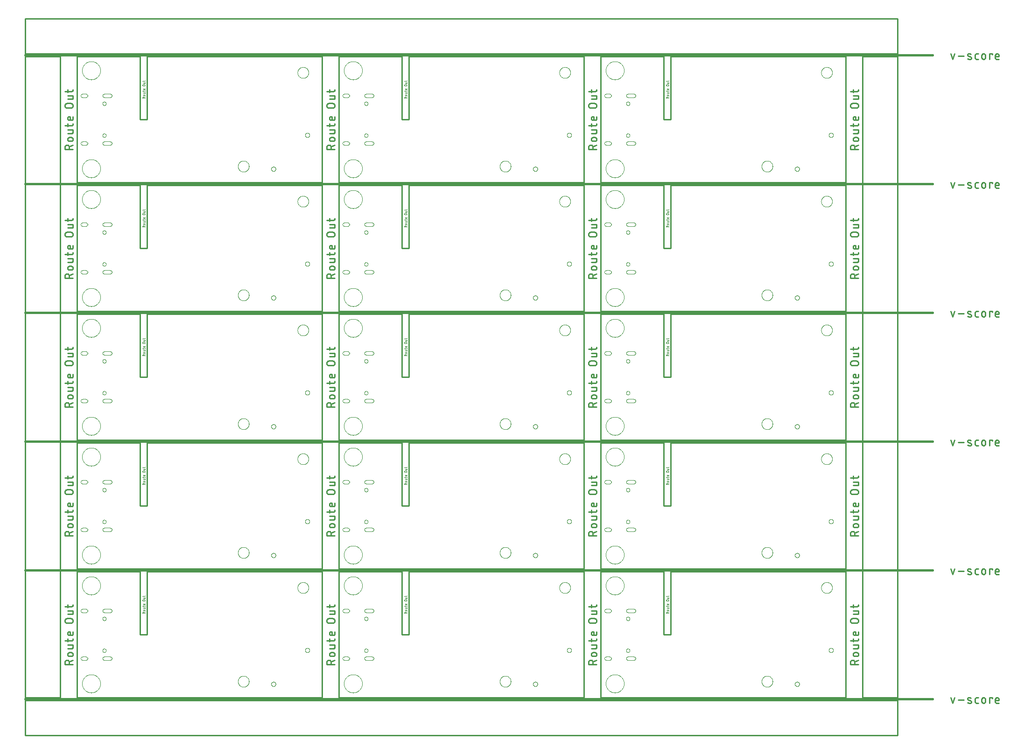
<source format=gko>
G04 EAGLE Gerber RS-274X export*
G75*
%MOMM*%
%FSLAX34Y34*%
%LPD*%
%IN*%
%IPPOS*%
%AMOC8*
5,1,8,0,0,1.08239X$1,22.5*%
G01*
%ADD10C,0.254000*%
%ADD11C,0.076200*%
%ADD12C,0.279400*%
%ADD13C,0.381000*%
%ADD14C,0.000000*%
%ADD15C,0.010000*%


D10*
X114300Y228600D02*
X114300Y114300D01*
X127000Y114300D01*
X127000Y228600D01*
X114300Y228600D02*
X0Y228600D01*
X0Y0D01*
X444500Y0D01*
X444500Y228600D01*
X127000Y228600D01*
D11*
X122809Y152987D02*
X118491Y152987D01*
X118491Y154186D01*
X118493Y154254D01*
X118499Y154323D01*
X118509Y154390D01*
X118522Y154458D01*
X118540Y154524D01*
X118561Y154589D01*
X118586Y154653D01*
X118614Y154715D01*
X118646Y154776D01*
X118681Y154834D01*
X118720Y154891D01*
X118762Y154945D01*
X118807Y154997D01*
X118854Y155046D01*
X118905Y155092D01*
X118958Y155135D01*
X119013Y155176D01*
X119071Y155213D01*
X119130Y155246D01*
X119192Y155277D01*
X119255Y155303D01*
X119319Y155326D01*
X119385Y155346D01*
X119452Y155361D01*
X119519Y155373D01*
X119587Y155381D01*
X119656Y155385D01*
X119724Y155385D01*
X119793Y155381D01*
X119861Y155373D01*
X119928Y155361D01*
X119995Y155346D01*
X120061Y155326D01*
X120125Y155303D01*
X120188Y155277D01*
X120250Y155246D01*
X120309Y155213D01*
X120367Y155176D01*
X120422Y155135D01*
X120475Y155092D01*
X120526Y155046D01*
X120573Y154997D01*
X120618Y154945D01*
X120660Y154891D01*
X120699Y154834D01*
X120734Y154776D01*
X120766Y154715D01*
X120794Y154653D01*
X120819Y154589D01*
X120840Y154524D01*
X120858Y154458D01*
X120871Y154390D01*
X120881Y154323D01*
X120887Y154254D01*
X120889Y154186D01*
X120890Y154186D02*
X120890Y152987D01*
X120890Y154426D02*
X122809Y155386D01*
X121849Y157452D02*
X120890Y157452D01*
X120890Y157451D02*
X120830Y157453D01*
X120770Y157459D01*
X120710Y157468D01*
X120651Y157481D01*
X120593Y157498D01*
X120537Y157518D01*
X120481Y157542D01*
X120428Y157570D01*
X120376Y157600D01*
X120326Y157634D01*
X120278Y157671D01*
X120233Y157711D01*
X120190Y157754D01*
X120150Y157799D01*
X120113Y157847D01*
X120079Y157897D01*
X120049Y157949D01*
X120021Y158002D01*
X119997Y158058D01*
X119977Y158114D01*
X119960Y158172D01*
X119947Y158231D01*
X119938Y158291D01*
X119932Y158351D01*
X119930Y158411D01*
X119932Y158471D01*
X119938Y158531D01*
X119947Y158591D01*
X119960Y158650D01*
X119977Y158708D01*
X119997Y158764D01*
X120021Y158820D01*
X120049Y158873D01*
X120079Y158925D01*
X120113Y158975D01*
X120150Y159023D01*
X120190Y159068D01*
X120233Y159111D01*
X120278Y159151D01*
X120326Y159188D01*
X120376Y159222D01*
X120428Y159252D01*
X120481Y159280D01*
X120537Y159304D01*
X120593Y159324D01*
X120651Y159341D01*
X120710Y159354D01*
X120770Y159363D01*
X120830Y159369D01*
X120890Y159371D01*
X121849Y159371D01*
X121909Y159369D01*
X121969Y159363D01*
X122029Y159354D01*
X122088Y159341D01*
X122146Y159324D01*
X122202Y159304D01*
X122258Y159280D01*
X122311Y159252D01*
X122363Y159222D01*
X122413Y159188D01*
X122461Y159151D01*
X122506Y159111D01*
X122549Y159068D01*
X122589Y159023D01*
X122626Y158975D01*
X122660Y158925D01*
X122690Y158873D01*
X122718Y158820D01*
X122742Y158764D01*
X122762Y158708D01*
X122779Y158650D01*
X122792Y158591D01*
X122801Y158531D01*
X122807Y158471D01*
X122809Y158411D01*
X122807Y158351D01*
X122801Y158291D01*
X122792Y158231D01*
X122779Y158172D01*
X122762Y158114D01*
X122742Y158058D01*
X122718Y158002D01*
X122690Y157949D01*
X122660Y157897D01*
X122626Y157847D01*
X122589Y157799D01*
X122549Y157754D01*
X122506Y157711D01*
X122461Y157671D01*
X122413Y157634D01*
X122363Y157600D01*
X122311Y157570D01*
X122258Y157542D01*
X122202Y157518D01*
X122146Y157498D01*
X122088Y157481D01*
X122029Y157468D01*
X121969Y157459D01*
X121909Y157453D01*
X121849Y157451D01*
X122089Y161566D02*
X119930Y161566D01*
X122089Y161566D02*
X122140Y161568D01*
X122191Y161573D01*
X122242Y161582D01*
X122292Y161595D01*
X122341Y161611D01*
X122388Y161631D01*
X122434Y161654D01*
X122478Y161680D01*
X122520Y161710D01*
X122561Y161742D01*
X122598Y161777D01*
X122633Y161815D01*
X122665Y161855D01*
X122695Y161897D01*
X122721Y161941D01*
X122744Y161987D01*
X122764Y162034D01*
X122780Y162083D01*
X122793Y162133D01*
X122802Y162184D01*
X122807Y162235D01*
X122809Y162286D01*
X122809Y163486D01*
X119930Y163486D01*
X119930Y165258D02*
X119930Y166698D01*
X118491Y165738D02*
X122089Y165738D01*
X122140Y165740D01*
X122191Y165745D01*
X122242Y165754D01*
X122292Y165767D01*
X122341Y165783D01*
X122388Y165803D01*
X122434Y165826D01*
X122478Y165852D01*
X122520Y165882D01*
X122561Y165914D01*
X122598Y165949D01*
X122633Y165987D01*
X122665Y166027D01*
X122695Y166069D01*
X122721Y166113D01*
X122744Y166159D01*
X122764Y166206D01*
X122780Y166255D01*
X122793Y166305D01*
X122802Y166356D01*
X122807Y166407D01*
X122809Y166458D01*
X122809Y166698D01*
X122809Y169296D02*
X122809Y170496D01*
X122809Y169296D02*
X122807Y169245D01*
X122802Y169194D01*
X122793Y169143D01*
X122780Y169093D01*
X122764Y169044D01*
X122744Y168997D01*
X122721Y168951D01*
X122695Y168907D01*
X122665Y168865D01*
X122633Y168825D01*
X122598Y168787D01*
X122561Y168752D01*
X122520Y168720D01*
X122478Y168690D01*
X122434Y168664D01*
X122388Y168641D01*
X122341Y168621D01*
X122292Y168605D01*
X122242Y168592D01*
X122191Y168583D01*
X122140Y168578D01*
X122089Y168576D01*
X122089Y168577D02*
X120890Y168577D01*
X120890Y168576D02*
X120830Y168578D01*
X120770Y168584D01*
X120710Y168593D01*
X120651Y168606D01*
X120593Y168623D01*
X120537Y168643D01*
X120481Y168667D01*
X120428Y168695D01*
X120376Y168725D01*
X120326Y168759D01*
X120278Y168796D01*
X120233Y168836D01*
X120190Y168879D01*
X120150Y168924D01*
X120113Y168972D01*
X120079Y169022D01*
X120049Y169074D01*
X120021Y169127D01*
X119997Y169183D01*
X119977Y169239D01*
X119960Y169297D01*
X119947Y169356D01*
X119938Y169416D01*
X119932Y169476D01*
X119930Y169536D01*
X119932Y169596D01*
X119938Y169656D01*
X119947Y169716D01*
X119960Y169775D01*
X119977Y169833D01*
X119997Y169889D01*
X120021Y169945D01*
X120049Y169998D01*
X120079Y170050D01*
X120113Y170100D01*
X120150Y170148D01*
X120190Y170193D01*
X120233Y170236D01*
X120278Y170276D01*
X120326Y170313D01*
X120376Y170347D01*
X120428Y170377D01*
X120481Y170405D01*
X120537Y170429D01*
X120593Y170449D01*
X120651Y170466D01*
X120710Y170479D01*
X120770Y170488D01*
X120830Y170494D01*
X120890Y170496D01*
X121370Y170496D01*
X121370Y168577D01*
X121610Y175042D02*
X119690Y175042D01*
X119690Y175043D02*
X119622Y175045D01*
X119553Y175051D01*
X119486Y175061D01*
X119418Y175074D01*
X119352Y175092D01*
X119287Y175113D01*
X119223Y175138D01*
X119161Y175166D01*
X119100Y175198D01*
X119042Y175233D01*
X118985Y175272D01*
X118931Y175314D01*
X118879Y175359D01*
X118830Y175406D01*
X118784Y175457D01*
X118741Y175510D01*
X118700Y175565D01*
X118663Y175623D01*
X118630Y175682D01*
X118599Y175744D01*
X118573Y175807D01*
X118550Y175871D01*
X118530Y175937D01*
X118515Y176004D01*
X118503Y176071D01*
X118495Y176139D01*
X118491Y176208D01*
X118491Y176276D01*
X118495Y176345D01*
X118503Y176413D01*
X118515Y176480D01*
X118530Y176547D01*
X118550Y176613D01*
X118573Y176677D01*
X118599Y176740D01*
X118630Y176802D01*
X118663Y176861D01*
X118700Y176919D01*
X118741Y176974D01*
X118784Y177027D01*
X118830Y177078D01*
X118879Y177125D01*
X118931Y177170D01*
X118985Y177212D01*
X119042Y177251D01*
X119100Y177286D01*
X119161Y177318D01*
X119223Y177346D01*
X119287Y177371D01*
X119352Y177392D01*
X119418Y177410D01*
X119486Y177423D01*
X119553Y177433D01*
X119622Y177439D01*
X119690Y177441D01*
X121610Y177441D01*
X121678Y177439D01*
X121747Y177433D01*
X121814Y177423D01*
X121882Y177410D01*
X121948Y177392D01*
X122013Y177371D01*
X122077Y177346D01*
X122139Y177318D01*
X122200Y177286D01*
X122258Y177251D01*
X122315Y177212D01*
X122369Y177170D01*
X122421Y177125D01*
X122470Y177078D01*
X122516Y177027D01*
X122559Y176974D01*
X122600Y176919D01*
X122637Y176861D01*
X122670Y176802D01*
X122701Y176740D01*
X122727Y176677D01*
X122750Y176613D01*
X122770Y176547D01*
X122785Y176480D01*
X122797Y176413D01*
X122805Y176345D01*
X122809Y176276D01*
X122809Y176208D01*
X122805Y176139D01*
X122797Y176071D01*
X122785Y176004D01*
X122770Y175937D01*
X122750Y175871D01*
X122727Y175807D01*
X122701Y175744D01*
X122670Y175682D01*
X122637Y175623D01*
X122600Y175565D01*
X122559Y175510D01*
X122516Y175457D01*
X122470Y175406D01*
X122421Y175359D01*
X122369Y175314D01*
X122315Y175272D01*
X122258Y175233D01*
X122200Y175198D01*
X122139Y175166D01*
X122077Y175138D01*
X122013Y175113D01*
X121948Y175092D01*
X121882Y175074D01*
X121814Y175061D01*
X121747Y175051D01*
X121678Y175045D01*
X121610Y175043D01*
X122089Y179702D02*
X119930Y179702D01*
X122089Y179701D02*
X122140Y179703D01*
X122191Y179708D01*
X122242Y179717D01*
X122292Y179730D01*
X122341Y179746D01*
X122388Y179766D01*
X122434Y179789D01*
X122478Y179815D01*
X122520Y179845D01*
X122561Y179877D01*
X122598Y179912D01*
X122633Y179950D01*
X122665Y179990D01*
X122695Y180032D01*
X122721Y180076D01*
X122744Y180122D01*
X122764Y180169D01*
X122780Y180218D01*
X122793Y180268D01*
X122802Y180319D01*
X122807Y180370D01*
X122809Y180421D01*
X122809Y181621D01*
X119930Y181621D01*
X119930Y183394D02*
X119930Y184833D01*
X118491Y183874D02*
X122089Y183874D01*
X122089Y183873D02*
X122140Y183875D01*
X122191Y183880D01*
X122242Y183889D01*
X122292Y183902D01*
X122341Y183918D01*
X122388Y183938D01*
X122434Y183961D01*
X122478Y183987D01*
X122520Y184017D01*
X122561Y184049D01*
X122598Y184084D01*
X122633Y184122D01*
X122665Y184162D01*
X122695Y184204D01*
X122721Y184248D01*
X122744Y184294D01*
X122764Y184341D01*
X122780Y184390D01*
X122793Y184440D01*
X122802Y184491D01*
X122807Y184542D01*
X122809Y184593D01*
X122809Y184833D01*
D12*
X-7747Y59804D02*
X-22733Y59804D01*
X-22733Y63967D01*
X-22731Y64095D01*
X-22725Y64223D01*
X-22715Y64351D01*
X-22701Y64479D01*
X-22684Y64606D01*
X-22662Y64732D01*
X-22637Y64858D01*
X-22607Y64982D01*
X-22574Y65106D01*
X-22537Y65229D01*
X-22496Y65351D01*
X-22452Y65471D01*
X-22404Y65590D01*
X-22352Y65707D01*
X-22297Y65823D01*
X-22238Y65936D01*
X-22175Y66049D01*
X-22109Y66159D01*
X-22040Y66266D01*
X-21968Y66372D01*
X-21892Y66476D01*
X-21813Y66577D01*
X-21731Y66676D01*
X-21646Y66772D01*
X-21559Y66865D01*
X-21468Y66956D01*
X-21375Y67043D01*
X-21279Y67128D01*
X-21180Y67210D01*
X-21079Y67289D01*
X-20975Y67365D01*
X-20869Y67437D01*
X-20762Y67506D01*
X-20651Y67572D01*
X-20539Y67635D01*
X-20426Y67694D01*
X-20310Y67749D01*
X-20193Y67801D01*
X-20074Y67849D01*
X-19954Y67893D01*
X-19832Y67934D01*
X-19709Y67971D01*
X-19585Y68004D01*
X-19461Y68034D01*
X-19335Y68059D01*
X-19209Y68081D01*
X-19082Y68098D01*
X-18954Y68112D01*
X-18826Y68122D01*
X-18698Y68128D01*
X-18570Y68130D01*
X-18442Y68128D01*
X-18314Y68122D01*
X-18186Y68112D01*
X-18058Y68098D01*
X-17931Y68081D01*
X-17805Y68059D01*
X-17679Y68034D01*
X-17555Y68004D01*
X-17431Y67971D01*
X-17308Y67934D01*
X-17186Y67893D01*
X-17066Y67849D01*
X-16947Y67801D01*
X-16830Y67749D01*
X-16714Y67694D01*
X-16601Y67635D01*
X-16489Y67572D01*
X-16378Y67506D01*
X-16271Y67437D01*
X-16165Y67365D01*
X-16061Y67289D01*
X-15960Y67210D01*
X-15861Y67128D01*
X-15765Y67043D01*
X-15672Y66956D01*
X-15581Y66865D01*
X-15494Y66772D01*
X-15409Y66676D01*
X-15327Y66577D01*
X-15248Y66476D01*
X-15172Y66372D01*
X-15100Y66266D01*
X-15031Y66159D01*
X-14965Y66049D01*
X-14902Y65936D01*
X-14843Y65823D01*
X-14788Y65707D01*
X-14736Y65590D01*
X-14688Y65471D01*
X-14644Y65351D01*
X-14603Y65229D01*
X-14566Y65106D01*
X-14533Y64982D01*
X-14503Y64858D01*
X-14478Y64732D01*
X-14456Y64606D01*
X-14439Y64479D01*
X-14425Y64351D01*
X-14415Y64223D01*
X-14409Y64095D01*
X-14407Y63967D01*
X-14407Y59804D01*
X-14407Y64799D02*
X-7747Y68129D01*
X-11077Y75088D02*
X-14407Y75088D01*
X-14521Y75090D01*
X-14634Y75096D01*
X-14748Y75105D01*
X-14860Y75119D01*
X-14973Y75136D01*
X-15085Y75158D01*
X-15195Y75183D01*
X-15305Y75211D01*
X-15414Y75244D01*
X-15522Y75280D01*
X-15629Y75320D01*
X-15734Y75364D01*
X-15837Y75411D01*
X-15939Y75461D01*
X-16039Y75515D01*
X-16137Y75573D01*
X-16233Y75634D01*
X-16327Y75697D01*
X-16419Y75765D01*
X-16509Y75835D01*
X-16595Y75908D01*
X-16680Y75984D01*
X-16762Y76063D01*
X-16841Y76145D01*
X-16917Y76230D01*
X-16990Y76316D01*
X-17060Y76406D01*
X-17128Y76498D01*
X-17191Y76592D01*
X-17252Y76688D01*
X-17310Y76786D01*
X-17364Y76886D01*
X-17414Y76988D01*
X-17461Y77091D01*
X-17505Y77196D01*
X-17545Y77303D01*
X-17581Y77411D01*
X-17614Y77520D01*
X-17642Y77630D01*
X-17667Y77740D01*
X-17689Y77852D01*
X-17706Y77965D01*
X-17720Y78077D01*
X-17729Y78191D01*
X-17735Y78304D01*
X-17737Y78418D01*
X-17735Y78532D01*
X-17729Y78645D01*
X-17720Y78759D01*
X-17706Y78871D01*
X-17689Y78984D01*
X-17667Y79096D01*
X-17642Y79206D01*
X-17614Y79316D01*
X-17581Y79425D01*
X-17545Y79533D01*
X-17505Y79640D01*
X-17461Y79745D01*
X-17414Y79848D01*
X-17364Y79950D01*
X-17310Y80050D01*
X-17252Y80148D01*
X-17191Y80244D01*
X-17128Y80338D01*
X-17060Y80430D01*
X-16990Y80520D01*
X-16917Y80606D01*
X-16841Y80691D01*
X-16762Y80773D01*
X-16680Y80852D01*
X-16595Y80928D01*
X-16509Y81001D01*
X-16419Y81071D01*
X-16327Y81139D01*
X-16233Y81202D01*
X-16137Y81263D01*
X-16039Y81321D01*
X-15939Y81375D01*
X-15837Y81425D01*
X-15734Y81472D01*
X-15629Y81516D01*
X-15522Y81556D01*
X-15414Y81592D01*
X-15305Y81625D01*
X-15195Y81653D01*
X-15085Y81678D01*
X-14973Y81700D01*
X-14860Y81717D01*
X-14748Y81731D01*
X-14634Y81740D01*
X-14521Y81746D01*
X-14407Y81748D01*
X-11077Y81748D01*
X-10963Y81746D01*
X-10850Y81740D01*
X-10736Y81731D01*
X-10624Y81717D01*
X-10511Y81700D01*
X-10399Y81678D01*
X-10289Y81653D01*
X-10179Y81625D01*
X-10070Y81592D01*
X-9962Y81556D01*
X-9855Y81516D01*
X-9750Y81472D01*
X-9647Y81425D01*
X-9545Y81375D01*
X-9445Y81321D01*
X-9347Y81263D01*
X-9251Y81202D01*
X-9157Y81139D01*
X-9065Y81071D01*
X-8975Y81001D01*
X-8889Y80928D01*
X-8804Y80852D01*
X-8722Y80773D01*
X-8643Y80691D01*
X-8567Y80606D01*
X-8494Y80520D01*
X-8424Y80430D01*
X-8356Y80338D01*
X-8293Y80244D01*
X-8232Y80148D01*
X-8174Y80050D01*
X-8120Y79950D01*
X-8070Y79848D01*
X-8023Y79745D01*
X-7979Y79640D01*
X-7939Y79533D01*
X-7903Y79425D01*
X-7870Y79316D01*
X-7842Y79206D01*
X-7817Y79096D01*
X-7795Y78984D01*
X-7778Y78871D01*
X-7764Y78759D01*
X-7755Y78645D01*
X-7749Y78532D01*
X-7747Y78418D01*
X-7749Y78304D01*
X-7755Y78191D01*
X-7764Y78077D01*
X-7778Y77965D01*
X-7795Y77852D01*
X-7817Y77740D01*
X-7842Y77630D01*
X-7870Y77520D01*
X-7903Y77411D01*
X-7939Y77303D01*
X-7979Y77196D01*
X-8023Y77091D01*
X-8070Y76988D01*
X-8120Y76886D01*
X-8174Y76786D01*
X-8232Y76688D01*
X-8293Y76592D01*
X-8356Y76498D01*
X-8424Y76406D01*
X-8494Y76316D01*
X-8567Y76230D01*
X-8643Y76145D01*
X-8722Y76063D01*
X-8804Y75984D01*
X-8889Y75908D01*
X-8975Y75835D01*
X-9065Y75765D01*
X-9157Y75697D01*
X-9251Y75634D01*
X-9347Y75573D01*
X-9445Y75515D01*
X-9545Y75461D01*
X-9647Y75411D01*
X-9750Y75364D01*
X-9855Y75320D01*
X-9962Y75280D01*
X-10070Y75244D01*
X-10179Y75211D01*
X-10289Y75183D01*
X-10399Y75158D01*
X-10511Y75136D01*
X-10624Y75119D01*
X-10736Y75105D01*
X-10850Y75096D01*
X-10963Y75090D01*
X-11077Y75088D01*
X-10245Y89156D02*
X-17738Y89156D01*
X-10245Y89155D02*
X-10147Y89157D01*
X-10049Y89163D01*
X-9951Y89172D01*
X-9854Y89186D01*
X-9758Y89203D01*
X-9662Y89224D01*
X-9567Y89249D01*
X-9473Y89277D01*
X-9380Y89309D01*
X-9289Y89345D01*
X-9199Y89384D01*
X-9111Y89427D01*
X-9024Y89474D01*
X-8940Y89523D01*
X-8857Y89576D01*
X-8777Y89632D01*
X-8699Y89691D01*
X-8623Y89754D01*
X-8549Y89819D01*
X-8479Y89887D01*
X-8411Y89957D01*
X-8346Y90031D01*
X-8283Y90107D01*
X-8224Y90185D01*
X-8168Y90265D01*
X-8115Y90348D01*
X-8066Y90432D01*
X-8019Y90519D01*
X-7976Y90607D01*
X-7937Y90697D01*
X-7901Y90788D01*
X-7869Y90881D01*
X-7841Y90975D01*
X-7816Y91070D01*
X-7795Y91166D01*
X-7778Y91262D01*
X-7764Y91359D01*
X-7755Y91457D01*
X-7749Y91555D01*
X-7747Y91653D01*
X-7747Y95816D01*
X-17738Y95816D01*
X-17738Y101797D02*
X-17738Y106792D01*
X-22733Y103462D02*
X-10245Y103462D01*
X-10147Y103464D01*
X-10049Y103470D01*
X-9951Y103479D01*
X-9854Y103493D01*
X-9758Y103510D01*
X-9662Y103531D01*
X-9567Y103556D01*
X-9473Y103584D01*
X-9380Y103616D01*
X-9289Y103652D01*
X-9199Y103691D01*
X-9111Y103734D01*
X-9024Y103781D01*
X-8940Y103830D01*
X-8857Y103883D01*
X-8777Y103939D01*
X-8699Y103998D01*
X-8623Y104061D01*
X-8549Y104126D01*
X-8479Y104194D01*
X-8411Y104264D01*
X-8346Y104338D01*
X-8283Y104414D01*
X-8224Y104492D01*
X-8168Y104572D01*
X-8115Y104655D01*
X-8066Y104739D01*
X-8019Y104826D01*
X-7976Y104914D01*
X-7937Y105004D01*
X-7901Y105095D01*
X-7869Y105188D01*
X-7841Y105282D01*
X-7816Y105377D01*
X-7795Y105473D01*
X-7778Y105569D01*
X-7764Y105666D01*
X-7755Y105764D01*
X-7749Y105862D01*
X-7747Y105960D01*
X-7747Y106792D01*
X-7747Y115621D02*
X-7747Y119784D01*
X-7747Y115621D02*
X-7749Y115523D01*
X-7755Y115425D01*
X-7764Y115327D01*
X-7778Y115230D01*
X-7795Y115134D01*
X-7816Y115038D01*
X-7841Y114943D01*
X-7869Y114849D01*
X-7901Y114756D01*
X-7937Y114665D01*
X-7976Y114575D01*
X-8019Y114487D01*
X-8066Y114400D01*
X-8115Y114316D01*
X-8168Y114233D01*
X-8224Y114153D01*
X-8283Y114075D01*
X-8346Y113999D01*
X-8411Y113925D01*
X-8479Y113855D01*
X-8549Y113787D01*
X-8623Y113722D01*
X-8699Y113659D01*
X-8777Y113600D01*
X-8857Y113544D01*
X-8940Y113491D01*
X-9024Y113442D01*
X-9111Y113395D01*
X-9199Y113352D01*
X-9289Y113313D01*
X-9380Y113277D01*
X-9473Y113245D01*
X-9567Y113217D01*
X-9662Y113192D01*
X-9758Y113171D01*
X-9854Y113154D01*
X-9951Y113140D01*
X-10049Y113131D01*
X-10147Y113125D01*
X-10245Y113123D01*
X-10245Y113124D02*
X-14407Y113124D01*
X-14521Y113126D01*
X-14634Y113132D01*
X-14748Y113141D01*
X-14860Y113155D01*
X-14973Y113172D01*
X-15085Y113194D01*
X-15195Y113219D01*
X-15305Y113247D01*
X-15414Y113280D01*
X-15522Y113316D01*
X-15629Y113356D01*
X-15734Y113400D01*
X-15837Y113447D01*
X-15939Y113497D01*
X-16039Y113551D01*
X-16137Y113609D01*
X-16233Y113670D01*
X-16327Y113733D01*
X-16419Y113801D01*
X-16509Y113871D01*
X-16595Y113944D01*
X-16680Y114020D01*
X-16762Y114099D01*
X-16841Y114181D01*
X-16917Y114266D01*
X-16990Y114352D01*
X-17060Y114442D01*
X-17128Y114534D01*
X-17191Y114628D01*
X-17252Y114724D01*
X-17310Y114822D01*
X-17364Y114922D01*
X-17414Y115024D01*
X-17461Y115127D01*
X-17505Y115232D01*
X-17545Y115339D01*
X-17581Y115447D01*
X-17614Y115556D01*
X-17642Y115666D01*
X-17667Y115776D01*
X-17689Y115888D01*
X-17706Y116001D01*
X-17720Y116113D01*
X-17729Y116227D01*
X-17735Y116340D01*
X-17737Y116454D01*
X-17735Y116568D01*
X-17729Y116681D01*
X-17720Y116795D01*
X-17706Y116907D01*
X-17689Y117020D01*
X-17667Y117132D01*
X-17642Y117242D01*
X-17614Y117352D01*
X-17581Y117461D01*
X-17545Y117569D01*
X-17505Y117676D01*
X-17461Y117781D01*
X-17414Y117884D01*
X-17364Y117986D01*
X-17310Y118086D01*
X-17252Y118184D01*
X-17191Y118280D01*
X-17128Y118374D01*
X-17060Y118466D01*
X-16990Y118556D01*
X-16917Y118642D01*
X-16841Y118727D01*
X-16762Y118809D01*
X-16680Y118888D01*
X-16595Y118964D01*
X-16509Y119037D01*
X-16419Y119107D01*
X-16327Y119175D01*
X-16233Y119238D01*
X-16137Y119299D01*
X-16039Y119357D01*
X-15939Y119411D01*
X-15837Y119461D01*
X-15734Y119508D01*
X-15629Y119552D01*
X-15522Y119592D01*
X-15414Y119628D01*
X-15305Y119661D01*
X-15195Y119689D01*
X-15085Y119714D01*
X-14973Y119736D01*
X-14860Y119753D01*
X-14748Y119767D01*
X-14634Y119776D01*
X-14521Y119782D01*
X-14407Y119784D01*
X-12742Y119784D01*
X-12742Y113124D01*
X-11910Y135217D02*
X-18570Y135217D01*
X-18698Y135219D01*
X-18826Y135225D01*
X-18954Y135235D01*
X-19082Y135249D01*
X-19209Y135266D01*
X-19335Y135288D01*
X-19461Y135313D01*
X-19585Y135343D01*
X-19709Y135376D01*
X-19832Y135413D01*
X-19954Y135454D01*
X-20074Y135498D01*
X-20193Y135546D01*
X-20310Y135598D01*
X-20426Y135653D01*
X-20539Y135712D01*
X-20652Y135775D01*
X-20762Y135841D01*
X-20869Y135910D01*
X-20975Y135982D01*
X-21079Y136058D01*
X-21180Y136137D01*
X-21279Y136219D01*
X-21375Y136304D01*
X-21468Y136391D01*
X-21559Y136482D01*
X-21646Y136575D01*
X-21731Y136671D01*
X-21813Y136770D01*
X-21892Y136871D01*
X-21968Y136975D01*
X-22040Y137081D01*
X-22109Y137188D01*
X-22175Y137299D01*
X-22238Y137411D01*
X-22297Y137524D01*
X-22352Y137640D01*
X-22404Y137757D01*
X-22452Y137876D01*
X-22496Y137996D01*
X-22537Y138118D01*
X-22574Y138241D01*
X-22607Y138365D01*
X-22637Y138489D01*
X-22662Y138615D01*
X-22684Y138741D01*
X-22701Y138868D01*
X-22715Y138996D01*
X-22725Y139124D01*
X-22731Y139252D01*
X-22733Y139380D01*
X-22731Y139508D01*
X-22725Y139636D01*
X-22715Y139764D01*
X-22701Y139892D01*
X-22684Y140019D01*
X-22662Y140145D01*
X-22637Y140271D01*
X-22607Y140395D01*
X-22574Y140519D01*
X-22537Y140642D01*
X-22496Y140764D01*
X-22452Y140884D01*
X-22404Y141003D01*
X-22352Y141120D01*
X-22297Y141236D01*
X-22238Y141349D01*
X-22175Y141462D01*
X-22109Y141572D01*
X-22040Y141679D01*
X-21968Y141785D01*
X-21892Y141889D01*
X-21813Y141990D01*
X-21731Y142089D01*
X-21646Y142185D01*
X-21559Y142278D01*
X-21468Y142369D01*
X-21375Y142456D01*
X-21279Y142541D01*
X-21180Y142623D01*
X-21079Y142702D01*
X-20975Y142778D01*
X-20869Y142850D01*
X-20762Y142919D01*
X-20651Y142985D01*
X-20539Y143048D01*
X-20426Y143107D01*
X-20310Y143162D01*
X-20193Y143214D01*
X-20074Y143262D01*
X-19954Y143306D01*
X-19832Y143347D01*
X-19709Y143384D01*
X-19585Y143417D01*
X-19461Y143447D01*
X-19335Y143472D01*
X-19209Y143494D01*
X-19082Y143511D01*
X-18954Y143525D01*
X-18826Y143535D01*
X-18698Y143541D01*
X-18570Y143543D01*
X-18570Y143542D02*
X-11910Y143542D01*
X-11910Y143543D02*
X-11782Y143541D01*
X-11654Y143535D01*
X-11526Y143525D01*
X-11398Y143511D01*
X-11271Y143494D01*
X-11145Y143472D01*
X-11019Y143447D01*
X-10895Y143417D01*
X-10771Y143384D01*
X-10648Y143347D01*
X-10526Y143306D01*
X-10406Y143262D01*
X-10287Y143214D01*
X-10170Y143162D01*
X-10054Y143107D01*
X-9941Y143048D01*
X-9828Y142985D01*
X-9718Y142919D01*
X-9611Y142850D01*
X-9505Y142778D01*
X-9401Y142702D01*
X-9300Y142623D01*
X-9201Y142541D01*
X-9105Y142456D01*
X-9012Y142369D01*
X-8921Y142278D01*
X-8834Y142185D01*
X-8749Y142089D01*
X-8667Y141990D01*
X-8588Y141889D01*
X-8512Y141785D01*
X-8440Y141679D01*
X-8371Y141572D01*
X-8305Y141461D01*
X-8242Y141349D01*
X-8183Y141236D01*
X-8128Y141120D01*
X-8076Y141003D01*
X-8028Y140884D01*
X-7984Y140764D01*
X-7943Y140642D01*
X-7906Y140519D01*
X-7873Y140395D01*
X-7843Y140271D01*
X-7818Y140145D01*
X-7796Y140019D01*
X-7779Y139892D01*
X-7765Y139764D01*
X-7755Y139636D01*
X-7749Y139508D01*
X-7747Y139380D01*
X-7749Y139252D01*
X-7755Y139124D01*
X-7765Y138996D01*
X-7779Y138868D01*
X-7796Y138741D01*
X-7818Y138615D01*
X-7843Y138489D01*
X-7873Y138365D01*
X-7906Y138241D01*
X-7943Y138118D01*
X-7984Y137996D01*
X-8028Y137876D01*
X-8076Y137757D01*
X-8128Y137640D01*
X-8183Y137524D01*
X-8242Y137411D01*
X-8305Y137299D01*
X-8371Y137188D01*
X-8440Y137081D01*
X-8512Y136975D01*
X-8588Y136871D01*
X-8667Y136770D01*
X-8749Y136671D01*
X-8834Y136575D01*
X-8921Y136482D01*
X-9012Y136391D01*
X-9105Y136304D01*
X-9201Y136219D01*
X-9300Y136137D01*
X-9401Y136058D01*
X-9505Y135982D01*
X-9611Y135910D01*
X-9718Y135841D01*
X-9829Y135775D01*
X-9941Y135712D01*
X-10054Y135653D01*
X-10170Y135598D01*
X-10287Y135546D01*
X-10406Y135498D01*
X-10526Y135454D01*
X-10648Y135413D01*
X-10771Y135376D01*
X-10895Y135343D01*
X-11019Y135313D01*
X-11145Y135288D01*
X-11271Y135266D01*
X-11398Y135249D01*
X-11526Y135235D01*
X-11654Y135225D01*
X-11782Y135219D01*
X-11910Y135217D01*
X-10245Y151159D02*
X-17738Y151159D01*
X-10245Y151159D02*
X-10147Y151161D01*
X-10049Y151167D01*
X-9951Y151176D01*
X-9854Y151190D01*
X-9758Y151207D01*
X-9662Y151228D01*
X-9567Y151253D01*
X-9473Y151281D01*
X-9380Y151313D01*
X-9289Y151349D01*
X-9199Y151388D01*
X-9111Y151431D01*
X-9024Y151478D01*
X-8940Y151527D01*
X-8857Y151580D01*
X-8777Y151636D01*
X-8699Y151695D01*
X-8623Y151758D01*
X-8549Y151823D01*
X-8479Y151891D01*
X-8411Y151961D01*
X-8346Y152035D01*
X-8283Y152111D01*
X-8224Y152189D01*
X-8168Y152269D01*
X-8115Y152352D01*
X-8066Y152436D01*
X-8019Y152523D01*
X-7976Y152611D01*
X-7937Y152701D01*
X-7901Y152792D01*
X-7869Y152885D01*
X-7841Y152979D01*
X-7816Y153074D01*
X-7795Y153170D01*
X-7778Y153266D01*
X-7764Y153363D01*
X-7755Y153461D01*
X-7749Y153559D01*
X-7747Y153657D01*
X-7747Y157820D01*
X-17738Y157820D01*
X-17738Y163801D02*
X-17738Y168796D01*
X-22733Y165466D02*
X-10245Y165466D01*
X-10147Y165468D01*
X-10049Y165474D01*
X-9951Y165483D01*
X-9854Y165497D01*
X-9758Y165514D01*
X-9662Y165535D01*
X-9567Y165560D01*
X-9473Y165588D01*
X-9380Y165620D01*
X-9289Y165656D01*
X-9199Y165695D01*
X-9111Y165738D01*
X-9024Y165785D01*
X-8940Y165834D01*
X-8857Y165887D01*
X-8777Y165943D01*
X-8699Y166002D01*
X-8623Y166065D01*
X-8549Y166130D01*
X-8479Y166198D01*
X-8411Y166268D01*
X-8346Y166342D01*
X-8283Y166418D01*
X-8224Y166496D01*
X-8168Y166576D01*
X-8115Y166659D01*
X-8066Y166743D01*
X-8019Y166830D01*
X-7976Y166918D01*
X-7937Y167008D01*
X-7901Y167099D01*
X-7869Y167192D01*
X-7841Y167286D01*
X-7816Y167381D01*
X-7795Y167477D01*
X-7778Y167573D01*
X-7764Y167670D01*
X-7755Y167768D01*
X-7749Y167866D01*
X-7747Y167964D01*
X-7747Y168796D01*
D10*
X589280Y114300D02*
X589280Y228600D01*
X589280Y114300D02*
X601980Y114300D01*
X601980Y228600D01*
X589280Y228600D02*
X474980Y228600D01*
X474980Y0D01*
X919480Y0D01*
X919480Y228600D01*
X601980Y228600D01*
D11*
X597789Y152987D02*
X593471Y152987D01*
X593471Y154186D01*
X593473Y154254D01*
X593479Y154323D01*
X593489Y154390D01*
X593502Y154458D01*
X593520Y154524D01*
X593541Y154589D01*
X593566Y154653D01*
X593594Y154715D01*
X593626Y154776D01*
X593661Y154834D01*
X593700Y154891D01*
X593742Y154945D01*
X593787Y154997D01*
X593834Y155046D01*
X593885Y155092D01*
X593938Y155135D01*
X593993Y155176D01*
X594051Y155213D01*
X594110Y155246D01*
X594172Y155277D01*
X594235Y155303D01*
X594299Y155326D01*
X594365Y155346D01*
X594432Y155361D01*
X594499Y155373D01*
X594567Y155381D01*
X594636Y155385D01*
X594704Y155385D01*
X594773Y155381D01*
X594841Y155373D01*
X594908Y155361D01*
X594975Y155346D01*
X595041Y155326D01*
X595105Y155303D01*
X595168Y155277D01*
X595230Y155246D01*
X595289Y155213D01*
X595347Y155176D01*
X595402Y155135D01*
X595455Y155092D01*
X595506Y155046D01*
X595553Y154997D01*
X595598Y154945D01*
X595640Y154891D01*
X595679Y154834D01*
X595714Y154776D01*
X595746Y154715D01*
X595774Y154653D01*
X595799Y154589D01*
X595820Y154524D01*
X595838Y154458D01*
X595851Y154390D01*
X595861Y154323D01*
X595867Y154254D01*
X595869Y154186D01*
X595870Y154186D02*
X595870Y152987D01*
X595870Y154426D02*
X597789Y155386D01*
X596829Y157452D02*
X595870Y157452D01*
X595870Y157451D02*
X595810Y157453D01*
X595750Y157459D01*
X595690Y157468D01*
X595631Y157481D01*
X595573Y157498D01*
X595517Y157518D01*
X595461Y157542D01*
X595408Y157570D01*
X595356Y157600D01*
X595306Y157634D01*
X595258Y157671D01*
X595213Y157711D01*
X595170Y157754D01*
X595130Y157799D01*
X595093Y157847D01*
X595059Y157897D01*
X595029Y157949D01*
X595001Y158002D01*
X594977Y158058D01*
X594957Y158114D01*
X594940Y158172D01*
X594927Y158231D01*
X594918Y158291D01*
X594912Y158351D01*
X594910Y158411D01*
X594912Y158471D01*
X594918Y158531D01*
X594927Y158591D01*
X594940Y158650D01*
X594957Y158708D01*
X594977Y158764D01*
X595001Y158820D01*
X595029Y158873D01*
X595059Y158925D01*
X595093Y158975D01*
X595130Y159023D01*
X595170Y159068D01*
X595213Y159111D01*
X595258Y159151D01*
X595306Y159188D01*
X595356Y159222D01*
X595408Y159252D01*
X595461Y159280D01*
X595517Y159304D01*
X595573Y159324D01*
X595631Y159341D01*
X595690Y159354D01*
X595750Y159363D01*
X595810Y159369D01*
X595870Y159371D01*
X596829Y159371D01*
X596889Y159369D01*
X596949Y159363D01*
X597009Y159354D01*
X597068Y159341D01*
X597126Y159324D01*
X597182Y159304D01*
X597238Y159280D01*
X597291Y159252D01*
X597343Y159222D01*
X597393Y159188D01*
X597441Y159151D01*
X597486Y159111D01*
X597529Y159068D01*
X597569Y159023D01*
X597606Y158975D01*
X597640Y158925D01*
X597670Y158873D01*
X597698Y158820D01*
X597722Y158764D01*
X597742Y158708D01*
X597759Y158650D01*
X597772Y158591D01*
X597781Y158531D01*
X597787Y158471D01*
X597789Y158411D01*
X597787Y158351D01*
X597781Y158291D01*
X597772Y158231D01*
X597759Y158172D01*
X597742Y158114D01*
X597722Y158058D01*
X597698Y158002D01*
X597670Y157949D01*
X597640Y157897D01*
X597606Y157847D01*
X597569Y157799D01*
X597529Y157754D01*
X597486Y157711D01*
X597441Y157671D01*
X597393Y157634D01*
X597343Y157600D01*
X597291Y157570D01*
X597238Y157542D01*
X597182Y157518D01*
X597126Y157498D01*
X597068Y157481D01*
X597009Y157468D01*
X596949Y157459D01*
X596889Y157453D01*
X596829Y157451D01*
X597069Y161566D02*
X594910Y161566D01*
X597069Y161566D02*
X597120Y161568D01*
X597171Y161573D01*
X597222Y161582D01*
X597272Y161595D01*
X597321Y161611D01*
X597368Y161631D01*
X597414Y161654D01*
X597458Y161680D01*
X597500Y161710D01*
X597541Y161742D01*
X597578Y161777D01*
X597613Y161815D01*
X597645Y161855D01*
X597675Y161897D01*
X597701Y161941D01*
X597724Y161987D01*
X597744Y162034D01*
X597760Y162083D01*
X597773Y162133D01*
X597782Y162184D01*
X597787Y162235D01*
X597789Y162286D01*
X597789Y163486D01*
X594910Y163486D01*
X594910Y165258D02*
X594910Y166698D01*
X593471Y165738D02*
X597069Y165738D01*
X597120Y165740D01*
X597171Y165745D01*
X597222Y165754D01*
X597272Y165767D01*
X597321Y165783D01*
X597368Y165803D01*
X597414Y165826D01*
X597458Y165852D01*
X597500Y165882D01*
X597541Y165914D01*
X597578Y165949D01*
X597613Y165987D01*
X597645Y166027D01*
X597675Y166069D01*
X597701Y166113D01*
X597724Y166159D01*
X597744Y166206D01*
X597760Y166255D01*
X597773Y166305D01*
X597782Y166356D01*
X597787Y166407D01*
X597789Y166458D01*
X597789Y166698D01*
X597789Y169296D02*
X597789Y170496D01*
X597789Y169296D02*
X597787Y169245D01*
X597782Y169194D01*
X597773Y169143D01*
X597760Y169093D01*
X597744Y169044D01*
X597724Y168997D01*
X597701Y168951D01*
X597675Y168907D01*
X597645Y168865D01*
X597613Y168825D01*
X597578Y168787D01*
X597541Y168752D01*
X597500Y168720D01*
X597458Y168690D01*
X597414Y168664D01*
X597368Y168641D01*
X597321Y168621D01*
X597272Y168605D01*
X597222Y168592D01*
X597171Y168583D01*
X597120Y168578D01*
X597069Y168576D01*
X597069Y168577D02*
X595870Y168577D01*
X595870Y168576D02*
X595810Y168578D01*
X595750Y168584D01*
X595690Y168593D01*
X595631Y168606D01*
X595573Y168623D01*
X595517Y168643D01*
X595461Y168667D01*
X595408Y168695D01*
X595356Y168725D01*
X595306Y168759D01*
X595258Y168796D01*
X595213Y168836D01*
X595170Y168879D01*
X595130Y168924D01*
X595093Y168972D01*
X595059Y169022D01*
X595029Y169074D01*
X595001Y169127D01*
X594977Y169183D01*
X594957Y169239D01*
X594940Y169297D01*
X594927Y169356D01*
X594918Y169416D01*
X594912Y169476D01*
X594910Y169536D01*
X594912Y169596D01*
X594918Y169656D01*
X594927Y169716D01*
X594940Y169775D01*
X594957Y169833D01*
X594977Y169889D01*
X595001Y169945D01*
X595029Y169998D01*
X595059Y170050D01*
X595093Y170100D01*
X595130Y170148D01*
X595170Y170193D01*
X595213Y170236D01*
X595258Y170276D01*
X595306Y170313D01*
X595356Y170347D01*
X595408Y170377D01*
X595461Y170405D01*
X595517Y170429D01*
X595573Y170449D01*
X595631Y170466D01*
X595690Y170479D01*
X595750Y170488D01*
X595810Y170494D01*
X595870Y170496D01*
X596350Y170496D01*
X596350Y168577D01*
X596590Y175042D02*
X594670Y175042D01*
X594670Y175043D02*
X594602Y175045D01*
X594533Y175051D01*
X594466Y175061D01*
X594398Y175074D01*
X594332Y175092D01*
X594267Y175113D01*
X594203Y175138D01*
X594141Y175166D01*
X594080Y175198D01*
X594022Y175233D01*
X593965Y175272D01*
X593911Y175314D01*
X593859Y175359D01*
X593810Y175406D01*
X593764Y175457D01*
X593721Y175510D01*
X593680Y175565D01*
X593643Y175623D01*
X593610Y175682D01*
X593579Y175744D01*
X593553Y175807D01*
X593530Y175871D01*
X593510Y175937D01*
X593495Y176004D01*
X593483Y176071D01*
X593475Y176139D01*
X593471Y176208D01*
X593471Y176276D01*
X593475Y176345D01*
X593483Y176413D01*
X593495Y176480D01*
X593510Y176547D01*
X593530Y176613D01*
X593553Y176677D01*
X593579Y176740D01*
X593610Y176802D01*
X593643Y176861D01*
X593680Y176919D01*
X593721Y176974D01*
X593764Y177027D01*
X593810Y177078D01*
X593859Y177125D01*
X593911Y177170D01*
X593965Y177212D01*
X594022Y177251D01*
X594080Y177286D01*
X594141Y177318D01*
X594203Y177346D01*
X594267Y177371D01*
X594332Y177392D01*
X594398Y177410D01*
X594466Y177423D01*
X594533Y177433D01*
X594602Y177439D01*
X594670Y177441D01*
X596590Y177441D01*
X596658Y177439D01*
X596727Y177433D01*
X596794Y177423D01*
X596862Y177410D01*
X596928Y177392D01*
X596993Y177371D01*
X597057Y177346D01*
X597119Y177318D01*
X597180Y177286D01*
X597238Y177251D01*
X597295Y177212D01*
X597349Y177170D01*
X597401Y177125D01*
X597450Y177078D01*
X597496Y177027D01*
X597539Y176974D01*
X597580Y176919D01*
X597617Y176861D01*
X597650Y176802D01*
X597681Y176740D01*
X597707Y176677D01*
X597730Y176613D01*
X597750Y176547D01*
X597765Y176480D01*
X597777Y176413D01*
X597785Y176345D01*
X597789Y176276D01*
X597789Y176208D01*
X597785Y176139D01*
X597777Y176071D01*
X597765Y176004D01*
X597750Y175937D01*
X597730Y175871D01*
X597707Y175807D01*
X597681Y175744D01*
X597650Y175682D01*
X597617Y175623D01*
X597580Y175565D01*
X597539Y175510D01*
X597496Y175457D01*
X597450Y175406D01*
X597401Y175359D01*
X597349Y175314D01*
X597295Y175272D01*
X597238Y175233D01*
X597180Y175198D01*
X597119Y175166D01*
X597057Y175138D01*
X596993Y175113D01*
X596928Y175092D01*
X596862Y175074D01*
X596794Y175061D01*
X596727Y175051D01*
X596658Y175045D01*
X596590Y175043D01*
X597069Y179702D02*
X594910Y179702D01*
X597069Y179701D02*
X597120Y179703D01*
X597171Y179708D01*
X597222Y179717D01*
X597272Y179730D01*
X597321Y179746D01*
X597368Y179766D01*
X597414Y179789D01*
X597458Y179815D01*
X597500Y179845D01*
X597541Y179877D01*
X597578Y179912D01*
X597613Y179950D01*
X597645Y179990D01*
X597675Y180032D01*
X597701Y180076D01*
X597724Y180122D01*
X597744Y180169D01*
X597760Y180218D01*
X597773Y180268D01*
X597782Y180319D01*
X597787Y180370D01*
X597789Y180421D01*
X597789Y181621D01*
X594910Y181621D01*
X594910Y183394D02*
X594910Y184833D01*
X593471Y183874D02*
X597069Y183874D01*
X597069Y183873D02*
X597120Y183875D01*
X597171Y183880D01*
X597222Y183889D01*
X597272Y183902D01*
X597321Y183918D01*
X597368Y183938D01*
X597414Y183961D01*
X597458Y183987D01*
X597500Y184017D01*
X597541Y184049D01*
X597578Y184084D01*
X597613Y184122D01*
X597645Y184162D01*
X597675Y184204D01*
X597701Y184248D01*
X597724Y184294D01*
X597744Y184341D01*
X597760Y184390D01*
X597773Y184440D01*
X597782Y184491D01*
X597787Y184542D01*
X597789Y184593D01*
X597789Y184833D01*
D12*
X467233Y59804D02*
X452247Y59804D01*
X452247Y63967D01*
X452249Y64095D01*
X452255Y64223D01*
X452265Y64351D01*
X452279Y64479D01*
X452296Y64606D01*
X452318Y64732D01*
X452343Y64858D01*
X452373Y64982D01*
X452406Y65106D01*
X452443Y65229D01*
X452484Y65351D01*
X452528Y65471D01*
X452576Y65590D01*
X452628Y65707D01*
X452683Y65823D01*
X452742Y65936D01*
X452805Y66049D01*
X452871Y66159D01*
X452940Y66266D01*
X453012Y66372D01*
X453088Y66476D01*
X453167Y66577D01*
X453249Y66676D01*
X453334Y66772D01*
X453421Y66865D01*
X453512Y66956D01*
X453605Y67043D01*
X453701Y67128D01*
X453800Y67210D01*
X453901Y67289D01*
X454005Y67365D01*
X454111Y67437D01*
X454218Y67506D01*
X454329Y67572D01*
X454441Y67635D01*
X454554Y67694D01*
X454670Y67749D01*
X454787Y67801D01*
X454906Y67849D01*
X455026Y67893D01*
X455148Y67934D01*
X455271Y67971D01*
X455395Y68004D01*
X455519Y68034D01*
X455645Y68059D01*
X455771Y68081D01*
X455898Y68098D01*
X456026Y68112D01*
X456154Y68122D01*
X456282Y68128D01*
X456410Y68130D01*
X456538Y68128D01*
X456666Y68122D01*
X456794Y68112D01*
X456922Y68098D01*
X457049Y68081D01*
X457175Y68059D01*
X457301Y68034D01*
X457425Y68004D01*
X457549Y67971D01*
X457672Y67934D01*
X457794Y67893D01*
X457914Y67849D01*
X458033Y67801D01*
X458150Y67749D01*
X458266Y67694D01*
X458379Y67635D01*
X458492Y67572D01*
X458602Y67506D01*
X458709Y67437D01*
X458815Y67365D01*
X458919Y67289D01*
X459020Y67210D01*
X459119Y67128D01*
X459215Y67043D01*
X459308Y66956D01*
X459399Y66865D01*
X459486Y66772D01*
X459571Y66676D01*
X459653Y66577D01*
X459732Y66476D01*
X459808Y66372D01*
X459880Y66266D01*
X459949Y66159D01*
X460015Y66049D01*
X460078Y65936D01*
X460137Y65823D01*
X460192Y65707D01*
X460244Y65590D01*
X460292Y65471D01*
X460336Y65351D01*
X460377Y65229D01*
X460414Y65106D01*
X460447Y64982D01*
X460477Y64858D01*
X460502Y64732D01*
X460524Y64606D01*
X460541Y64479D01*
X460555Y64351D01*
X460565Y64223D01*
X460571Y64095D01*
X460573Y63967D01*
X460573Y59804D01*
X460573Y64799D02*
X467233Y68129D01*
X463903Y75088D02*
X460573Y75088D01*
X460459Y75090D01*
X460346Y75096D01*
X460232Y75105D01*
X460120Y75119D01*
X460007Y75136D01*
X459895Y75158D01*
X459785Y75183D01*
X459675Y75211D01*
X459566Y75244D01*
X459458Y75280D01*
X459351Y75320D01*
X459246Y75364D01*
X459143Y75411D01*
X459041Y75461D01*
X458941Y75515D01*
X458843Y75573D01*
X458747Y75634D01*
X458653Y75697D01*
X458561Y75765D01*
X458471Y75835D01*
X458385Y75908D01*
X458300Y75984D01*
X458218Y76063D01*
X458139Y76145D01*
X458063Y76230D01*
X457990Y76316D01*
X457920Y76406D01*
X457852Y76498D01*
X457789Y76592D01*
X457728Y76688D01*
X457670Y76786D01*
X457616Y76886D01*
X457566Y76988D01*
X457519Y77091D01*
X457475Y77196D01*
X457435Y77303D01*
X457399Y77411D01*
X457366Y77520D01*
X457338Y77630D01*
X457313Y77740D01*
X457291Y77852D01*
X457274Y77965D01*
X457260Y78077D01*
X457251Y78191D01*
X457245Y78304D01*
X457243Y78418D01*
X457245Y78532D01*
X457251Y78645D01*
X457260Y78759D01*
X457274Y78871D01*
X457291Y78984D01*
X457313Y79096D01*
X457338Y79206D01*
X457366Y79316D01*
X457399Y79425D01*
X457435Y79533D01*
X457475Y79640D01*
X457519Y79745D01*
X457566Y79848D01*
X457616Y79950D01*
X457670Y80050D01*
X457728Y80148D01*
X457789Y80244D01*
X457852Y80338D01*
X457920Y80430D01*
X457990Y80520D01*
X458063Y80606D01*
X458139Y80691D01*
X458218Y80773D01*
X458300Y80852D01*
X458385Y80928D01*
X458471Y81001D01*
X458561Y81071D01*
X458653Y81139D01*
X458747Y81202D01*
X458843Y81263D01*
X458941Y81321D01*
X459041Y81375D01*
X459143Y81425D01*
X459246Y81472D01*
X459351Y81516D01*
X459458Y81556D01*
X459566Y81592D01*
X459675Y81625D01*
X459785Y81653D01*
X459895Y81678D01*
X460007Y81700D01*
X460120Y81717D01*
X460232Y81731D01*
X460346Y81740D01*
X460459Y81746D01*
X460573Y81748D01*
X463903Y81748D01*
X464017Y81746D01*
X464130Y81740D01*
X464244Y81731D01*
X464356Y81717D01*
X464469Y81700D01*
X464581Y81678D01*
X464691Y81653D01*
X464801Y81625D01*
X464910Y81592D01*
X465018Y81556D01*
X465125Y81516D01*
X465230Y81472D01*
X465333Y81425D01*
X465435Y81375D01*
X465535Y81321D01*
X465633Y81263D01*
X465729Y81202D01*
X465823Y81139D01*
X465915Y81071D01*
X466005Y81001D01*
X466091Y80928D01*
X466176Y80852D01*
X466258Y80773D01*
X466337Y80691D01*
X466413Y80606D01*
X466486Y80520D01*
X466556Y80430D01*
X466624Y80338D01*
X466687Y80244D01*
X466748Y80148D01*
X466806Y80050D01*
X466860Y79950D01*
X466910Y79848D01*
X466957Y79745D01*
X467001Y79640D01*
X467041Y79533D01*
X467077Y79425D01*
X467110Y79316D01*
X467138Y79206D01*
X467163Y79096D01*
X467185Y78984D01*
X467202Y78871D01*
X467216Y78759D01*
X467225Y78645D01*
X467231Y78532D01*
X467233Y78418D01*
X467231Y78304D01*
X467225Y78191D01*
X467216Y78077D01*
X467202Y77965D01*
X467185Y77852D01*
X467163Y77740D01*
X467138Y77630D01*
X467110Y77520D01*
X467077Y77411D01*
X467041Y77303D01*
X467001Y77196D01*
X466957Y77091D01*
X466910Y76988D01*
X466860Y76886D01*
X466806Y76786D01*
X466748Y76688D01*
X466687Y76592D01*
X466624Y76498D01*
X466556Y76406D01*
X466486Y76316D01*
X466413Y76230D01*
X466337Y76145D01*
X466258Y76063D01*
X466176Y75984D01*
X466091Y75908D01*
X466005Y75835D01*
X465915Y75765D01*
X465823Y75697D01*
X465729Y75634D01*
X465633Y75573D01*
X465535Y75515D01*
X465435Y75461D01*
X465333Y75411D01*
X465230Y75364D01*
X465125Y75320D01*
X465018Y75280D01*
X464910Y75244D01*
X464801Y75211D01*
X464691Y75183D01*
X464581Y75158D01*
X464469Y75136D01*
X464356Y75119D01*
X464244Y75105D01*
X464130Y75096D01*
X464017Y75090D01*
X463903Y75088D01*
X464735Y89156D02*
X457242Y89156D01*
X464735Y89155D02*
X464833Y89157D01*
X464931Y89163D01*
X465029Y89172D01*
X465126Y89186D01*
X465222Y89203D01*
X465318Y89224D01*
X465413Y89249D01*
X465507Y89277D01*
X465600Y89309D01*
X465691Y89345D01*
X465781Y89384D01*
X465869Y89427D01*
X465956Y89474D01*
X466040Y89523D01*
X466123Y89576D01*
X466203Y89632D01*
X466282Y89691D01*
X466357Y89754D01*
X466431Y89819D01*
X466501Y89887D01*
X466569Y89957D01*
X466635Y90031D01*
X466697Y90107D01*
X466756Y90185D01*
X466812Y90265D01*
X466865Y90348D01*
X466915Y90432D01*
X466961Y90519D01*
X467004Y90607D01*
X467043Y90697D01*
X467079Y90788D01*
X467111Y90881D01*
X467139Y90975D01*
X467164Y91070D01*
X467185Y91166D01*
X467202Y91262D01*
X467216Y91359D01*
X467225Y91457D01*
X467231Y91555D01*
X467233Y91653D01*
X467233Y95816D01*
X457242Y95816D01*
X457242Y101797D02*
X457242Y106792D01*
X452247Y103462D02*
X464735Y103462D01*
X464833Y103464D01*
X464931Y103470D01*
X465029Y103479D01*
X465126Y103493D01*
X465222Y103510D01*
X465318Y103531D01*
X465413Y103556D01*
X465507Y103584D01*
X465600Y103616D01*
X465691Y103652D01*
X465781Y103691D01*
X465869Y103734D01*
X465956Y103781D01*
X466040Y103830D01*
X466123Y103883D01*
X466203Y103939D01*
X466282Y103998D01*
X466357Y104061D01*
X466431Y104126D01*
X466501Y104194D01*
X466569Y104264D01*
X466635Y104338D01*
X466697Y104414D01*
X466756Y104492D01*
X466812Y104572D01*
X466865Y104655D01*
X466915Y104739D01*
X466961Y104826D01*
X467004Y104914D01*
X467043Y105004D01*
X467079Y105095D01*
X467111Y105188D01*
X467139Y105282D01*
X467164Y105377D01*
X467185Y105473D01*
X467202Y105569D01*
X467216Y105666D01*
X467225Y105764D01*
X467231Y105862D01*
X467233Y105960D01*
X467233Y106792D01*
X467233Y115621D02*
X467233Y119784D01*
X467233Y115621D02*
X467231Y115523D01*
X467225Y115425D01*
X467216Y115327D01*
X467202Y115230D01*
X467185Y115134D01*
X467164Y115038D01*
X467139Y114943D01*
X467111Y114849D01*
X467079Y114756D01*
X467043Y114665D01*
X467004Y114575D01*
X466961Y114487D01*
X466914Y114400D01*
X466865Y114316D01*
X466812Y114233D01*
X466756Y114153D01*
X466697Y114075D01*
X466635Y113999D01*
X466569Y113925D01*
X466501Y113855D01*
X466431Y113787D01*
X466357Y113722D01*
X466282Y113659D01*
X466203Y113600D01*
X466123Y113544D01*
X466040Y113491D01*
X465956Y113442D01*
X465869Y113395D01*
X465781Y113352D01*
X465691Y113313D01*
X465600Y113277D01*
X465507Y113245D01*
X465413Y113217D01*
X465318Y113192D01*
X465222Y113171D01*
X465126Y113154D01*
X465029Y113140D01*
X464931Y113131D01*
X464833Y113125D01*
X464735Y113123D01*
X464735Y113124D02*
X460573Y113124D01*
X460459Y113126D01*
X460346Y113132D01*
X460232Y113141D01*
X460120Y113155D01*
X460007Y113172D01*
X459895Y113194D01*
X459785Y113219D01*
X459675Y113247D01*
X459566Y113280D01*
X459458Y113316D01*
X459351Y113356D01*
X459246Y113400D01*
X459143Y113447D01*
X459041Y113497D01*
X458941Y113551D01*
X458843Y113609D01*
X458747Y113670D01*
X458653Y113733D01*
X458561Y113801D01*
X458471Y113871D01*
X458385Y113944D01*
X458300Y114020D01*
X458218Y114099D01*
X458139Y114181D01*
X458063Y114266D01*
X457990Y114352D01*
X457920Y114442D01*
X457852Y114534D01*
X457789Y114628D01*
X457728Y114724D01*
X457670Y114822D01*
X457616Y114922D01*
X457566Y115024D01*
X457519Y115127D01*
X457475Y115232D01*
X457435Y115339D01*
X457399Y115447D01*
X457366Y115556D01*
X457338Y115666D01*
X457313Y115776D01*
X457291Y115888D01*
X457274Y116001D01*
X457260Y116113D01*
X457251Y116227D01*
X457245Y116340D01*
X457243Y116454D01*
X457245Y116568D01*
X457251Y116681D01*
X457260Y116795D01*
X457274Y116907D01*
X457291Y117020D01*
X457313Y117132D01*
X457338Y117242D01*
X457366Y117352D01*
X457399Y117461D01*
X457435Y117569D01*
X457475Y117676D01*
X457519Y117781D01*
X457566Y117884D01*
X457616Y117986D01*
X457670Y118086D01*
X457728Y118184D01*
X457789Y118280D01*
X457852Y118374D01*
X457920Y118466D01*
X457990Y118556D01*
X458063Y118642D01*
X458139Y118727D01*
X458218Y118809D01*
X458300Y118888D01*
X458385Y118964D01*
X458471Y119037D01*
X458561Y119107D01*
X458653Y119175D01*
X458747Y119238D01*
X458843Y119299D01*
X458941Y119357D01*
X459041Y119411D01*
X459143Y119461D01*
X459246Y119508D01*
X459351Y119552D01*
X459458Y119592D01*
X459566Y119628D01*
X459675Y119661D01*
X459785Y119689D01*
X459895Y119714D01*
X460007Y119736D01*
X460120Y119753D01*
X460232Y119767D01*
X460346Y119776D01*
X460459Y119782D01*
X460573Y119784D01*
X462238Y119784D01*
X462238Y113124D01*
X463070Y135217D02*
X456410Y135217D01*
X456282Y135219D01*
X456154Y135225D01*
X456026Y135235D01*
X455898Y135249D01*
X455771Y135266D01*
X455645Y135288D01*
X455519Y135313D01*
X455395Y135343D01*
X455271Y135376D01*
X455148Y135413D01*
X455026Y135454D01*
X454906Y135498D01*
X454787Y135546D01*
X454670Y135598D01*
X454554Y135653D01*
X454441Y135712D01*
X454329Y135775D01*
X454218Y135841D01*
X454111Y135910D01*
X454005Y135982D01*
X453901Y136058D01*
X453800Y136137D01*
X453701Y136219D01*
X453605Y136304D01*
X453512Y136391D01*
X453421Y136482D01*
X453334Y136575D01*
X453249Y136671D01*
X453167Y136770D01*
X453088Y136871D01*
X453012Y136975D01*
X452940Y137081D01*
X452871Y137188D01*
X452805Y137299D01*
X452742Y137411D01*
X452683Y137524D01*
X452628Y137640D01*
X452576Y137757D01*
X452528Y137876D01*
X452484Y137996D01*
X452443Y138118D01*
X452406Y138241D01*
X452373Y138365D01*
X452343Y138489D01*
X452318Y138615D01*
X452296Y138741D01*
X452279Y138868D01*
X452265Y138996D01*
X452255Y139124D01*
X452249Y139252D01*
X452247Y139380D01*
X452249Y139508D01*
X452255Y139636D01*
X452265Y139764D01*
X452279Y139892D01*
X452296Y140019D01*
X452318Y140145D01*
X452343Y140271D01*
X452373Y140395D01*
X452406Y140519D01*
X452443Y140642D01*
X452484Y140764D01*
X452528Y140884D01*
X452576Y141003D01*
X452628Y141120D01*
X452683Y141236D01*
X452742Y141349D01*
X452805Y141462D01*
X452871Y141572D01*
X452940Y141679D01*
X453012Y141785D01*
X453088Y141889D01*
X453167Y141990D01*
X453249Y142089D01*
X453334Y142185D01*
X453421Y142278D01*
X453512Y142369D01*
X453605Y142456D01*
X453701Y142541D01*
X453800Y142623D01*
X453901Y142702D01*
X454005Y142778D01*
X454111Y142850D01*
X454218Y142919D01*
X454329Y142985D01*
X454441Y143048D01*
X454554Y143107D01*
X454670Y143162D01*
X454787Y143214D01*
X454906Y143262D01*
X455026Y143306D01*
X455148Y143347D01*
X455271Y143384D01*
X455395Y143417D01*
X455519Y143447D01*
X455645Y143472D01*
X455771Y143494D01*
X455898Y143511D01*
X456026Y143525D01*
X456154Y143535D01*
X456282Y143541D01*
X456410Y143543D01*
X456410Y143542D02*
X463070Y143542D01*
X463070Y143543D02*
X463198Y143541D01*
X463326Y143535D01*
X463454Y143525D01*
X463582Y143511D01*
X463709Y143494D01*
X463835Y143472D01*
X463961Y143447D01*
X464085Y143417D01*
X464209Y143384D01*
X464332Y143347D01*
X464454Y143306D01*
X464574Y143262D01*
X464693Y143214D01*
X464810Y143162D01*
X464926Y143107D01*
X465039Y143048D01*
X465152Y142985D01*
X465262Y142919D01*
X465369Y142850D01*
X465475Y142778D01*
X465579Y142702D01*
X465680Y142623D01*
X465779Y142541D01*
X465875Y142456D01*
X465968Y142369D01*
X466059Y142278D01*
X466146Y142185D01*
X466231Y142089D01*
X466313Y141990D01*
X466392Y141889D01*
X466468Y141785D01*
X466540Y141679D01*
X466609Y141572D01*
X466675Y141461D01*
X466738Y141349D01*
X466797Y141236D01*
X466852Y141120D01*
X466904Y141003D01*
X466952Y140884D01*
X466996Y140764D01*
X467037Y140642D01*
X467074Y140519D01*
X467107Y140395D01*
X467137Y140271D01*
X467162Y140145D01*
X467184Y140019D01*
X467201Y139892D01*
X467215Y139764D01*
X467225Y139636D01*
X467231Y139508D01*
X467233Y139380D01*
X467231Y139252D01*
X467225Y139124D01*
X467215Y138996D01*
X467201Y138868D01*
X467184Y138741D01*
X467162Y138615D01*
X467137Y138489D01*
X467107Y138365D01*
X467074Y138241D01*
X467037Y138118D01*
X466996Y137996D01*
X466952Y137876D01*
X466904Y137757D01*
X466852Y137640D01*
X466797Y137524D01*
X466738Y137411D01*
X466675Y137299D01*
X466609Y137188D01*
X466540Y137081D01*
X466468Y136975D01*
X466392Y136871D01*
X466313Y136770D01*
X466231Y136671D01*
X466146Y136575D01*
X466059Y136482D01*
X465968Y136391D01*
X465875Y136304D01*
X465779Y136219D01*
X465680Y136137D01*
X465579Y136058D01*
X465475Y135982D01*
X465369Y135910D01*
X465262Y135841D01*
X465152Y135775D01*
X465039Y135712D01*
X464926Y135653D01*
X464810Y135598D01*
X464693Y135546D01*
X464574Y135498D01*
X464454Y135454D01*
X464332Y135413D01*
X464209Y135376D01*
X464085Y135343D01*
X463961Y135313D01*
X463835Y135288D01*
X463709Y135266D01*
X463582Y135249D01*
X463454Y135235D01*
X463326Y135225D01*
X463198Y135219D01*
X463070Y135217D01*
X464735Y151159D02*
X457242Y151159D01*
X464735Y151159D02*
X464833Y151161D01*
X464931Y151167D01*
X465029Y151176D01*
X465126Y151190D01*
X465222Y151207D01*
X465318Y151228D01*
X465413Y151253D01*
X465507Y151281D01*
X465600Y151313D01*
X465691Y151349D01*
X465781Y151388D01*
X465869Y151431D01*
X465956Y151478D01*
X466040Y151527D01*
X466123Y151580D01*
X466203Y151636D01*
X466282Y151695D01*
X466357Y151758D01*
X466431Y151823D01*
X466501Y151891D01*
X466569Y151961D01*
X466635Y152035D01*
X466697Y152111D01*
X466756Y152189D01*
X466812Y152269D01*
X466865Y152352D01*
X466915Y152436D01*
X466961Y152523D01*
X467004Y152611D01*
X467043Y152701D01*
X467079Y152792D01*
X467111Y152885D01*
X467139Y152979D01*
X467164Y153074D01*
X467185Y153170D01*
X467202Y153266D01*
X467216Y153363D01*
X467225Y153461D01*
X467231Y153559D01*
X467233Y153657D01*
X467233Y157820D01*
X457242Y157820D01*
X457242Y163801D02*
X457242Y168796D01*
X452247Y165466D02*
X464735Y165466D01*
X464735Y165465D02*
X464833Y165467D01*
X464931Y165473D01*
X465029Y165482D01*
X465126Y165496D01*
X465222Y165513D01*
X465318Y165534D01*
X465413Y165559D01*
X465507Y165587D01*
X465600Y165619D01*
X465691Y165655D01*
X465781Y165694D01*
X465869Y165737D01*
X465956Y165784D01*
X466040Y165833D01*
X466123Y165886D01*
X466203Y165942D01*
X466282Y166001D01*
X466357Y166064D01*
X466431Y166129D01*
X466501Y166197D01*
X466569Y166267D01*
X466635Y166341D01*
X466697Y166417D01*
X466756Y166495D01*
X466812Y166575D01*
X466865Y166658D01*
X466915Y166742D01*
X466961Y166829D01*
X467004Y166917D01*
X467043Y167007D01*
X467079Y167098D01*
X467111Y167191D01*
X467139Y167285D01*
X467164Y167380D01*
X467185Y167476D01*
X467202Y167572D01*
X467216Y167669D01*
X467225Y167767D01*
X467231Y167865D01*
X467233Y167963D01*
X467233Y167964D02*
X467233Y168796D01*
D10*
X1064260Y114300D02*
X1064260Y228600D01*
X1064260Y114300D02*
X1076960Y114300D01*
X1076960Y228600D01*
X1064260Y228600D02*
X949960Y228600D01*
X949960Y0D01*
X1394460Y0D01*
X1394460Y228600D01*
X1076960Y228600D01*
D11*
X1072769Y152987D02*
X1068451Y152987D01*
X1068451Y154186D01*
X1068453Y154254D01*
X1068459Y154323D01*
X1068469Y154390D01*
X1068482Y154458D01*
X1068500Y154524D01*
X1068521Y154589D01*
X1068546Y154653D01*
X1068574Y154715D01*
X1068606Y154776D01*
X1068641Y154834D01*
X1068680Y154891D01*
X1068722Y154945D01*
X1068767Y154997D01*
X1068814Y155046D01*
X1068865Y155092D01*
X1068918Y155135D01*
X1068973Y155176D01*
X1069031Y155213D01*
X1069090Y155246D01*
X1069152Y155277D01*
X1069215Y155303D01*
X1069279Y155326D01*
X1069345Y155346D01*
X1069412Y155361D01*
X1069479Y155373D01*
X1069547Y155381D01*
X1069616Y155385D01*
X1069684Y155385D01*
X1069753Y155381D01*
X1069821Y155373D01*
X1069888Y155361D01*
X1069955Y155346D01*
X1070021Y155326D01*
X1070085Y155303D01*
X1070148Y155277D01*
X1070210Y155246D01*
X1070269Y155213D01*
X1070327Y155176D01*
X1070382Y155135D01*
X1070435Y155092D01*
X1070486Y155046D01*
X1070533Y154997D01*
X1070578Y154945D01*
X1070620Y154891D01*
X1070659Y154834D01*
X1070694Y154776D01*
X1070726Y154715D01*
X1070754Y154653D01*
X1070779Y154589D01*
X1070800Y154524D01*
X1070818Y154458D01*
X1070831Y154390D01*
X1070841Y154323D01*
X1070847Y154254D01*
X1070849Y154186D01*
X1070850Y154186D02*
X1070850Y152987D01*
X1070850Y154426D02*
X1072769Y155386D01*
X1071809Y157452D02*
X1070850Y157452D01*
X1070850Y157451D02*
X1070790Y157453D01*
X1070730Y157459D01*
X1070670Y157468D01*
X1070611Y157481D01*
X1070553Y157498D01*
X1070497Y157518D01*
X1070441Y157542D01*
X1070388Y157570D01*
X1070336Y157600D01*
X1070286Y157634D01*
X1070238Y157671D01*
X1070193Y157711D01*
X1070150Y157754D01*
X1070110Y157799D01*
X1070073Y157847D01*
X1070039Y157897D01*
X1070009Y157949D01*
X1069981Y158002D01*
X1069957Y158058D01*
X1069937Y158114D01*
X1069920Y158172D01*
X1069907Y158231D01*
X1069898Y158291D01*
X1069892Y158351D01*
X1069890Y158411D01*
X1069892Y158471D01*
X1069898Y158531D01*
X1069907Y158591D01*
X1069920Y158650D01*
X1069937Y158708D01*
X1069957Y158764D01*
X1069981Y158820D01*
X1070009Y158873D01*
X1070039Y158925D01*
X1070073Y158975D01*
X1070110Y159023D01*
X1070150Y159068D01*
X1070193Y159111D01*
X1070238Y159151D01*
X1070286Y159188D01*
X1070336Y159222D01*
X1070388Y159252D01*
X1070441Y159280D01*
X1070497Y159304D01*
X1070553Y159324D01*
X1070611Y159341D01*
X1070670Y159354D01*
X1070730Y159363D01*
X1070790Y159369D01*
X1070850Y159371D01*
X1071809Y159371D01*
X1071869Y159369D01*
X1071929Y159363D01*
X1071989Y159354D01*
X1072048Y159341D01*
X1072106Y159324D01*
X1072162Y159304D01*
X1072218Y159280D01*
X1072271Y159252D01*
X1072323Y159222D01*
X1072373Y159188D01*
X1072421Y159151D01*
X1072466Y159111D01*
X1072509Y159068D01*
X1072549Y159023D01*
X1072586Y158975D01*
X1072620Y158925D01*
X1072650Y158873D01*
X1072678Y158820D01*
X1072702Y158764D01*
X1072722Y158708D01*
X1072739Y158650D01*
X1072752Y158591D01*
X1072761Y158531D01*
X1072767Y158471D01*
X1072769Y158411D01*
X1072767Y158351D01*
X1072761Y158291D01*
X1072752Y158231D01*
X1072739Y158172D01*
X1072722Y158114D01*
X1072702Y158058D01*
X1072678Y158002D01*
X1072650Y157949D01*
X1072620Y157897D01*
X1072586Y157847D01*
X1072549Y157799D01*
X1072509Y157754D01*
X1072466Y157711D01*
X1072421Y157671D01*
X1072373Y157634D01*
X1072323Y157600D01*
X1072271Y157570D01*
X1072218Y157542D01*
X1072162Y157518D01*
X1072106Y157498D01*
X1072048Y157481D01*
X1071989Y157468D01*
X1071929Y157459D01*
X1071869Y157453D01*
X1071809Y157451D01*
X1072049Y161566D02*
X1069890Y161566D01*
X1072049Y161566D02*
X1072100Y161568D01*
X1072151Y161573D01*
X1072202Y161582D01*
X1072252Y161595D01*
X1072301Y161611D01*
X1072348Y161631D01*
X1072394Y161654D01*
X1072438Y161680D01*
X1072480Y161710D01*
X1072521Y161742D01*
X1072558Y161777D01*
X1072593Y161815D01*
X1072625Y161855D01*
X1072655Y161897D01*
X1072681Y161941D01*
X1072704Y161987D01*
X1072724Y162034D01*
X1072740Y162083D01*
X1072753Y162133D01*
X1072762Y162184D01*
X1072767Y162235D01*
X1072769Y162286D01*
X1072769Y163486D01*
X1069890Y163486D01*
X1069890Y165258D02*
X1069890Y166698D01*
X1068451Y165738D02*
X1072049Y165738D01*
X1072100Y165740D01*
X1072151Y165745D01*
X1072202Y165754D01*
X1072252Y165767D01*
X1072301Y165783D01*
X1072348Y165803D01*
X1072394Y165826D01*
X1072438Y165852D01*
X1072480Y165882D01*
X1072521Y165914D01*
X1072558Y165949D01*
X1072593Y165987D01*
X1072625Y166027D01*
X1072655Y166069D01*
X1072681Y166113D01*
X1072704Y166159D01*
X1072724Y166206D01*
X1072740Y166255D01*
X1072753Y166305D01*
X1072762Y166356D01*
X1072767Y166407D01*
X1072769Y166458D01*
X1072769Y166698D01*
X1072769Y169296D02*
X1072769Y170496D01*
X1072769Y169296D02*
X1072767Y169245D01*
X1072762Y169194D01*
X1072753Y169143D01*
X1072740Y169093D01*
X1072724Y169044D01*
X1072704Y168997D01*
X1072681Y168951D01*
X1072655Y168907D01*
X1072625Y168865D01*
X1072593Y168825D01*
X1072558Y168787D01*
X1072521Y168752D01*
X1072480Y168720D01*
X1072438Y168690D01*
X1072394Y168664D01*
X1072348Y168641D01*
X1072301Y168621D01*
X1072252Y168605D01*
X1072202Y168592D01*
X1072151Y168583D01*
X1072100Y168578D01*
X1072049Y168576D01*
X1072049Y168577D02*
X1070850Y168577D01*
X1070850Y168576D02*
X1070790Y168578D01*
X1070730Y168584D01*
X1070670Y168593D01*
X1070611Y168606D01*
X1070553Y168623D01*
X1070497Y168643D01*
X1070441Y168667D01*
X1070388Y168695D01*
X1070336Y168725D01*
X1070286Y168759D01*
X1070238Y168796D01*
X1070193Y168836D01*
X1070150Y168879D01*
X1070110Y168924D01*
X1070073Y168972D01*
X1070039Y169022D01*
X1070009Y169074D01*
X1069981Y169127D01*
X1069957Y169183D01*
X1069937Y169239D01*
X1069920Y169297D01*
X1069907Y169356D01*
X1069898Y169416D01*
X1069892Y169476D01*
X1069890Y169536D01*
X1069892Y169596D01*
X1069898Y169656D01*
X1069907Y169716D01*
X1069920Y169775D01*
X1069937Y169833D01*
X1069957Y169889D01*
X1069981Y169945D01*
X1070009Y169998D01*
X1070039Y170050D01*
X1070073Y170100D01*
X1070110Y170148D01*
X1070150Y170193D01*
X1070193Y170236D01*
X1070238Y170276D01*
X1070286Y170313D01*
X1070336Y170347D01*
X1070388Y170377D01*
X1070441Y170405D01*
X1070497Y170429D01*
X1070553Y170449D01*
X1070611Y170466D01*
X1070670Y170479D01*
X1070730Y170488D01*
X1070790Y170494D01*
X1070850Y170496D01*
X1071330Y170496D01*
X1071330Y168577D01*
X1071570Y175042D02*
X1069650Y175042D01*
X1069650Y175043D02*
X1069582Y175045D01*
X1069513Y175051D01*
X1069446Y175061D01*
X1069378Y175074D01*
X1069312Y175092D01*
X1069247Y175113D01*
X1069183Y175138D01*
X1069121Y175166D01*
X1069060Y175198D01*
X1069002Y175233D01*
X1068945Y175272D01*
X1068891Y175314D01*
X1068839Y175359D01*
X1068790Y175406D01*
X1068744Y175457D01*
X1068701Y175510D01*
X1068660Y175565D01*
X1068623Y175623D01*
X1068590Y175682D01*
X1068559Y175744D01*
X1068533Y175807D01*
X1068510Y175871D01*
X1068490Y175937D01*
X1068475Y176004D01*
X1068463Y176071D01*
X1068455Y176139D01*
X1068451Y176208D01*
X1068451Y176276D01*
X1068455Y176345D01*
X1068463Y176413D01*
X1068475Y176480D01*
X1068490Y176547D01*
X1068510Y176613D01*
X1068533Y176677D01*
X1068559Y176740D01*
X1068590Y176802D01*
X1068623Y176861D01*
X1068660Y176919D01*
X1068701Y176974D01*
X1068744Y177027D01*
X1068790Y177078D01*
X1068839Y177125D01*
X1068891Y177170D01*
X1068945Y177212D01*
X1069002Y177251D01*
X1069060Y177286D01*
X1069121Y177318D01*
X1069183Y177346D01*
X1069247Y177371D01*
X1069312Y177392D01*
X1069378Y177410D01*
X1069446Y177423D01*
X1069513Y177433D01*
X1069582Y177439D01*
X1069650Y177441D01*
X1071570Y177441D01*
X1071638Y177439D01*
X1071707Y177433D01*
X1071774Y177423D01*
X1071842Y177410D01*
X1071908Y177392D01*
X1071973Y177371D01*
X1072037Y177346D01*
X1072099Y177318D01*
X1072160Y177286D01*
X1072218Y177251D01*
X1072275Y177212D01*
X1072329Y177170D01*
X1072381Y177125D01*
X1072430Y177078D01*
X1072476Y177027D01*
X1072519Y176974D01*
X1072560Y176919D01*
X1072597Y176861D01*
X1072630Y176802D01*
X1072661Y176740D01*
X1072687Y176677D01*
X1072710Y176613D01*
X1072730Y176547D01*
X1072745Y176480D01*
X1072757Y176413D01*
X1072765Y176345D01*
X1072769Y176276D01*
X1072769Y176208D01*
X1072765Y176139D01*
X1072757Y176071D01*
X1072745Y176004D01*
X1072730Y175937D01*
X1072710Y175871D01*
X1072687Y175807D01*
X1072661Y175744D01*
X1072630Y175682D01*
X1072597Y175623D01*
X1072560Y175565D01*
X1072519Y175510D01*
X1072476Y175457D01*
X1072430Y175406D01*
X1072381Y175359D01*
X1072329Y175314D01*
X1072275Y175272D01*
X1072218Y175233D01*
X1072160Y175198D01*
X1072099Y175166D01*
X1072037Y175138D01*
X1071973Y175113D01*
X1071908Y175092D01*
X1071842Y175074D01*
X1071774Y175061D01*
X1071707Y175051D01*
X1071638Y175045D01*
X1071570Y175043D01*
X1072049Y179702D02*
X1069890Y179702D01*
X1072049Y179701D02*
X1072100Y179703D01*
X1072151Y179708D01*
X1072202Y179717D01*
X1072252Y179730D01*
X1072301Y179746D01*
X1072348Y179766D01*
X1072394Y179789D01*
X1072438Y179815D01*
X1072480Y179845D01*
X1072521Y179877D01*
X1072558Y179912D01*
X1072593Y179950D01*
X1072625Y179990D01*
X1072655Y180032D01*
X1072681Y180076D01*
X1072704Y180122D01*
X1072724Y180169D01*
X1072740Y180218D01*
X1072753Y180268D01*
X1072762Y180319D01*
X1072767Y180370D01*
X1072769Y180421D01*
X1072769Y181621D01*
X1069890Y181621D01*
X1069890Y183394D02*
X1069890Y184833D01*
X1068451Y183874D02*
X1072049Y183874D01*
X1072049Y183873D02*
X1072100Y183875D01*
X1072151Y183880D01*
X1072202Y183889D01*
X1072252Y183902D01*
X1072301Y183918D01*
X1072348Y183938D01*
X1072394Y183961D01*
X1072438Y183987D01*
X1072480Y184017D01*
X1072521Y184049D01*
X1072558Y184084D01*
X1072593Y184122D01*
X1072625Y184162D01*
X1072655Y184204D01*
X1072681Y184248D01*
X1072704Y184294D01*
X1072724Y184341D01*
X1072740Y184390D01*
X1072753Y184440D01*
X1072762Y184491D01*
X1072767Y184542D01*
X1072769Y184593D01*
X1072769Y184833D01*
D12*
X942213Y59804D02*
X927227Y59804D01*
X927227Y63967D01*
X927229Y64095D01*
X927235Y64223D01*
X927245Y64351D01*
X927259Y64479D01*
X927276Y64606D01*
X927298Y64732D01*
X927323Y64858D01*
X927353Y64982D01*
X927386Y65106D01*
X927423Y65229D01*
X927464Y65351D01*
X927508Y65471D01*
X927556Y65590D01*
X927608Y65707D01*
X927663Y65823D01*
X927722Y65936D01*
X927785Y66049D01*
X927851Y66159D01*
X927920Y66266D01*
X927992Y66372D01*
X928068Y66476D01*
X928147Y66577D01*
X928229Y66676D01*
X928314Y66772D01*
X928401Y66865D01*
X928492Y66956D01*
X928585Y67043D01*
X928681Y67128D01*
X928780Y67210D01*
X928881Y67289D01*
X928985Y67365D01*
X929091Y67437D01*
X929198Y67506D01*
X929309Y67572D01*
X929421Y67635D01*
X929534Y67694D01*
X929650Y67749D01*
X929767Y67801D01*
X929886Y67849D01*
X930006Y67893D01*
X930128Y67934D01*
X930251Y67971D01*
X930375Y68004D01*
X930499Y68034D01*
X930625Y68059D01*
X930751Y68081D01*
X930878Y68098D01*
X931006Y68112D01*
X931134Y68122D01*
X931262Y68128D01*
X931390Y68130D01*
X931518Y68128D01*
X931646Y68122D01*
X931774Y68112D01*
X931902Y68098D01*
X932029Y68081D01*
X932155Y68059D01*
X932281Y68034D01*
X932405Y68004D01*
X932529Y67971D01*
X932652Y67934D01*
X932774Y67893D01*
X932894Y67849D01*
X933013Y67801D01*
X933130Y67749D01*
X933246Y67694D01*
X933359Y67635D01*
X933472Y67572D01*
X933582Y67506D01*
X933689Y67437D01*
X933795Y67365D01*
X933899Y67289D01*
X934000Y67210D01*
X934099Y67128D01*
X934195Y67043D01*
X934288Y66956D01*
X934379Y66865D01*
X934466Y66772D01*
X934551Y66676D01*
X934633Y66577D01*
X934712Y66476D01*
X934788Y66372D01*
X934860Y66266D01*
X934929Y66159D01*
X934995Y66049D01*
X935058Y65936D01*
X935117Y65823D01*
X935172Y65707D01*
X935224Y65590D01*
X935272Y65471D01*
X935316Y65351D01*
X935357Y65229D01*
X935394Y65106D01*
X935427Y64982D01*
X935457Y64858D01*
X935482Y64732D01*
X935504Y64606D01*
X935521Y64479D01*
X935535Y64351D01*
X935545Y64223D01*
X935551Y64095D01*
X935553Y63967D01*
X935553Y59804D01*
X935553Y64799D02*
X942213Y68129D01*
X938883Y75088D02*
X935553Y75088D01*
X935439Y75090D01*
X935326Y75096D01*
X935212Y75105D01*
X935100Y75119D01*
X934987Y75136D01*
X934875Y75158D01*
X934765Y75183D01*
X934655Y75211D01*
X934546Y75244D01*
X934438Y75280D01*
X934331Y75320D01*
X934226Y75364D01*
X934123Y75411D01*
X934021Y75461D01*
X933921Y75515D01*
X933823Y75573D01*
X933727Y75634D01*
X933633Y75697D01*
X933541Y75765D01*
X933451Y75835D01*
X933365Y75908D01*
X933280Y75984D01*
X933198Y76063D01*
X933119Y76145D01*
X933043Y76230D01*
X932970Y76316D01*
X932900Y76406D01*
X932832Y76498D01*
X932769Y76592D01*
X932708Y76688D01*
X932650Y76786D01*
X932596Y76886D01*
X932546Y76988D01*
X932499Y77091D01*
X932455Y77196D01*
X932415Y77303D01*
X932379Y77411D01*
X932346Y77520D01*
X932318Y77630D01*
X932293Y77740D01*
X932271Y77852D01*
X932254Y77965D01*
X932240Y78077D01*
X932231Y78191D01*
X932225Y78304D01*
X932223Y78418D01*
X932225Y78532D01*
X932231Y78645D01*
X932240Y78759D01*
X932254Y78871D01*
X932271Y78984D01*
X932293Y79096D01*
X932318Y79206D01*
X932346Y79316D01*
X932379Y79425D01*
X932415Y79533D01*
X932455Y79640D01*
X932499Y79745D01*
X932546Y79848D01*
X932596Y79950D01*
X932650Y80050D01*
X932708Y80148D01*
X932769Y80244D01*
X932832Y80338D01*
X932900Y80430D01*
X932970Y80520D01*
X933043Y80606D01*
X933119Y80691D01*
X933198Y80773D01*
X933280Y80852D01*
X933365Y80928D01*
X933451Y81001D01*
X933541Y81071D01*
X933633Y81139D01*
X933727Y81202D01*
X933823Y81263D01*
X933921Y81321D01*
X934021Y81375D01*
X934123Y81425D01*
X934226Y81472D01*
X934331Y81516D01*
X934438Y81556D01*
X934546Y81592D01*
X934655Y81625D01*
X934765Y81653D01*
X934875Y81678D01*
X934987Y81700D01*
X935100Y81717D01*
X935212Y81731D01*
X935326Y81740D01*
X935439Y81746D01*
X935553Y81748D01*
X938883Y81748D01*
X938997Y81746D01*
X939110Y81740D01*
X939224Y81731D01*
X939336Y81717D01*
X939449Y81700D01*
X939561Y81678D01*
X939671Y81653D01*
X939781Y81625D01*
X939890Y81592D01*
X939998Y81556D01*
X940105Y81516D01*
X940210Y81472D01*
X940313Y81425D01*
X940415Y81375D01*
X940515Y81321D01*
X940613Y81263D01*
X940709Y81202D01*
X940803Y81139D01*
X940895Y81071D01*
X940985Y81001D01*
X941071Y80928D01*
X941156Y80852D01*
X941238Y80773D01*
X941317Y80691D01*
X941393Y80606D01*
X941466Y80520D01*
X941536Y80430D01*
X941604Y80338D01*
X941667Y80244D01*
X941728Y80148D01*
X941786Y80050D01*
X941840Y79950D01*
X941890Y79848D01*
X941937Y79745D01*
X941981Y79640D01*
X942021Y79533D01*
X942057Y79425D01*
X942090Y79316D01*
X942118Y79206D01*
X942143Y79096D01*
X942165Y78984D01*
X942182Y78871D01*
X942196Y78759D01*
X942205Y78645D01*
X942211Y78532D01*
X942213Y78418D01*
X942211Y78304D01*
X942205Y78191D01*
X942196Y78077D01*
X942182Y77965D01*
X942165Y77852D01*
X942143Y77740D01*
X942118Y77630D01*
X942090Y77520D01*
X942057Y77411D01*
X942021Y77303D01*
X941981Y77196D01*
X941937Y77091D01*
X941890Y76988D01*
X941840Y76886D01*
X941786Y76786D01*
X941728Y76688D01*
X941667Y76592D01*
X941604Y76498D01*
X941536Y76406D01*
X941466Y76316D01*
X941393Y76230D01*
X941317Y76145D01*
X941238Y76063D01*
X941156Y75984D01*
X941071Y75908D01*
X940985Y75835D01*
X940895Y75765D01*
X940803Y75697D01*
X940709Y75634D01*
X940613Y75573D01*
X940515Y75515D01*
X940415Y75461D01*
X940313Y75411D01*
X940210Y75364D01*
X940105Y75320D01*
X939998Y75280D01*
X939890Y75244D01*
X939781Y75211D01*
X939671Y75183D01*
X939561Y75158D01*
X939449Y75136D01*
X939336Y75119D01*
X939224Y75105D01*
X939110Y75096D01*
X938997Y75090D01*
X938883Y75088D01*
X939715Y89156D02*
X932222Y89156D01*
X939715Y89155D02*
X939813Y89157D01*
X939911Y89163D01*
X940009Y89172D01*
X940106Y89186D01*
X940202Y89203D01*
X940298Y89224D01*
X940393Y89249D01*
X940487Y89277D01*
X940580Y89309D01*
X940671Y89345D01*
X940761Y89384D01*
X940849Y89427D01*
X940936Y89474D01*
X941020Y89523D01*
X941103Y89576D01*
X941183Y89632D01*
X941262Y89691D01*
X941337Y89754D01*
X941411Y89819D01*
X941481Y89887D01*
X941549Y89957D01*
X941615Y90031D01*
X941677Y90107D01*
X941736Y90185D01*
X941792Y90265D01*
X941845Y90348D01*
X941895Y90432D01*
X941941Y90519D01*
X941984Y90607D01*
X942023Y90697D01*
X942059Y90788D01*
X942091Y90881D01*
X942119Y90975D01*
X942144Y91070D01*
X942165Y91166D01*
X942182Y91262D01*
X942196Y91359D01*
X942205Y91457D01*
X942211Y91555D01*
X942213Y91653D01*
X942213Y95816D01*
X932222Y95816D01*
X932222Y101797D02*
X932222Y106792D01*
X927227Y103462D02*
X939715Y103462D01*
X939813Y103464D01*
X939911Y103470D01*
X940009Y103479D01*
X940106Y103493D01*
X940202Y103510D01*
X940298Y103531D01*
X940393Y103556D01*
X940487Y103584D01*
X940580Y103616D01*
X940671Y103652D01*
X940761Y103691D01*
X940849Y103734D01*
X940936Y103781D01*
X941020Y103830D01*
X941103Y103883D01*
X941183Y103939D01*
X941262Y103998D01*
X941337Y104061D01*
X941411Y104126D01*
X941481Y104194D01*
X941549Y104264D01*
X941615Y104338D01*
X941677Y104414D01*
X941736Y104492D01*
X941792Y104572D01*
X941845Y104655D01*
X941895Y104739D01*
X941941Y104826D01*
X941984Y104914D01*
X942023Y105004D01*
X942059Y105095D01*
X942091Y105188D01*
X942119Y105282D01*
X942144Y105377D01*
X942165Y105473D01*
X942182Y105569D01*
X942196Y105666D01*
X942205Y105764D01*
X942211Y105862D01*
X942213Y105960D01*
X942213Y106792D01*
X942213Y115621D02*
X942213Y119784D01*
X942213Y115621D02*
X942211Y115523D01*
X942205Y115425D01*
X942196Y115327D01*
X942182Y115230D01*
X942165Y115134D01*
X942144Y115038D01*
X942119Y114943D01*
X942091Y114849D01*
X942059Y114756D01*
X942023Y114665D01*
X941984Y114575D01*
X941941Y114487D01*
X941894Y114400D01*
X941845Y114316D01*
X941792Y114233D01*
X941736Y114153D01*
X941677Y114075D01*
X941615Y113999D01*
X941549Y113925D01*
X941481Y113855D01*
X941411Y113787D01*
X941337Y113722D01*
X941262Y113659D01*
X941183Y113600D01*
X941103Y113544D01*
X941020Y113491D01*
X940936Y113442D01*
X940849Y113395D01*
X940761Y113352D01*
X940671Y113313D01*
X940580Y113277D01*
X940487Y113245D01*
X940393Y113217D01*
X940298Y113192D01*
X940202Y113171D01*
X940106Y113154D01*
X940009Y113140D01*
X939911Y113131D01*
X939813Y113125D01*
X939715Y113123D01*
X939715Y113124D02*
X935553Y113124D01*
X935439Y113126D01*
X935326Y113132D01*
X935212Y113141D01*
X935100Y113155D01*
X934987Y113172D01*
X934875Y113194D01*
X934765Y113219D01*
X934655Y113247D01*
X934546Y113280D01*
X934438Y113316D01*
X934331Y113356D01*
X934226Y113400D01*
X934123Y113447D01*
X934021Y113497D01*
X933921Y113551D01*
X933823Y113609D01*
X933727Y113670D01*
X933633Y113733D01*
X933541Y113801D01*
X933451Y113871D01*
X933365Y113944D01*
X933280Y114020D01*
X933198Y114099D01*
X933119Y114181D01*
X933043Y114266D01*
X932970Y114352D01*
X932900Y114442D01*
X932832Y114534D01*
X932769Y114628D01*
X932708Y114724D01*
X932650Y114822D01*
X932596Y114922D01*
X932546Y115024D01*
X932499Y115127D01*
X932455Y115232D01*
X932415Y115339D01*
X932379Y115447D01*
X932346Y115556D01*
X932318Y115666D01*
X932293Y115776D01*
X932271Y115888D01*
X932254Y116001D01*
X932240Y116113D01*
X932231Y116227D01*
X932225Y116340D01*
X932223Y116454D01*
X932225Y116568D01*
X932231Y116681D01*
X932240Y116795D01*
X932254Y116907D01*
X932271Y117020D01*
X932293Y117132D01*
X932318Y117242D01*
X932346Y117352D01*
X932379Y117461D01*
X932415Y117569D01*
X932455Y117676D01*
X932499Y117781D01*
X932546Y117884D01*
X932596Y117986D01*
X932650Y118086D01*
X932708Y118184D01*
X932769Y118280D01*
X932832Y118374D01*
X932900Y118466D01*
X932970Y118556D01*
X933043Y118642D01*
X933119Y118727D01*
X933198Y118809D01*
X933280Y118888D01*
X933365Y118964D01*
X933451Y119037D01*
X933541Y119107D01*
X933633Y119175D01*
X933727Y119238D01*
X933823Y119299D01*
X933921Y119357D01*
X934021Y119411D01*
X934123Y119461D01*
X934226Y119508D01*
X934331Y119552D01*
X934438Y119592D01*
X934546Y119628D01*
X934655Y119661D01*
X934765Y119689D01*
X934875Y119714D01*
X934987Y119736D01*
X935100Y119753D01*
X935212Y119767D01*
X935326Y119776D01*
X935439Y119782D01*
X935553Y119784D01*
X937218Y119784D01*
X937218Y113124D01*
X938050Y135217D02*
X931390Y135217D01*
X931262Y135219D01*
X931134Y135225D01*
X931006Y135235D01*
X930878Y135249D01*
X930751Y135266D01*
X930625Y135288D01*
X930499Y135313D01*
X930375Y135343D01*
X930251Y135376D01*
X930128Y135413D01*
X930006Y135454D01*
X929886Y135498D01*
X929767Y135546D01*
X929650Y135598D01*
X929534Y135653D01*
X929421Y135712D01*
X929309Y135775D01*
X929198Y135841D01*
X929091Y135910D01*
X928985Y135982D01*
X928881Y136058D01*
X928780Y136137D01*
X928681Y136219D01*
X928585Y136304D01*
X928492Y136391D01*
X928401Y136482D01*
X928314Y136575D01*
X928229Y136671D01*
X928147Y136770D01*
X928068Y136871D01*
X927992Y136975D01*
X927920Y137081D01*
X927851Y137188D01*
X927785Y137299D01*
X927722Y137411D01*
X927663Y137524D01*
X927608Y137640D01*
X927556Y137757D01*
X927508Y137876D01*
X927464Y137996D01*
X927423Y138118D01*
X927386Y138241D01*
X927353Y138365D01*
X927323Y138489D01*
X927298Y138615D01*
X927276Y138741D01*
X927259Y138868D01*
X927245Y138996D01*
X927235Y139124D01*
X927229Y139252D01*
X927227Y139380D01*
X927229Y139508D01*
X927235Y139636D01*
X927245Y139764D01*
X927259Y139892D01*
X927276Y140019D01*
X927298Y140145D01*
X927323Y140271D01*
X927353Y140395D01*
X927386Y140519D01*
X927423Y140642D01*
X927464Y140764D01*
X927508Y140884D01*
X927556Y141003D01*
X927608Y141120D01*
X927663Y141236D01*
X927722Y141349D01*
X927785Y141462D01*
X927851Y141572D01*
X927920Y141679D01*
X927992Y141785D01*
X928068Y141889D01*
X928147Y141990D01*
X928229Y142089D01*
X928314Y142185D01*
X928401Y142278D01*
X928492Y142369D01*
X928585Y142456D01*
X928681Y142541D01*
X928780Y142623D01*
X928881Y142702D01*
X928985Y142778D01*
X929091Y142850D01*
X929198Y142919D01*
X929309Y142985D01*
X929421Y143048D01*
X929534Y143107D01*
X929650Y143162D01*
X929767Y143214D01*
X929886Y143262D01*
X930006Y143306D01*
X930128Y143347D01*
X930251Y143384D01*
X930375Y143417D01*
X930499Y143447D01*
X930625Y143472D01*
X930751Y143494D01*
X930878Y143511D01*
X931006Y143525D01*
X931134Y143535D01*
X931262Y143541D01*
X931390Y143543D01*
X931390Y143542D02*
X938050Y143542D01*
X938050Y143543D02*
X938178Y143541D01*
X938306Y143535D01*
X938434Y143525D01*
X938562Y143511D01*
X938689Y143494D01*
X938815Y143472D01*
X938941Y143447D01*
X939065Y143417D01*
X939189Y143384D01*
X939312Y143347D01*
X939434Y143306D01*
X939554Y143262D01*
X939673Y143214D01*
X939790Y143162D01*
X939906Y143107D01*
X940019Y143048D01*
X940132Y142985D01*
X940242Y142919D01*
X940349Y142850D01*
X940455Y142778D01*
X940559Y142702D01*
X940660Y142623D01*
X940759Y142541D01*
X940855Y142456D01*
X940948Y142369D01*
X941039Y142278D01*
X941126Y142185D01*
X941211Y142089D01*
X941293Y141990D01*
X941372Y141889D01*
X941448Y141785D01*
X941520Y141679D01*
X941589Y141572D01*
X941655Y141461D01*
X941718Y141349D01*
X941777Y141236D01*
X941832Y141120D01*
X941884Y141003D01*
X941932Y140884D01*
X941976Y140764D01*
X942017Y140642D01*
X942054Y140519D01*
X942087Y140395D01*
X942117Y140271D01*
X942142Y140145D01*
X942164Y140019D01*
X942181Y139892D01*
X942195Y139764D01*
X942205Y139636D01*
X942211Y139508D01*
X942213Y139380D01*
X942211Y139252D01*
X942205Y139124D01*
X942195Y138996D01*
X942181Y138868D01*
X942164Y138741D01*
X942142Y138615D01*
X942117Y138489D01*
X942087Y138365D01*
X942054Y138241D01*
X942017Y138118D01*
X941976Y137996D01*
X941932Y137876D01*
X941884Y137757D01*
X941832Y137640D01*
X941777Y137524D01*
X941718Y137411D01*
X941655Y137299D01*
X941589Y137188D01*
X941520Y137081D01*
X941448Y136975D01*
X941372Y136871D01*
X941293Y136770D01*
X941211Y136671D01*
X941126Y136575D01*
X941039Y136482D01*
X940948Y136391D01*
X940855Y136304D01*
X940759Y136219D01*
X940660Y136137D01*
X940559Y136058D01*
X940455Y135982D01*
X940349Y135910D01*
X940242Y135841D01*
X940132Y135775D01*
X940019Y135712D01*
X939906Y135653D01*
X939790Y135598D01*
X939673Y135546D01*
X939554Y135498D01*
X939434Y135454D01*
X939312Y135413D01*
X939189Y135376D01*
X939065Y135343D01*
X938941Y135313D01*
X938815Y135288D01*
X938689Y135266D01*
X938562Y135249D01*
X938434Y135235D01*
X938306Y135225D01*
X938178Y135219D01*
X938050Y135217D01*
X939715Y151159D02*
X932222Y151159D01*
X939715Y151159D02*
X939813Y151161D01*
X939911Y151167D01*
X940009Y151176D01*
X940106Y151190D01*
X940202Y151207D01*
X940298Y151228D01*
X940393Y151253D01*
X940487Y151281D01*
X940580Y151313D01*
X940671Y151349D01*
X940761Y151388D01*
X940849Y151431D01*
X940936Y151478D01*
X941020Y151527D01*
X941103Y151580D01*
X941183Y151636D01*
X941262Y151695D01*
X941337Y151758D01*
X941411Y151823D01*
X941481Y151891D01*
X941549Y151961D01*
X941615Y152035D01*
X941677Y152111D01*
X941736Y152189D01*
X941792Y152269D01*
X941845Y152352D01*
X941895Y152436D01*
X941941Y152523D01*
X941984Y152611D01*
X942023Y152701D01*
X942059Y152792D01*
X942091Y152885D01*
X942119Y152979D01*
X942144Y153074D01*
X942165Y153170D01*
X942182Y153266D01*
X942196Y153363D01*
X942205Y153461D01*
X942211Y153559D01*
X942213Y153657D01*
X942213Y157820D01*
X932222Y157820D01*
X932222Y163801D02*
X932222Y168796D01*
X927227Y165466D02*
X939715Y165466D01*
X939715Y165465D02*
X939813Y165467D01*
X939911Y165473D01*
X940009Y165482D01*
X940106Y165496D01*
X940202Y165513D01*
X940298Y165534D01*
X940393Y165559D01*
X940487Y165587D01*
X940580Y165619D01*
X940671Y165655D01*
X940761Y165694D01*
X940849Y165737D01*
X940936Y165784D01*
X941020Y165833D01*
X941103Y165886D01*
X941183Y165942D01*
X941262Y166001D01*
X941337Y166064D01*
X941411Y166129D01*
X941481Y166197D01*
X941549Y166267D01*
X941615Y166341D01*
X941677Y166417D01*
X941736Y166495D01*
X941792Y166575D01*
X941845Y166658D01*
X941895Y166742D01*
X941941Y166829D01*
X941984Y166917D01*
X942023Y167007D01*
X942059Y167098D01*
X942091Y167191D01*
X942119Y167285D01*
X942144Y167380D01*
X942165Y167476D01*
X942182Y167572D01*
X942196Y167669D01*
X942205Y167767D01*
X942211Y167865D01*
X942213Y167963D01*
X942213Y167964D02*
X942213Y168796D01*
X1402207Y59804D02*
X1417193Y59804D01*
X1402207Y59804D02*
X1402207Y63967D01*
X1402209Y64095D01*
X1402215Y64223D01*
X1402225Y64351D01*
X1402239Y64479D01*
X1402256Y64606D01*
X1402278Y64732D01*
X1402303Y64858D01*
X1402333Y64982D01*
X1402366Y65106D01*
X1402403Y65229D01*
X1402444Y65351D01*
X1402488Y65471D01*
X1402536Y65590D01*
X1402588Y65707D01*
X1402643Y65823D01*
X1402702Y65936D01*
X1402765Y66049D01*
X1402831Y66159D01*
X1402900Y66266D01*
X1402972Y66372D01*
X1403048Y66476D01*
X1403127Y66577D01*
X1403209Y66676D01*
X1403294Y66772D01*
X1403381Y66865D01*
X1403472Y66956D01*
X1403565Y67043D01*
X1403661Y67128D01*
X1403760Y67210D01*
X1403861Y67289D01*
X1403965Y67365D01*
X1404071Y67437D01*
X1404178Y67506D01*
X1404289Y67572D01*
X1404401Y67635D01*
X1404514Y67694D01*
X1404630Y67749D01*
X1404747Y67801D01*
X1404866Y67849D01*
X1404986Y67893D01*
X1405108Y67934D01*
X1405231Y67971D01*
X1405355Y68004D01*
X1405479Y68034D01*
X1405605Y68059D01*
X1405731Y68081D01*
X1405858Y68098D01*
X1405986Y68112D01*
X1406114Y68122D01*
X1406242Y68128D01*
X1406370Y68130D01*
X1406498Y68128D01*
X1406626Y68122D01*
X1406754Y68112D01*
X1406882Y68098D01*
X1407009Y68081D01*
X1407135Y68059D01*
X1407261Y68034D01*
X1407385Y68004D01*
X1407509Y67971D01*
X1407632Y67934D01*
X1407754Y67893D01*
X1407874Y67849D01*
X1407993Y67801D01*
X1408110Y67749D01*
X1408226Y67694D01*
X1408339Y67635D01*
X1408452Y67572D01*
X1408562Y67506D01*
X1408669Y67437D01*
X1408775Y67365D01*
X1408879Y67289D01*
X1408980Y67210D01*
X1409079Y67128D01*
X1409175Y67043D01*
X1409268Y66956D01*
X1409359Y66865D01*
X1409446Y66772D01*
X1409531Y66676D01*
X1409613Y66577D01*
X1409692Y66476D01*
X1409768Y66372D01*
X1409840Y66266D01*
X1409909Y66159D01*
X1409975Y66049D01*
X1410038Y65936D01*
X1410097Y65823D01*
X1410152Y65707D01*
X1410204Y65590D01*
X1410252Y65471D01*
X1410296Y65351D01*
X1410337Y65229D01*
X1410374Y65106D01*
X1410407Y64982D01*
X1410437Y64858D01*
X1410462Y64732D01*
X1410484Y64606D01*
X1410501Y64479D01*
X1410515Y64351D01*
X1410525Y64223D01*
X1410531Y64095D01*
X1410533Y63967D01*
X1410533Y59804D01*
X1410533Y64799D02*
X1417193Y68129D01*
X1413863Y75088D02*
X1410533Y75088D01*
X1410419Y75090D01*
X1410306Y75096D01*
X1410192Y75105D01*
X1410080Y75119D01*
X1409967Y75136D01*
X1409855Y75158D01*
X1409745Y75183D01*
X1409635Y75211D01*
X1409526Y75244D01*
X1409418Y75280D01*
X1409311Y75320D01*
X1409206Y75364D01*
X1409103Y75411D01*
X1409001Y75461D01*
X1408901Y75515D01*
X1408803Y75573D01*
X1408707Y75634D01*
X1408613Y75697D01*
X1408521Y75765D01*
X1408431Y75835D01*
X1408345Y75908D01*
X1408260Y75984D01*
X1408178Y76063D01*
X1408099Y76145D01*
X1408023Y76230D01*
X1407950Y76316D01*
X1407880Y76406D01*
X1407812Y76498D01*
X1407749Y76592D01*
X1407688Y76688D01*
X1407630Y76786D01*
X1407576Y76886D01*
X1407526Y76988D01*
X1407479Y77091D01*
X1407435Y77196D01*
X1407395Y77303D01*
X1407359Y77411D01*
X1407326Y77520D01*
X1407298Y77630D01*
X1407273Y77740D01*
X1407251Y77852D01*
X1407234Y77965D01*
X1407220Y78077D01*
X1407211Y78191D01*
X1407205Y78304D01*
X1407203Y78418D01*
X1407205Y78532D01*
X1407211Y78645D01*
X1407220Y78759D01*
X1407234Y78871D01*
X1407251Y78984D01*
X1407273Y79096D01*
X1407298Y79206D01*
X1407326Y79316D01*
X1407359Y79425D01*
X1407395Y79533D01*
X1407435Y79640D01*
X1407479Y79745D01*
X1407526Y79848D01*
X1407576Y79950D01*
X1407630Y80050D01*
X1407688Y80148D01*
X1407749Y80244D01*
X1407812Y80338D01*
X1407880Y80430D01*
X1407950Y80520D01*
X1408023Y80606D01*
X1408099Y80691D01*
X1408178Y80773D01*
X1408260Y80852D01*
X1408345Y80928D01*
X1408431Y81001D01*
X1408521Y81071D01*
X1408613Y81139D01*
X1408707Y81202D01*
X1408803Y81263D01*
X1408901Y81321D01*
X1409001Y81375D01*
X1409103Y81425D01*
X1409206Y81472D01*
X1409311Y81516D01*
X1409418Y81556D01*
X1409526Y81592D01*
X1409635Y81625D01*
X1409745Y81653D01*
X1409855Y81678D01*
X1409967Y81700D01*
X1410080Y81717D01*
X1410192Y81731D01*
X1410306Y81740D01*
X1410419Y81746D01*
X1410533Y81748D01*
X1413863Y81748D01*
X1413977Y81746D01*
X1414090Y81740D01*
X1414204Y81731D01*
X1414316Y81717D01*
X1414429Y81700D01*
X1414541Y81678D01*
X1414651Y81653D01*
X1414761Y81625D01*
X1414870Y81592D01*
X1414978Y81556D01*
X1415085Y81516D01*
X1415190Y81472D01*
X1415293Y81425D01*
X1415395Y81375D01*
X1415495Y81321D01*
X1415593Y81263D01*
X1415689Y81202D01*
X1415783Y81139D01*
X1415875Y81071D01*
X1415965Y81001D01*
X1416051Y80928D01*
X1416136Y80852D01*
X1416218Y80773D01*
X1416297Y80691D01*
X1416373Y80606D01*
X1416446Y80520D01*
X1416516Y80430D01*
X1416584Y80338D01*
X1416647Y80244D01*
X1416708Y80148D01*
X1416766Y80050D01*
X1416820Y79950D01*
X1416870Y79848D01*
X1416917Y79745D01*
X1416961Y79640D01*
X1417001Y79533D01*
X1417037Y79425D01*
X1417070Y79316D01*
X1417098Y79206D01*
X1417123Y79096D01*
X1417145Y78984D01*
X1417162Y78871D01*
X1417176Y78759D01*
X1417185Y78645D01*
X1417191Y78532D01*
X1417193Y78418D01*
X1417191Y78304D01*
X1417185Y78191D01*
X1417176Y78077D01*
X1417162Y77965D01*
X1417145Y77852D01*
X1417123Y77740D01*
X1417098Y77630D01*
X1417070Y77520D01*
X1417037Y77411D01*
X1417001Y77303D01*
X1416961Y77196D01*
X1416917Y77091D01*
X1416870Y76988D01*
X1416820Y76886D01*
X1416766Y76786D01*
X1416708Y76688D01*
X1416647Y76592D01*
X1416584Y76498D01*
X1416516Y76406D01*
X1416446Y76316D01*
X1416373Y76230D01*
X1416297Y76145D01*
X1416218Y76063D01*
X1416136Y75984D01*
X1416051Y75908D01*
X1415965Y75835D01*
X1415875Y75765D01*
X1415783Y75697D01*
X1415689Y75634D01*
X1415593Y75573D01*
X1415495Y75515D01*
X1415395Y75461D01*
X1415293Y75411D01*
X1415190Y75364D01*
X1415085Y75320D01*
X1414978Y75280D01*
X1414870Y75244D01*
X1414761Y75211D01*
X1414651Y75183D01*
X1414541Y75158D01*
X1414429Y75136D01*
X1414316Y75119D01*
X1414204Y75105D01*
X1414090Y75096D01*
X1413977Y75090D01*
X1413863Y75088D01*
X1414695Y89156D02*
X1407202Y89156D01*
X1414695Y89155D02*
X1414793Y89157D01*
X1414891Y89163D01*
X1414989Y89172D01*
X1415086Y89186D01*
X1415182Y89203D01*
X1415278Y89224D01*
X1415373Y89249D01*
X1415467Y89277D01*
X1415560Y89309D01*
X1415651Y89345D01*
X1415741Y89384D01*
X1415829Y89427D01*
X1415916Y89474D01*
X1416000Y89523D01*
X1416083Y89576D01*
X1416163Y89632D01*
X1416242Y89691D01*
X1416317Y89754D01*
X1416391Y89819D01*
X1416461Y89887D01*
X1416529Y89957D01*
X1416595Y90031D01*
X1416657Y90107D01*
X1416716Y90185D01*
X1416772Y90265D01*
X1416825Y90348D01*
X1416875Y90432D01*
X1416921Y90519D01*
X1416964Y90607D01*
X1417003Y90697D01*
X1417039Y90788D01*
X1417071Y90881D01*
X1417099Y90975D01*
X1417124Y91070D01*
X1417145Y91166D01*
X1417162Y91262D01*
X1417176Y91359D01*
X1417185Y91457D01*
X1417191Y91555D01*
X1417193Y91653D01*
X1417193Y95816D01*
X1407202Y95816D01*
X1407202Y101797D02*
X1407202Y106792D01*
X1402207Y103462D02*
X1414695Y103462D01*
X1414793Y103464D01*
X1414891Y103470D01*
X1414989Y103479D01*
X1415086Y103493D01*
X1415182Y103510D01*
X1415278Y103531D01*
X1415373Y103556D01*
X1415467Y103584D01*
X1415560Y103616D01*
X1415651Y103652D01*
X1415741Y103691D01*
X1415829Y103734D01*
X1415916Y103781D01*
X1416000Y103830D01*
X1416083Y103883D01*
X1416163Y103939D01*
X1416242Y103998D01*
X1416317Y104061D01*
X1416391Y104126D01*
X1416461Y104194D01*
X1416529Y104264D01*
X1416595Y104338D01*
X1416657Y104414D01*
X1416716Y104492D01*
X1416772Y104572D01*
X1416825Y104655D01*
X1416875Y104739D01*
X1416921Y104826D01*
X1416964Y104914D01*
X1417003Y105004D01*
X1417039Y105095D01*
X1417071Y105188D01*
X1417099Y105282D01*
X1417124Y105377D01*
X1417145Y105473D01*
X1417162Y105569D01*
X1417176Y105666D01*
X1417185Y105764D01*
X1417191Y105862D01*
X1417193Y105960D01*
X1417193Y106792D01*
X1417193Y115621D02*
X1417193Y119784D01*
X1417193Y115621D02*
X1417191Y115523D01*
X1417185Y115425D01*
X1417176Y115327D01*
X1417162Y115230D01*
X1417145Y115134D01*
X1417124Y115038D01*
X1417099Y114943D01*
X1417071Y114849D01*
X1417039Y114756D01*
X1417003Y114665D01*
X1416964Y114575D01*
X1416921Y114487D01*
X1416874Y114400D01*
X1416825Y114316D01*
X1416772Y114233D01*
X1416716Y114153D01*
X1416657Y114075D01*
X1416595Y113999D01*
X1416529Y113925D01*
X1416461Y113855D01*
X1416391Y113787D01*
X1416317Y113722D01*
X1416242Y113659D01*
X1416163Y113600D01*
X1416083Y113544D01*
X1416000Y113491D01*
X1415916Y113442D01*
X1415829Y113395D01*
X1415741Y113352D01*
X1415651Y113313D01*
X1415560Y113277D01*
X1415467Y113245D01*
X1415373Y113217D01*
X1415278Y113192D01*
X1415182Y113171D01*
X1415086Y113154D01*
X1414989Y113140D01*
X1414891Y113131D01*
X1414793Y113125D01*
X1414695Y113123D01*
X1414695Y113124D02*
X1410533Y113124D01*
X1410419Y113126D01*
X1410306Y113132D01*
X1410192Y113141D01*
X1410080Y113155D01*
X1409967Y113172D01*
X1409855Y113194D01*
X1409745Y113219D01*
X1409635Y113247D01*
X1409526Y113280D01*
X1409418Y113316D01*
X1409311Y113356D01*
X1409206Y113400D01*
X1409103Y113447D01*
X1409001Y113497D01*
X1408901Y113551D01*
X1408803Y113609D01*
X1408707Y113670D01*
X1408613Y113733D01*
X1408521Y113801D01*
X1408431Y113871D01*
X1408345Y113944D01*
X1408260Y114020D01*
X1408178Y114099D01*
X1408099Y114181D01*
X1408023Y114266D01*
X1407950Y114352D01*
X1407880Y114442D01*
X1407812Y114534D01*
X1407749Y114628D01*
X1407688Y114724D01*
X1407630Y114822D01*
X1407576Y114922D01*
X1407526Y115024D01*
X1407479Y115127D01*
X1407435Y115232D01*
X1407395Y115339D01*
X1407359Y115447D01*
X1407326Y115556D01*
X1407298Y115666D01*
X1407273Y115776D01*
X1407251Y115888D01*
X1407234Y116001D01*
X1407220Y116113D01*
X1407211Y116227D01*
X1407205Y116340D01*
X1407203Y116454D01*
X1407205Y116568D01*
X1407211Y116681D01*
X1407220Y116795D01*
X1407234Y116907D01*
X1407251Y117020D01*
X1407273Y117132D01*
X1407298Y117242D01*
X1407326Y117352D01*
X1407359Y117461D01*
X1407395Y117569D01*
X1407435Y117676D01*
X1407479Y117781D01*
X1407526Y117884D01*
X1407576Y117986D01*
X1407630Y118086D01*
X1407688Y118184D01*
X1407749Y118280D01*
X1407812Y118374D01*
X1407880Y118466D01*
X1407950Y118556D01*
X1408023Y118642D01*
X1408099Y118727D01*
X1408178Y118809D01*
X1408260Y118888D01*
X1408345Y118964D01*
X1408431Y119037D01*
X1408521Y119107D01*
X1408613Y119175D01*
X1408707Y119238D01*
X1408803Y119299D01*
X1408901Y119357D01*
X1409001Y119411D01*
X1409103Y119461D01*
X1409206Y119508D01*
X1409311Y119552D01*
X1409418Y119592D01*
X1409526Y119628D01*
X1409635Y119661D01*
X1409745Y119689D01*
X1409855Y119714D01*
X1409967Y119736D01*
X1410080Y119753D01*
X1410192Y119767D01*
X1410306Y119776D01*
X1410419Y119782D01*
X1410533Y119784D01*
X1412198Y119784D01*
X1412198Y113124D01*
X1413030Y135217D02*
X1406370Y135217D01*
X1406242Y135219D01*
X1406114Y135225D01*
X1405986Y135235D01*
X1405858Y135249D01*
X1405731Y135266D01*
X1405605Y135288D01*
X1405479Y135313D01*
X1405355Y135343D01*
X1405231Y135376D01*
X1405108Y135413D01*
X1404986Y135454D01*
X1404866Y135498D01*
X1404747Y135546D01*
X1404630Y135598D01*
X1404514Y135653D01*
X1404401Y135712D01*
X1404289Y135775D01*
X1404178Y135841D01*
X1404071Y135910D01*
X1403965Y135982D01*
X1403861Y136058D01*
X1403760Y136137D01*
X1403661Y136219D01*
X1403565Y136304D01*
X1403472Y136391D01*
X1403381Y136482D01*
X1403294Y136575D01*
X1403209Y136671D01*
X1403127Y136770D01*
X1403048Y136871D01*
X1402972Y136975D01*
X1402900Y137081D01*
X1402831Y137188D01*
X1402765Y137299D01*
X1402702Y137411D01*
X1402643Y137524D01*
X1402588Y137640D01*
X1402536Y137757D01*
X1402488Y137876D01*
X1402444Y137996D01*
X1402403Y138118D01*
X1402366Y138241D01*
X1402333Y138365D01*
X1402303Y138489D01*
X1402278Y138615D01*
X1402256Y138741D01*
X1402239Y138868D01*
X1402225Y138996D01*
X1402215Y139124D01*
X1402209Y139252D01*
X1402207Y139380D01*
X1402209Y139508D01*
X1402215Y139636D01*
X1402225Y139764D01*
X1402239Y139892D01*
X1402256Y140019D01*
X1402278Y140145D01*
X1402303Y140271D01*
X1402333Y140395D01*
X1402366Y140519D01*
X1402403Y140642D01*
X1402444Y140764D01*
X1402488Y140884D01*
X1402536Y141003D01*
X1402588Y141120D01*
X1402643Y141236D01*
X1402702Y141349D01*
X1402765Y141462D01*
X1402831Y141572D01*
X1402900Y141679D01*
X1402972Y141785D01*
X1403048Y141889D01*
X1403127Y141990D01*
X1403209Y142089D01*
X1403294Y142185D01*
X1403381Y142278D01*
X1403472Y142369D01*
X1403565Y142456D01*
X1403661Y142541D01*
X1403760Y142623D01*
X1403861Y142702D01*
X1403965Y142778D01*
X1404071Y142850D01*
X1404178Y142919D01*
X1404289Y142985D01*
X1404401Y143048D01*
X1404514Y143107D01*
X1404630Y143162D01*
X1404747Y143214D01*
X1404866Y143262D01*
X1404986Y143306D01*
X1405108Y143347D01*
X1405231Y143384D01*
X1405355Y143417D01*
X1405479Y143447D01*
X1405605Y143472D01*
X1405731Y143494D01*
X1405858Y143511D01*
X1405986Y143525D01*
X1406114Y143535D01*
X1406242Y143541D01*
X1406370Y143543D01*
X1406370Y143542D02*
X1413030Y143542D01*
X1413030Y143543D02*
X1413158Y143541D01*
X1413286Y143535D01*
X1413414Y143525D01*
X1413542Y143511D01*
X1413669Y143494D01*
X1413795Y143472D01*
X1413921Y143447D01*
X1414045Y143417D01*
X1414169Y143384D01*
X1414292Y143347D01*
X1414414Y143306D01*
X1414534Y143262D01*
X1414653Y143214D01*
X1414770Y143162D01*
X1414886Y143107D01*
X1414999Y143048D01*
X1415112Y142985D01*
X1415222Y142919D01*
X1415329Y142850D01*
X1415435Y142778D01*
X1415539Y142702D01*
X1415640Y142623D01*
X1415739Y142541D01*
X1415835Y142456D01*
X1415928Y142369D01*
X1416019Y142278D01*
X1416106Y142185D01*
X1416191Y142089D01*
X1416273Y141990D01*
X1416352Y141889D01*
X1416428Y141785D01*
X1416500Y141679D01*
X1416569Y141572D01*
X1416635Y141461D01*
X1416698Y141349D01*
X1416757Y141236D01*
X1416812Y141120D01*
X1416864Y141003D01*
X1416912Y140884D01*
X1416956Y140764D01*
X1416997Y140642D01*
X1417034Y140519D01*
X1417067Y140395D01*
X1417097Y140271D01*
X1417122Y140145D01*
X1417144Y140019D01*
X1417161Y139892D01*
X1417175Y139764D01*
X1417185Y139636D01*
X1417191Y139508D01*
X1417193Y139380D01*
X1417191Y139252D01*
X1417185Y139124D01*
X1417175Y138996D01*
X1417161Y138868D01*
X1417144Y138741D01*
X1417122Y138615D01*
X1417097Y138489D01*
X1417067Y138365D01*
X1417034Y138241D01*
X1416997Y138118D01*
X1416956Y137996D01*
X1416912Y137876D01*
X1416864Y137757D01*
X1416812Y137640D01*
X1416757Y137524D01*
X1416698Y137411D01*
X1416635Y137299D01*
X1416569Y137188D01*
X1416500Y137081D01*
X1416428Y136975D01*
X1416352Y136871D01*
X1416273Y136770D01*
X1416191Y136671D01*
X1416106Y136575D01*
X1416019Y136482D01*
X1415928Y136391D01*
X1415835Y136304D01*
X1415739Y136219D01*
X1415640Y136137D01*
X1415539Y136058D01*
X1415435Y135982D01*
X1415329Y135910D01*
X1415222Y135841D01*
X1415112Y135775D01*
X1414999Y135712D01*
X1414886Y135653D01*
X1414770Y135598D01*
X1414653Y135546D01*
X1414534Y135498D01*
X1414414Y135454D01*
X1414292Y135413D01*
X1414169Y135376D01*
X1414045Y135343D01*
X1413921Y135313D01*
X1413795Y135288D01*
X1413669Y135266D01*
X1413542Y135249D01*
X1413414Y135235D01*
X1413286Y135225D01*
X1413158Y135219D01*
X1413030Y135217D01*
X1414695Y151159D02*
X1407202Y151159D01*
X1414695Y151159D02*
X1414793Y151161D01*
X1414891Y151167D01*
X1414989Y151176D01*
X1415086Y151190D01*
X1415182Y151207D01*
X1415278Y151228D01*
X1415373Y151253D01*
X1415467Y151281D01*
X1415560Y151313D01*
X1415651Y151349D01*
X1415741Y151388D01*
X1415829Y151431D01*
X1415916Y151478D01*
X1416000Y151527D01*
X1416083Y151580D01*
X1416163Y151636D01*
X1416242Y151695D01*
X1416317Y151758D01*
X1416391Y151823D01*
X1416461Y151891D01*
X1416529Y151961D01*
X1416595Y152035D01*
X1416657Y152111D01*
X1416716Y152189D01*
X1416772Y152269D01*
X1416825Y152352D01*
X1416875Y152436D01*
X1416921Y152523D01*
X1416964Y152611D01*
X1417003Y152701D01*
X1417039Y152792D01*
X1417071Y152885D01*
X1417099Y152979D01*
X1417124Y153074D01*
X1417145Y153170D01*
X1417162Y153266D01*
X1417176Y153363D01*
X1417185Y153461D01*
X1417191Y153559D01*
X1417193Y153657D01*
X1417193Y157820D01*
X1407202Y157820D01*
X1407202Y163801D02*
X1407202Y168796D01*
X1402207Y165466D02*
X1414695Y165466D01*
X1414695Y165465D02*
X1414793Y165467D01*
X1414891Y165473D01*
X1414989Y165482D01*
X1415086Y165496D01*
X1415182Y165513D01*
X1415278Y165534D01*
X1415373Y165559D01*
X1415467Y165587D01*
X1415560Y165619D01*
X1415651Y165655D01*
X1415741Y165694D01*
X1415829Y165737D01*
X1415916Y165784D01*
X1416000Y165833D01*
X1416083Y165886D01*
X1416163Y165942D01*
X1416242Y166001D01*
X1416317Y166064D01*
X1416391Y166129D01*
X1416461Y166197D01*
X1416529Y166267D01*
X1416595Y166341D01*
X1416657Y166417D01*
X1416716Y166495D01*
X1416772Y166575D01*
X1416825Y166658D01*
X1416875Y166742D01*
X1416921Y166829D01*
X1416964Y166917D01*
X1417003Y167007D01*
X1417039Y167098D01*
X1417071Y167191D01*
X1417099Y167285D01*
X1417124Y167380D01*
X1417145Y167476D01*
X1417162Y167572D01*
X1417176Y167669D01*
X1417185Y167767D01*
X1417191Y167865D01*
X1417193Y167963D01*
X1417193Y167964D02*
X1417193Y168796D01*
D10*
X114300Y347980D02*
X114300Y462280D01*
X114300Y347980D02*
X127000Y347980D01*
X127000Y462280D01*
X114300Y462280D02*
X0Y462280D01*
X0Y233680D01*
X444500Y233680D01*
X444500Y462280D01*
X127000Y462280D01*
D11*
X122809Y386667D02*
X118491Y386667D01*
X118491Y387866D01*
X118493Y387934D01*
X118499Y388003D01*
X118509Y388070D01*
X118522Y388138D01*
X118540Y388204D01*
X118561Y388269D01*
X118586Y388333D01*
X118614Y388395D01*
X118646Y388456D01*
X118681Y388514D01*
X118720Y388571D01*
X118762Y388625D01*
X118807Y388677D01*
X118854Y388726D01*
X118905Y388772D01*
X118958Y388815D01*
X119013Y388856D01*
X119071Y388893D01*
X119130Y388926D01*
X119192Y388957D01*
X119255Y388983D01*
X119319Y389006D01*
X119385Y389026D01*
X119452Y389041D01*
X119519Y389053D01*
X119587Y389061D01*
X119656Y389065D01*
X119724Y389065D01*
X119793Y389061D01*
X119861Y389053D01*
X119928Y389041D01*
X119995Y389026D01*
X120061Y389006D01*
X120125Y388983D01*
X120188Y388957D01*
X120250Y388926D01*
X120309Y388893D01*
X120367Y388856D01*
X120422Y388815D01*
X120475Y388772D01*
X120526Y388726D01*
X120573Y388677D01*
X120618Y388625D01*
X120660Y388571D01*
X120699Y388514D01*
X120734Y388456D01*
X120766Y388395D01*
X120794Y388333D01*
X120819Y388269D01*
X120840Y388204D01*
X120858Y388138D01*
X120871Y388070D01*
X120881Y388003D01*
X120887Y387934D01*
X120889Y387866D01*
X120890Y387866D02*
X120890Y386667D01*
X120890Y388106D02*
X122809Y389066D01*
X121849Y391132D02*
X120890Y391132D01*
X120890Y391131D02*
X120830Y391133D01*
X120770Y391139D01*
X120710Y391148D01*
X120651Y391161D01*
X120593Y391178D01*
X120537Y391198D01*
X120481Y391222D01*
X120428Y391250D01*
X120376Y391280D01*
X120326Y391314D01*
X120278Y391351D01*
X120233Y391391D01*
X120190Y391434D01*
X120150Y391479D01*
X120113Y391527D01*
X120079Y391577D01*
X120049Y391629D01*
X120021Y391682D01*
X119997Y391738D01*
X119977Y391794D01*
X119960Y391852D01*
X119947Y391911D01*
X119938Y391971D01*
X119932Y392031D01*
X119930Y392091D01*
X119932Y392151D01*
X119938Y392211D01*
X119947Y392271D01*
X119960Y392330D01*
X119977Y392388D01*
X119997Y392444D01*
X120021Y392500D01*
X120049Y392553D01*
X120079Y392605D01*
X120113Y392655D01*
X120150Y392703D01*
X120190Y392748D01*
X120233Y392791D01*
X120278Y392831D01*
X120326Y392868D01*
X120376Y392902D01*
X120428Y392932D01*
X120481Y392960D01*
X120537Y392984D01*
X120593Y393004D01*
X120651Y393021D01*
X120710Y393034D01*
X120770Y393043D01*
X120830Y393049D01*
X120890Y393051D01*
X121849Y393051D01*
X121909Y393049D01*
X121969Y393043D01*
X122029Y393034D01*
X122088Y393021D01*
X122146Y393004D01*
X122202Y392984D01*
X122258Y392960D01*
X122311Y392932D01*
X122363Y392902D01*
X122413Y392868D01*
X122461Y392831D01*
X122506Y392791D01*
X122549Y392748D01*
X122589Y392703D01*
X122626Y392655D01*
X122660Y392605D01*
X122690Y392553D01*
X122718Y392500D01*
X122742Y392444D01*
X122762Y392388D01*
X122779Y392330D01*
X122792Y392271D01*
X122801Y392211D01*
X122807Y392151D01*
X122809Y392091D01*
X122807Y392031D01*
X122801Y391971D01*
X122792Y391911D01*
X122779Y391852D01*
X122762Y391794D01*
X122742Y391738D01*
X122718Y391682D01*
X122690Y391629D01*
X122660Y391577D01*
X122626Y391527D01*
X122589Y391479D01*
X122549Y391434D01*
X122506Y391391D01*
X122461Y391351D01*
X122413Y391314D01*
X122363Y391280D01*
X122311Y391250D01*
X122258Y391222D01*
X122202Y391198D01*
X122146Y391178D01*
X122088Y391161D01*
X122029Y391148D01*
X121969Y391139D01*
X121909Y391133D01*
X121849Y391131D01*
X122089Y395246D02*
X119930Y395246D01*
X122089Y395246D02*
X122140Y395248D01*
X122191Y395253D01*
X122242Y395262D01*
X122292Y395275D01*
X122341Y395291D01*
X122388Y395311D01*
X122434Y395334D01*
X122478Y395360D01*
X122520Y395390D01*
X122561Y395422D01*
X122598Y395457D01*
X122633Y395495D01*
X122665Y395535D01*
X122695Y395577D01*
X122721Y395621D01*
X122744Y395667D01*
X122764Y395714D01*
X122780Y395763D01*
X122793Y395813D01*
X122802Y395864D01*
X122807Y395915D01*
X122809Y395966D01*
X122809Y397166D01*
X119930Y397166D01*
X119930Y398938D02*
X119930Y400378D01*
X118491Y399418D02*
X122089Y399418D01*
X122140Y399420D01*
X122191Y399425D01*
X122242Y399434D01*
X122292Y399447D01*
X122341Y399463D01*
X122388Y399483D01*
X122434Y399506D01*
X122478Y399532D01*
X122520Y399562D01*
X122561Y399594D01*
X122598Y399629D01*
X122633Y399667D01*
X122665Y399707D01*
X122695Y399749D01*
X122721Y399793D01*
X122744Y399839D01*
X122764Y399886D01*
X122780Y399935D01*
X122793Y399985D01*
X122802Y400036D01*
X122807Y400087D01*
X122809Y400138D01*
X122809Y400378D01*
X122809Y402976D02*
X122809Y404176D01*
X122809Y402976D02*
X122807Y402925D01*
X122802Y402874D01*
X122793Y402823D01*
X122780Y402773D01*
X122764Y402724D01*
X122744Y402677D01*
X122721Y402631D01*
X122695Y402587D01*
X122665Y402545D01*
X122633Y402505D01*
X122598Y402467D01*
X122561Y402432D01*
X122520Y402400D01*
X122478Y402370D01*
X122434Y402344D01*
X122388Y402321D01*
X122341Y402301D01*
X122292Y402285D01*
X122242Y402272D01*
X122191Y402263D01*
X122140Y402258D01*
X122089Y402256D01*
X122089Y402257D02*
X120890Y402257D01*
X120890Y402256D02*
X120830Y402258D01*
X120770Y402264D01*
X120710Y402273D01*
X120651Y402286D01*
X120593Y402303D01*
X120537Y402323D01*
X120481Y402347D01*
X120428Y402375D01*
X120376Y402405D01*
X120326Y402439D01*
X120278Y402476D01*
X120233Y402516D01*
X120190Y402559D01*
X120150Y402604D01*
X120113Y402652D01*
X120079Y402702D01*
X120049Y402754D01*
X120021Y402807D01*
X119997Y402863D01*
X119977Y402919D01*
X119960Y402977D01*
X119947Y403036D01*
X119938Y403096D01*
X119932Y403156D01*
X119930Y403216D01*
X119932Y403276D01*
X119938Y403336D01*
X119947Y403396D01*
X119960Y403455D01*
X119977Y403513D01*
X119997Y403569D01*
X120021Y403625D01*
X120049Y403678D01*
X120079Y403730D01*
X120113Y403780D01*
X120150Y403828D01*
X120190Y403873D01*
X120233Y403916D01*
X120278Y403956D01*
X120326Y403993D01*
X120376Y404027D01*
X120428Y404057D01*
X120481Y404085D01*
X120537Y404109D01*
X120593Y404129D01*
X120651Y404146D01*
X120710Y404159D01*
X120770Y404168D01*
X120830Y404174D01*
X120890Y404176D01*
X121370Y404176D01*
X121370Y402257D01*
X121610Y408722D02*
X119690Y408722D01*
X119690Y408723D02*
X119622Y408725D01*
X119553Y408731D01*
X119486Y408741D01*
X119418Y408754D01*
X119352Y408772D01*
X119287Y408793D01*
X119223Y408818D01*
X119161Y408846D01*
X119100Y408878D01*
X119042Y408913D01*
X118985Y408952D01*
X118931Y408994D01*
X118879Y409039D01*
X118830Y409086D01*
X118784Y409137D01*
X118741Y409190D01*
X118700Y409245D01*
X118663Y409303D01*
X118630Y409362D01*
X118599Y409424D01*
X118573Y409487D01*
X118550Y409551D01*
X118530Y409617D01*
X118515Y409684D01*
X118503Y409751D01*
X118495Y409819D01*
X118491Y409888D01*
X118491Y409956D01*
X118495Y410025D01*
X118503Y410093D01*
X118515Y410160D01*
X118530Y410227D01*
X118550Y410293D01*
X118573Y410357D01*
X118599Y410420D01*
X118630Y410482D01*
X118663Y410541D01*
X118700Y410599D01*
X118741Y410654D01*
X118784Y410707D01*
X118830Y410758D01*
X118879Y410805D01*
X118931Y410850D01*
X118985Y410892D01*
X119042Y410931D01*
X119100Y410966D01*
X119161Y410998D01*
X119223Y411026D01*
X119287Y411051D01*
X119352Y411072D01*
X119418Y411090D01*
X119486Y411103D01*
X119553Y411113D01*
X119622Y411119D01*
X119690Y411121D01*
X121610Y411121D01*
X121678Y411119D01*
X121747Y411113D01*
X121814Y411103D01*
X121882Y411090D01*
X121948Y411072D01*
X122013Y411051D01*
X122077Y411026D01*
X122139Y410998D01*
X122200Y410966D01*
X122258Y410931D01*
X122315Y410892D01*
X122369Y410850D01*
X122421Y410805D01*
X122470Y410758D01*
X122516Y410707D01*
X122559Y410654D01*
X122600Y410599D01*
X122637Y410541D01*
X122670Y410482D01*
X122701Y410420D01*
X122727Y410357D01*
X122750Y410293D01*
X122770Y410227D01*
X122785Y410160D01*
X122797Y410093D01*
X122805Y410025D01*
X122809Y409956D01*
X122809Y409888D01*
X122805Y409819D01*
X122797Y409751D01*
X122785Y409684D01*
X122770Y409617D01*
X122750Y409551D01*
X122727Y409487D01*
X122701Y409424D01*
X122670Y409362D01*
X122637Y409303D01*
X122600Y409245D01*
X122559Y409190D01*
X122516Y409137D01*
X122470Y409086D01*
X122421Y409039D01*
X122369Y408994D01*
X122315Y408952D01*
X122258Y408913D01*
X122200Y408878D01*
X122139Y408846D01*
X122077Y408818D01*
X122013Y408793D01*
X121948Y408772D01*
X121882Y408754D01*
X121814Y408741D01*
X121747Y408731D01*
X121678Y408725D01*
X121610Y408723D01*
X122089Y413382D02*
X119930Y413382D01*
X122089Y413381D02*
X122140Y413383D01*
X122191Y413388D01*
X122242Y413397D01*
X122292Y413410D01*
X122341Y413426D01*
X122388Y413446D01*
X122434Y413469D01*
X122478Y413495D01*
X122520Y413525D01*
X122561Y413557D01*
X122598Y413592D01*
X122633Y413630D01*
X122665Y413670D01*
X122695Y413712D01*
X122721Y413756D01*
X122744Y413802D01*
X122764Y413849D01*
X122780Y413898D01*
X122793Y413948D01*
X122802Y413999D01*
X122807Y414050D01*
X122809Y414101D01*
X122809Y415301D01*
X119930Y415301D01*
X119930Y417074D02*
X119930Y418513D01*
X118491Y417554D02*
X122089Y417554D01*
X122089Y417553D02*
X122140Y417555D01*
X122191Y417560D01*
X122242Y417569D01*
X122292Y417582D01*
X122341Y417598D01*
X122388Y417618D01*
X122434Y417641D01*
X122478Y417667D01*
X122520Y417697D01*
X122561Y417729D01*
X122598Y417764D01*
X122633Y417802D01*
X122665Y417842D01*
X122695Y417884D01*
X122721Y417928D01*
X122744Y417974D01*
X122764Y418021D01*
X122780Y418070D01*
X122793Y418120D01*
X122802Y418171D01*
X122807Y418222D01*
X122809Y418273D01*
X122809Y418513D01*
D12*
X-7747Y293484D02*
X-22733Y293484D01*
X-22733Y297647D01*
X-22731Y297775D01*
X-22725Y297903D01*
X-22715Y298031D01*
X-22701Y298159D01*
X-22684Y298286D01*
X-22662Y298412D01*
X-22637Y298538D01*
X-22607Y298662D01*
X-22574Y298786D01*
X-22537Y298909D01*
X-22496Y299031D01*
X-22452Y299151D01*
X-22404Y299270D01*
X-22352Y299387D01*
X-22297Y299503D01*
X-22238Y299616D01*
X-22175Y299729D01*
X-22109Y299839D01*
X-22040Y299946D01*
X-21968Y300052D01*
X-21892Y300156D01*
X-21813Y300257D01*
X-21731Y300356D01*
X-21646Y300452D01*
X-21559Y300545D01*
X-21468Y300636D01*
X-21375Y300723D01*
X-21279Y300808D01*
X-21180Y300890D01*
X-21079Y300969D01*
X-20975Y301045D01*
X-20869Y301117D01*
X-20762Y301186D01*
X-20651Y301252D01*
X-20539Y301315D01*
X-20426Y301374D01*
X-20310Y301429D01*
X-20193Y301481D01*
X-20074Y301529D01*
X-19954Y301573D01*
X-19832Y301614D01*
X-19709Y301651D01*
X-19585Y301684D01*
X-19461Y301714D01*
X-19335Y301739D01*
X-19209Y301761D01*
X-19082Y301778D01*
X-18954Y301792D01*
X-18826Y301802D01*
X-18698Y301808D01*
X-18570Y301810D01*
X-18442Y301808D01*
X-18314Y301802D01*
X-18186Y301792D01*
X-18058Y301778D01*
X-17931Y301761D01*
X-17805Y301739D01*
X-17679Y301714D01*
X-17555Y301684D01*
X-17431Y301651D01*
X-17308Y301614D01*
X-17186Y301573D01*
X-17066Y301529D01*
X-16947Y301481D01*
X-16830Y301429D01*
X-16714Y301374D01*
X-16601Y301315D01*
X-16489Y301252D01*
X-16378Y301186D01*
X-16271Y301117D01*
X-16165Y301045D01*
X-16061Y300969D01*
X-15960Y300890D01*
X-15861Y300808D01*
X-15765Y300723D01*
X-15672Y300636D01*
X-15581Y300545D01*
X-15494Y300452D01*
X-15409Y300356D01*
X-15327Y300257D01*
X-15248Y300156D01*
X-15172Y300052D01*
X-15100Y299946D01*
X-15031Y299839D01*
X-14965Y299729D01*
X-14902Y299616D01*
X-14843Y299503D01*
X-14788Y299387D01*
X-14736Y299270D01*
X-14688Y299151D01*
X-14644Y299031D01*
X-14603Y298909D01*
X-14566Y298786D01*
X-14533Y298662D01*
X-14503Y298538D01*
X-14478Y298412D01*
X-14456Y298286D01*
X-14439Y298159D01*
X-14425Y298031D01*
X-14415Y297903D01*
X-14409Y297775D01*
X-14407Y297647D01*
X-14407Y293484D01*
X-14407Y298479D02*
X-7747Y301809D01*
X-11077Y308768D02*
X-14407Y308768D01*
X-14521Y308770D01*
X-14634Y308776D01*
X-14748Y308785D01*
X-14860Y308799D01*
X-14973Y308816D01*
X-15085Y308838D01*
X-15195Y308863D01*
X-15305Y308891D01*
X-15414Y308924D01*
X-15522Y308960D01*
X-15629Y309000D01*
X-15734Y309044D01*
X-15837Y309091D01*
X-15939Y309141D01*
X-16039Y309195D01*
X-16137Y309253D01*
X-16233Y309314D01*
X-16327Y309377D01*
X-16419Y309445D01*
X-16509Y309515D01*
X-16595Y309588D01*
X-16680Y309664D01*
X-16762Y309743D01*
X-16841Y309825D01*
X-16917Y309910D01*
X-16990Y309996D01*
X-17060Y310086D01*
X-17128Y310178D01*
X-17191Y310272D01*
X-17252Y310368D01*
X-17310Y310466D01*
X-17364Y310566D01*
X-17414Y310668D01*
X-17461Y310771D01*
X-17505Y310876D01*
X-17545Y310983D01*
X-17581Y311091D01*
X-17614Y311200D01*
X-17642Y311310D01*
X-17667Y311420D01*
X-17689Y311532D01*
X-17706Y311645D01*
X-17720Y311757D01*
X-17729Y311871D01*
X-17735Y311984D01*
X-17737Y312098D01*
X-17735Y312212D01*
X-17729Y312325D01*
X-17720Y312439D01*
X-17706Y312551D01*
X-17689Y312664D01*
X-17667Y312776D01*
X-17642Y312886D01*
X-17614Y312996D01*
X-17581Y313105D01*
X-17545Y313213D01*
X-17505Y313320D01*
X-17461Y313425D01*
X-17414Y313528D01*
X-17364Y313630D01*
X-17310Y313730D01*
X-17252Y313828D01*
X-17191Y313924D01*
X-17128Y314018D01*
X-17060Y314110D01*
X-16990Y314200D01*
X-16917Y314286D01*
X-16841Y314371D01*
X-16762Y314453D01*
X-16680Y314532D01*
X-16595Y314608D01*
X-16509Y314681D01*
X-16419Y314751D01*
X-16327Y314819D01*
X-16233Y314882D01*
X-16137Y314943D01*
X-16039Y315001D01*
X-15939Y315055D01*
X-15837Y315105D01*
X-15734Y315152D01*
X-15629Y315196D01*
X-15522Y315236D01*
X-15414Y315272D01*
X-15305Y315305D01*
X-15195Y315333D01*
X-15085Y315358D01*
X-14973Y315380D01*
X-14860Y315397D01*
X-14748Y315411D01*
X-14634Y315420D01*
X-14521Y315426D01*
X-14407Y315428D01*
X-11077Y315428D01*
X-10963Y315426D01*
X-10850Y315420D01*
X-10736Y315411D01*
X-10624Y315397D01*
X-10511Y315380D01*
X-10399Y315358D01*
X-10289Y315333D01*
X-10179Y315305D01*
X-10070Y315272D01*
X-9962Y315236D01*
X-9855Y315196D01*
X-9750Y315152D01*
X-9647Y315105D01*
X-9545Y315055D01*
X-9445Y315001D01*
X-9347Y314943D01*
X-9251Y314882D01*
X-9157Y314819D01*
X-9065Y314751D01*
X-8975Y314681D01*
X-8889Y314608D01*
X-8804Y314532D01*
X-8722Y314453D01*
X-8643Y314371D01*
X-8567Y314286D01*
X-8494Y314200D01*
X-8424Y314110D01*
X-8356Y314018D01*
X-8293Y313924D01*
X-8232Y313828D01*
X-8174Y313730D01*
X-8120Y313630D01*
X-8070Y313528D01*
X-8023Y313425D01*
X-7979Y313320D01*
X-7939Y313213D01*
X-7903Y313105D01*
X-7870Y312996D01*
X-7842Y312886D01*
X-7817Y312776D01*
X-7795Y312664D01*
X-7778Y312551D01*
X-7764Y312439D01*
X-7755Y312325D01*
X-7749Y312212D01*
X-7747Y312098D01*
X-7749Y311984D01*
X-7755Y311871D01*
X-7764Y311757D01*
X-7778Y311645D01*
X-7795Y311532D01*
X-7817Y311420D01*
X-7842Y311310D01*
X-7870Y311200D01*
X-7903Y311091D01*
X-7939Y310983D01*
X-7979Y310876D01*
X-8023Y310771D01*
X-8070Y310668D01*
X-8120Y310566D01*
X-8174Y310466D01*
X-8232Y310368D01*
X-8293Y310272D01*
X-8356Y310178D01*
X-8424Y310086D01*
X-8494Y309996D01*
X-8567Y309910D01*
X-8643Y309825D01*
X-8722Y309743D01*
X-8804Y309664D01*
X-8889Y309588D01*
X-8975Y309515D01*
X-9065Y309445D01*
X-9157Y309377D01*
X-9251Y309314D01*
X-9347Y309253D01*
X-9445Y309195D01*
X-9545Y309141D01*
X-9647Y309091D01*
X-9750Y309044D01*
X-9855Y309000D01*
X-9962Y308960D01*
X-10070Y308924D01*
X-10179Y308891D01*
X-10289Y308863D01*
X-10399Y308838D01*
X-10511Y308816D01*
X-10624Y308799D01*
X-10736Y308785D01*
X-10850Y308776D01*
X-10963Y308770D01*
X-11077Y308768D01*
X-10245Y322836D02*
X-17738Y322836D01*
X-10245Y322835D02*
X-10147Y322837D01*
X-10049Y322843D01*
X-9951Y322852D01*
X-9854Y322866D01*
X-9758Y322883D01*
X-9662Y322904D01*
X-9567Y322929D01*
X-9473Y322957D01*
X-9380Y322989D01*
X-9289Y323025D01*
X-9199Y323064D01*
X-9111Y323107D01*
X-9024Y323154D01*
X-8940Y323203D01*
X-8857Y323256D01*
X-8777Y323312D01*
X-8699Y323371D01*
X-8623Y323434D01*
X-8549Y323499D01*
X-8479Y323567D01*
X-8411Y323637D01*
X-8346Y323711D01*
X-8283Y323787D01*
X-8224Y323865D01*
X-8168Y323945D01*
X-8115Y324028D01*
X-8066Y324112D01*
X-8019Y324199D01*
X-7976Y324287D01*
X-7937Y324377D01*
X-7901Y324468D01*
X-7869Y324561D01*
X-7841Y324655D01*
X-7816Y324750D01*
X-7795Y324846D01*
X-7778Y324942D01*
X-7764Y325039D01*
X-7755Y325137D01*
X-7749Y325235D01*
X-7747Y325333D01*
X-7747Y329496D01*
X-17738Y329496D01*
X-17738Y335477D02*
X-17738Y340472D01*
X-22733Y337142D02*
X-10245Y337142D01*
X-10147Y337144D01*
X-10049Y337150D01*
X-9951Y337159D01*
X-9854Y337173D01*
X-9758Y337190D01*
X-9662Y337211D01*
X-9567Y337236D01*
X-9473Y337264D01*
X-9380Y337296D01*
X-9289Y337332D01*
X-9199Y337371D01*
X-9111Y337414D01*
X-9024Y337461D01*
X-8940Y337510D01*
X-8857Y337563D01*
X-8777Y337619D01*
X-8699Y337678D01*
X-8623Y337741D01*
X-8549Y337806D01*
X-8479Y337874D01*
X-8411Y337944D01*
X-8346Y338018D01*
X-8283Y338094D01*
X-8224Y338172D01*
X-8168Y338252D01*
X-8115Y338335D01*
X-8066Y338419D01*
X-8019Y338506D01*
X-7976Y338594D01*
X-7937Y338684D01*
X-7901Y338775D01*
X-7869Y338868D01*
X-7841Y338962D01*
X-7816Y339057D01*
X-7795Y339153D01*
X-7778Y339249D01*
X-7764Y339346D01*
X-7755Y339444D01*
X-7749Y339542D01*
X-7747Y339640D01*
X-7747Y340472D01*
X-7747Y349301D02*
X-7747Y353464D01*
X-7747Y349301D02*
X-7749Y349203D01*
X-7755Y349105D01*
X-7764Y349007D01*
X-7778Y348910D01*
X-7795Y348814D01*
X-7816Y348718D01*
X-7841Y348623D01*
X-7869Y348529D01*
X-7901Y348436D01*
X-7937Y348345D01*
X-7976Y348255D01*
X-8019Y348167D01*
X-8066Y348080D01*
X-8115Y347996D01*
X-8168Y347913D01*
X-8224Y347833D01*
X-8283Y347755D01*
X-8346Y347679D01*
X-8411Y347605D01*
X-8479Y347535D01*
X-8549Y347467D01*
X-8623Y347402D01*
X-8699Y347339D01*
X-8777Y347280D01*
X-8857Y347224D01*
X-8940Y347171D01*
X-9024Y347122D01*
X-9111Y347075D01*
X-9199Y347032D01*
X-9289Y346993D01*
X-9380Y346957D01*
X-9473Y346925D01*
X-9567Y346897D01*
X-9662Y346872D01*
X-9758Y346851D01*
X-9854Y346834D01*
X-9951Y346820D01*
X-10049Y346811D01*
X-10147Y346805D01*
X-10245Y346803D01*
X-10245Y346804D02*
X-14407Y346804D01*
X-14521Y346806D01*
X-14634Y346812D01*
X-14748Y346821D01*
X-14860Y346835D01*
X-14973Y346852D01*
X-15085Y346874D01*
X-15195Y346899D01*
X-15305Y346927D01*
X-15414Y346960D01*
X-15522Y346996D01*
X-15629Y347036D01*
X-15734Y347080D01*
X-15837Y347127D01*
X-15939Y347177D01*
X-16039Y347231D01*
X-16137Y347289D01*
X-16233Y347350D01*
X-16327Y347413D01*
X-16419Y347481D01*
X-16509Y347551D01*
X-16595Y347624D01*
X-16680Y347700D01*
X-16762Y347779D01*
X-16841Y347861D01*
X-16917Y347946D01*
X-16990Y348032D01*
X-17060Y348122D01*
X-17128Y348214D01*
X-17191Y348308D01*
X-17252Y348404D01*
X-17310Y348502D01*
X-17364Y348602D01*
X-17414Y348704D01*
X-17461Y348807D01*
X-17505Y348912D01*
X-17545Y349019D01*
X-17581Y349127D01*
X-17614Y349236D01*
X-17642Y349346D01*
X-17667Y349456D01*
X-17689Y349568D01*
X-17706Y349681D01*
X-17720Y349793D01*
X-17729Y349907D01*
X-17735Y350020D01*
X-17737Y350134D01*
X-17735Y350248D01*
X-17729Y350361D01*
X-17720Y350475D01*
X-17706Y350587D01*
X-17689Y350700D01*
X-17667Y350812D01*
X-17642Y350922D01*
X-17614Y351032D01*
X-17581Y351141D01*
X-17545Y351249D01*
X-17505Y351356D01*
X-17461Y351461D01*
X-17414Y351564D01*
X-17364Y351666D01*
X-17310Y351766D01*
X-17252Y351864D01*
X-17191Y351960D01*
X-17128Y352054D01*
X-17060Y352146D01*
X-16990Y352236D01*
X-16917Y352322D01*
X-16841Y352407D01*
X-16762Y352489D01*
X-16680Y352568D01*
X-16595Y352644D01*
X-16509Y352717D01*
X-16419Y352787D01*
X-16327Y352855D01*
X-16233Y352918D01*
X-16137Y352979D01*
X-16039Y353037D01*
X-15939Y353091D01*
X-15837Y353141D01*
X-15734Y353188D01*
X-15629Y353232D01*
X-15522Y353272D01*
X-15414Y353308D01*
X-15305Y353341D01*
X-15195Y353369D01*
X-15085Y353394D01*
X-14973Y353416D01*
X-14860Y353433D01*
X-14748Y353447D01*
X-14634Y353456D01*
X-14521Y353462D01*
X-14407Y353464D01*
X-12742Y353464D01*
X-12742Y346804D01*
X-11910Y368897D02*
X-18570Y368897D01*
X-18698Y368899D01*
X-18826Y368905D01*
X-18954Y368915D01*
X-19082Y368929D01*
X-19209Y368946D01*
X-19335Y368968D01*
X-19461Y368993D01*
X-19585Y369023D01*
X-19709Y369056D01*
X-19832Y369093D01*
X-19954Y369134D01*
X-20074Y369178D01*
X-20193Y369226D01*
X-20310Y369278D01*
X-20426Y369333D01*
X-20539Y369392D01*
X-20652Y369455D01*
X-20762Y369521D01*
X-20869Y369590D01*
X-20975Y369662D01*
X-21079Y369738D01*
X-21180Y369817D01*
X-21279Y369899D01*
X-21375Y369984D01*
X-21468Y370071D01*
X-21559Y370162D01*
X-21646Y370255D01*
X-21731Y370351D01*
X-21813Y370450D01*
X-21892Y370551D01*
X-21968Y370655D01*
X-22040Y370761D01*
X-22109Y370868D01*
X-22175Y370979D01*
X-22238Y371091D01*
X-22297Y371204D01*
X-22352Y371320D01*
X-22404Y371437D01*
X-22452Y371556D01*
X-22496Y371676D01*
X-22537Y371798D01*
X-22574Y371921D01*
X-22607Y372045D01*
X-22637Y372169D01*
X-22662Y372295D01*
X-22684Y372421D01*
X-22701Y372548D01*
X-22715Y372676D01*
X-22725Y372804D01*
X-22731Y372932D01*
X-22733Y373060D01*
X-22731Y373188D01*
X-22725Y373316D01*
X-22715Y373444D01*
X-22701Y373572D01*
X-22684Y373699D01*
X-22662Y373825D01*
X-22637Y373951D01*
X-22607Y374075D01*
X-22574Y374199D01*
X-22537Y374322D01*
X-22496Y374444D01*
X-22452Y374564D01*
X-22404Y374683D01*
X-22352Y374800D01*
X-22297Y374916D01*
X-22238Y375029D01*
X-22175Y375142D01*
X-22109Y375252D01*
X-22040Y375359D01*
X-21968Y375465D01*
X-21892Y375569D01*
X-21813Y375670D01*
X-21731Y375769D01*
X-21646Y375865D01*
X-21559Y375958D01*
X-21468Y376049D01*
X-21375Y376136D01*
X-21279Y376221D01*
X-21180Y376303D01*
X-21079Y376382D01*
X-20975Y376458D01*
X-20869Y376530D01*
X-20762Y376599D01*
X-20651Y376665D01*
X-20539Y376728D01*
X-20426Y376787D01*
X-20310Y376842D01*
X-20193Y376894D01*
X-20074Y376942D01*
X-19954Y376986D01*
X-19832Y377027D01*
X-19709Y377064D01*
X-19585Y377097D01*
X-19461Y377127D01*
X-19335Y377152D01*
X-19209Y377174D01*
X-19082Y377191D01*
X-18954Y377205D01*
X-18826Y377215D01*
X-18698Y377221D01*
X-18570Y377223D01*
X-18570Y377222D02*
X-11910Y377222D01*
X-11910Y377223D02*
X-11782Y377221D01*
X-11654Y377215D01*
X-11526Y377205D01*
X-11398Y377191D01*
X-11271Y377174D01*
X-11145Y377152D01*
X-11019Y377127D01*
X-10895Y377097D01*
X-10771Y377064D01*
X-10648Y377027D01*
X-10526Y376986D01*
X-10406Y376942D01*
X-10287Y376894D01*
X-10170Y376842D01*
X-10054Y376787D01*
X-9941Y376728D01*
X-9828Y376665D01*
X-9718Y376599D01*
X-9611Y376530D01*
X-9505Y376458D01*
X-9401Y376382D01*
X-9300Y376303D01*
X-9201Y376221D01*
X-9105Y376136D01*
X-9012Y376049D01*
X-8921Y375958D01*
X-8834Y375865D01*
X-8749Y375769D01*
X-8667Y375670D01*
X-8588Y375569D01*
X-8512Y375465D01*
X-8440Y375359D01*
X-8371Y375252D01*
X-8305Y375142D01*
X-8242Y375029D01*
X-8183Y374916D01*
X-8128Y374800D01*
X-8076Y374683D01*
X-8028Y374564D01*
X-7984Y374444D01*
X-7943Y374322D01*
X-7906Y374199D01*
X-7873Y374075D01*
X-7843Y373951D01*
X-7818Y373825D01*
X-7796Y373699D01*
X-7779Y373572D01*
X-7765Y373444D01*
X-7755Y373316D01*
X-7749Y373188D01*
X-7747Y373060D01*
X-7749Y372932D01*
X-7755Y372804D01*
X-7765Y372676D01*
X-7779Y372548D01*
X-7796Y372421D01*
X-7818Y372295D01*
X-7843Y372169D01*
X-7873Y372045D01*
X-7906Y371921D01*
X-7943Y371798D01*
X-7984Y371676D01*
X-8028Y371556D01*
X-8076Y371437D01*
X-8128Y371320D01*
X-8183Y371204D01*
X-8242Y371091D01*
X-8305Y370979D01*
X-8371Y370868D01*
X-8440Y370761D01*
X-8512Y370655D01*
X-8588Y370551D01*
X-8667Y370450D01*
X-8749Y370351D01*
X-8834Y370255D01*
X-8921Y370162D01*
X-9012Y370071D01*
X-9105Y369984D01*
X-9201Y369899D01*
X-9300Y369817D01*
X-9401Y369738D01*
X-9505Y369662D01*
X-9611Y369590D01*
X-9718Y369521D01*
X-9829Y369455D01*
X-9941Y369392D01*
X-10054Y369333D01*
X-10170Y369278D01*
X-10287Y369226D01*
X-10406Y369178D01*
X-10526Y369134D01*
X-10648Y369093D01*
X-10771Y369056D01*
X-10895Y369023D01*
X-11019Y368993D01*
X-11145Y368968D01*
X-11271Y368946D01*
X-11398Y368929D01*
X-11526Y368915D01*
X-11654Y368905D01*
X-11782Y368899D01*
X-11910Y368897D01*
X-10245Y384839D02*
X-17738Y384839D01*
X-10245Y384839D02*
X-10147Y384841D01*
X-10049Y384847D01*
X-9951Y384856D01*
X-9854Y384870D01*
X-9758Y384887D01*
X-9662Y384908D01*
X-9567Y384933D01*
X-9473Y384961D01*
X-9380Y384993D01*
X-9289Y385029D01*
X-9199Y385068D01*
X-9111Y385111D01*
X-9024Y385158D01*
X-8940Y385207D01*
X-8857Y385260D01*
X-8777Y385316D01*
X-8699Y385375D01*
X-8623Y385438D01*
X-8549Y385503D01*
X-8479Y385571D01*
X-8411Y385641D01*
X-8346Y385715D01*
X-8283Y385791D01*
X-8224Y385869D01*
X-8168Y385949D01*
X-8115Y386032D01*
X-8066Y386116D01*
X-8019Y386203D01*
X-7976Y386291D01*
X-7937Y386381D01*
X-7901Y386472D01*
X-7869Y386565D01*
X-7841Y386659D01*
X-7816Y386754D01*
X-7795Y386850D01*
X-7778Y386946D01*
X-7764Y387043D01*
X-7755Y387141D01*
X-7749Y387239D01*
X-7747Y387337D01*
X-7747Y391500D01*
X-17738Y391500D01*
X-17738Y397481D02*
X-17738Y402476D01*
X-22733Y399146D02*
X-10245Y399146D01*
X-10147Y399148D01*
X-10049Y399154D01*
X-9951Y399163D01*
X-9854Y399177D01*
X-9758Y399194D01*
X-9662Y399215D01*
X-9567Y399240D01*
X-9473Y399268D01*
X-9380Y399300D01*
X-9289Y399336D01*
X-9199Y399375D01*
X-9111Y399418D01*
X-9024Y399465D01*
X-8940Y399514D01*
X-8857Y399567D01*
X-8777Y399623D01*
X-8699Y399682D01*
X-8623Y399745D01*
X-8549Y399810D01*
X-8479Y399878D01*
X-8411Y399948D01*
X-8346Y400022D01*
X-8283Y400098D01*
X-8224Y400176D01*
X-8168Y400256D01*
X-8115Y400339D01*
X-8066Y400423D01*
X-8019Y400510D01*
X-7976Y400598D01*
X-7937Y400688D01*
X-7901Y400779D01*
X-7869Y400872D01*
X-7841Y400966D01*
X-7816Y401061D01*
X-7795Y401157D01*
X-7778Y401253D01*
X-7764Y401350D01*
X-7755Y401448D01*
X-7749Y401546D01*
X-7747Y401644D01*
X-7747Y402476D01*
D10*
X589280Y347980D02*
X589280Y462280D01*
X589280Y347980D02*
X601980Y347980D01*
X601980Y462280D01*
X589280Y462280D02*
X474980Y462280D01*
X474980Y233680D01*
X919480Y233680D01*
X919480Y462280D01*
X601980Y462280D01*
D11*
X597789Y386667D02*
X593471Y386667D01*
X593471Y387866D01*
X593473Y387934D01*
X593479Y388003D01*
X593489Y388070D01*
X593502Y388138D01*
X593520Y388204D01*
X593541Y388269D01*
X593566Y388333D01*
X593594Y388395D01*
X593626Y388456D01*
X593661Y388514D01*
X593700Y388571D01*
X593742Y388625D01*
X593787Y388677D01*
X593834Y388726D01*
X593885Y388772D01*
X593938Y388815D01*
X593993Y388856D01*
X594051Y388893D01*
X594110Y388926D01*
X594172Y388957D01*
X594235Y388983D01*
X594299Y389006D01*
X594365Y389026D01*
X594432Y389041D01*
X594499Y389053D01*
X594567Y389061D01*
X594636Y389065D01*
X594704Y389065D01*
X594773Y389061D01*
X594841Y389053D01*
X594908Y389041D01*
X594975Y389026D01*
X595041Y389006D01*
X595105Y388983D01*
X595168Y388957D01*
X595230Y388926D01*
X595289Y388893D01*
X595347Y388856D01*
X595402Y388815D01*
X595455Y388772D01*
X595506Y388726D01*
X595553Y388677D01*
X595598Y388625D01*
X595640Y388571D01*
X595679Y388514D01*
X595714Y388456D01*
X595746Y388395D01*
X595774Y388333D01*
X595799Y388269D01*
X595820Y388204D01*
X595838Y388138D01*
X595851Y388070D01*
X595861Y388003D01*
X595867Y387934D01*
X595869Y387866D01*
X595870Y387866D02*
X595870Y386667D01*
X595870Y388106D02*
X597789Y389066D01*
X596829Y391132D02*
X595870Y391132D01*
X595870Y391131D02*
X595810Y391133D01*
X595750Y391139D01*
X595690Y391148D01*
X595631Y391161D01*
X595573Y391178D01*
X595517Y391198D01*
X595461Y391222D01*
X595408Y391250D01*
X595356Y391280D01*
X595306Y391314D01*
X595258Y391351D01*
X595213Y391391D01*
X595170Y391434D01*
X595130Y391479D01*
X595093Y391527D01*
X595059Y391577D01*
X595029Y391629D01*
X595001Y391682D01*
X594977Y391738D01*
X594957Y391794D01*
X594940Y391852D01*
X594927Y391911D01*
X594918Y391971D01*
X594912Y392031D01*
X594910Y392091D01*
X594912Y392151D01*
X594918Y392211D01*
X594927Y392271D01*
X594940Y392330D01*
X594957Y392388D01*
X594977Y392444D01*
X595001Y392500D01*
X595029Y392553D01*
X595059Y392605D01*
X595093Y392655D01*
X595130Y392703D01*
X595170Y392748D01*
X595213Y392791D01*
X595258Y392831D01*
X595306Y392868D01*
X595356Y392902D01*
X595408Y392932D01*
X595461Y392960D01*
X595517Y392984D01*
X595573Y393004D01*
X595631Y393021D01*
X595690Y393034D01*
X595750Y393043D01*
X595810Y393049D01*
X595870Y393051D01*
X596829Y393051D01*
X596889Y393049D01*
X596949Y393043D01*
X597009Y393034D01*
X597068Y393021D01*
X597126Y393004D01*
X597182Y392984D01*
X597238Y392960D01*
X597291Y392932D01*
X597343Y392902D01*
X597393Y392868D01*
X597441Y392831D01*
X597486Y392791D01*
X597529Y392748D01*
X597569Y392703D01*
X597606Y392655D01*
X597640Y392605D01*
X597670Y392553D01*
X597698Y392500D01*
X597722Y392444D01*
X597742Y392388D01*
X597759Y392330D01*
X597772Y392271D01*
X597781Y392211D01*
X597787Y392151D01*
X597789Y392091D01*
X597787Y392031D01*
X597781Y391971D01*
X597772Y391911D01*
X597759Y391852D01*
X597742Y391794D01*
X597722Y391738D01*
X597698Y391682D01*
X597670Y391629D01*
X597640Y391577D01*
X597606Y391527D01*
X597569Y391479D01*
X597529Y391434D01*
X597486Y391391D01*
X597441Y391351D01*
X597393Y391314D01*
X597343Y391280D01*
X597291Y391250D01*
X597238Y391222D01*
X597182Y391198D01*
X597126Y391178D01*
X597068Y391161D01*
X597009Y391148D01*
X596949Y391139D01*
X596889Y391133D01*
X596829Y391131D01*
X597069Y395246D02*
X594910Y395246D01*
X597069Y395246D02*
X597120Y395248D01*
X597171Y395253D01*
X597222Y395262D01*
X597272Y395275D01*
X597321Y395291D01*
X597368Y395311D01*
X597414Y395334D01*
X597458Y395360D01*
X597500Y395390D01*
X597541Y395422D01*
X597578Y395457D01*
X597613Y395495D01*
X597645Y395535D01*
X597675Y395577D01*
X597701Y395621D01*
X597724Y395667D01*
X597744Y395714D01*
X597760Y395763D01*
X597773Y395813D01*
X597782Y395864D01*
X597787Y395915D01*
X597789Y395966D01*
X597789Y397166D01*
X594910Y397166D01*
X594910Y398938D02*
X594910Y400378D01*
X593471Y399418D02*
X597069Y399418D01*
X597120Y399420D01*
X597171Y399425D01*
X597222Y399434D01*
X597272Y399447D01*
X597321Y399463D01*
X597368Y399483D01*
X597414Y399506D01*
X597458Y399532D01*
X597500Y399562D01*
X597541Y399594D01*
X597578Y399629D01*
X597613Y399667D01*
X597645Y399707D01*
X597675Y399749D01*
X597701Y399793D01*
X597724Y399839D01*
X597744Y399886D01*
X597760Y399935D01*
X597773Y399985D01*
X597782Y400036D01*
X597787Y400087D01*
X597789Y400138D01*
X597789Y400378D01*
X597789Y402976D02*
X597789Y404176D01*
X597789Y402976D02*
X597787Y402925D01*
X597782Y402874D01*
X597773Y402823D01*
X597760Y402773D01*
X597744Y402724D01*
X597724Y402677D01*
X597701Y402631D01*
X597675Y402587D01*
X597645Y402545D01*
X597613Y402505D01*
X597578Y402467D01*
X597541Y402432D01*
X597500Y402400D01*
X597458Y402370D01*
X597414Y402344D01*
X597368Y402321D01*
X597321Y402301D01*
X597272Y402285D01*
X597222Y402272D01*
X597171Y402263D01*
X597120Y402258D01*
X597069Y402256D01*
X597069Y402257D02*
X595870Y402257D01*
X595870Y402256D02*
X595810Y402258D01*
X595750Y402264D01*
X595690Y402273D01*
X595631Y402286D01*
X595573Y402303D01*
X595517Y402323D01*
X595461Y402347D01*
X595408Y402375D01*
X595356Y402405D01*
X595306Y402439D01*
X595258Y402476D01*
X595213Y402516D01*
X595170Y402559D01*
X595130Y402604D01*
X595093Y402652D01*
X595059Y402702D01*
X595029Y402754D01*
X595001Y402807D01*
X594977Y402863D01*
X594957Y402919D01*
X594940Y402977D01*
X594927Y403036D01*
X594918Y403096D01*
X594912Y403156D01*
X594910Y403216D01*
X594912Y403276D01*
X594918Y403336D01*
X594927Y403396D01*
X594940Y403455D01*
X594957Y403513D01*
X594977Y403569D01*
X595001Y403625D01*
X595029Y403678D01*
X595059Y403730D01*
X595093Y403780D01*
X595130Y403828D01*
X595170Y403873D01*
X595213Y403916D01*
X595258Y403956D01*
X595306Y403993D01*
X595356Y404027D01*
X595408Y404057D01*
X595461Y404085D01*
X595517Y404109D01*
X595573Y404129D01*
X595631Y404146D01*
X595690Y404159D01*
X595750Y404168D01*
X595810Y404174D01*
X595870Y404176D01*
X596350Y404176D01*
X596350Y402257D01*
X596590Y408722D02*
X594670Y408722D01*
X594670Y408723D02*
X594602Y408725D01*
X594533Y408731D01*
X594466Y408741D01*
X594398Y408754D01*
X594332Y408772D01*
X594267Y408793D01*
X594203Y408818D01*
X594141Y408846D01*
X594080Y408878D01*
X594022Y408913D01*
X593965Y408952D01*
X593911Y408994D01*
X593859Y409039D01*
X593810Y409086D01*
X593764Y409137D01*
X593721Y409190D01*
X593680Y409245D01*
X593643Y409303D01*
X593610Y409362D01*
X593579Y409424D01*
X593553Y409487D01*
X593530Y409551D01*
X593510Y409617D01*
X593495Y409684D01*
X593483Y409751D01*
X593475Y409819D01*
X593471Y409888D01*
X593471Y409956D01*
X593475Y410025D01*
X593483Y410093D01*
X593495Y410160D01*
X593510Y410227D01*
X593530Y410293D01*
X593553Y410357D01*
X593579Y410420D01*
X593610Y410482D01*
X593643Y410541D01*
X593680Y410599D01*
X593721Y410654D01*
X593764Y410707D01*
X593810Y410758D01*
X593859Y410805D01*
X593911Y410850D01*
X593965Y410892D01*
X594022Y410931D01*
X594080Y410966D01*
X594141Y410998D01*
X594203Y411026D01*
X594267Y411051D01*
X594332Y411072D01*
X594398Y411090D01*
X594466Y411103D01*
X594533Y411113D01*
X594602Y411119D01*
X594670Y411121D01*
X596590Y411121D01*
X596658Y411119D01*
X596727Y411113D01*
X596794Y411103D01*
X596862Y411090D01*
X596928Y411072D01*
X596993Y411051D01*
X597057Y411026D01*
X597119Y410998D01*
X597180Y410966D01*
X597238Y410931D01*
X597295Y410892D01*
X597349Y410850D01*
X597401Y410805D01*
X597450Y410758D01*
X597496Y410707D01*
X597539Y410654D01*
X597580Y410599D01*
X597617Y410541D01*
X597650Y410482D01*
X597681Y410420D01*
X597707Y410357D01*
X597730Y410293D01*
X597750Y410227D01*
X597765Y410160D01*
X597777Y410093D01*
X597785Y410025D01*
X597789Y409956D01*
X597789Y409888D01*
X597785Y409819D01*
X597777Y409751D01*
X597765Y409684D01*
X597750Y409617D01*
X597730Y409551D01*
X597707Y409487D01*
X597681Y409424D01*
X597650Y409362D01*
X597617Y409303D01*
X597580Y409245D01*
X597539Y409190D01*
X597496Y409137D01*
X597450Y409086D01*
X597401Y409039D01*
X597349Y408994D01*
X597295Y408952D01*
X597238Y408913D01*
X597180Y408878D01*
X597119Y408846D01*
X597057Y408818D01*
X596993Y408793D01*
X596928Y408772D01*
X596862Y408754D01*
X596794Y408741D01*
X596727Y408731D01*
X596658Y408725D01*
X596590Y408723D01*
X597069Y413382D02*
X594910Y413382D01*
X597069Y413381D02*
X597120Y413383D01*
X597171Y413388D01*
X597222Y413397D01*
X597272Y413410D01*
X597321Y413426D01*
X597368Y413446D01*
X597414Y413469D01*
X597458Y413495D01*
X597500Y413525D01*
X597541Y413557D01*
X597578Y413592D01*
X597613Y413630D01*
X597645Y413670D01*
X597675Y413712D01*
X597701Y413756D01*
X597724Y413802D01*
X597744Y413849D01*
X597760Y413898D01*
X597773Y413948D01*
X597782Y413999D01*
X597787Y414050D01*
X597789Y414101D01*
X597789Y415301D01*
X594910Y415301D01*
X594910Y417074D02*
X594910Y418513D01*
X593471Y417554D02*
X597069Y417554D01*
X597069Y417553D02*
X597120Y417555D01*
X597171Y417560D01*
X597222Y417569D01*
X597272Y417582D01*
X597321Y417598D01*
X597368Y417618D01*
X597414Y417641D01*
X597458Y417667D01*
X597500Y417697D01*
X597541Y417729D01*
X597578Y417764D01*
X597613Y417802D01*
X597645Y417842D01*
X597675Y417884D01*
X597701Y417928D01*
X597724Y417974D01*
X597744Y418021D01*
X597760Y418070D01*
X597773Y418120D01*
X597782Y418171D01*
X597787Y418222D01*
X597789Y418273D01*
X597789Y418513D01*
D12*
X467233Y293484D02*
X452247Y293484D01*
X452247Y297647D01*
X452249Y297775D01*
X452255Y297903D01*
X452265Y298031D01*
X452279Y298159D01*
X452296Y298286D01*
X452318Y298412D01*
X452343Y298538D01*
X452373Y298662D01*
X452406Y298786D01*
X452443Y298909D01*
X452484Y299031D01*
X452528Y299151D01*
X452576Y299270D01*
X452628Y299387D01*
X452683Y299503D01*
X452742Y299616D01*
X452805Y299729D01*
X452871Y299839D01*
X452940Y299946D01*
X453012Y300052D01*
X453088Y300156D01*
X453167Y300257D01*
X453249Y300356D01*
X453334Y300452D01*
X453421Y300545D01*
X453512Y300636D01*
X453605Y300723D01*
X453701Y300808D01*
X453800Y300890D01*
X453901Y300969D01*
X454005Y301045D01*
X454111Y301117D01*
X454218Y301186D01*
X454329Y301252D01*
X454441Y301315D01*
X454554Y301374D01*
X454670Y301429D01*
X454787Y301481D01*
X454906Y301529D01*
X455026Y301573D01*
X455148Y301614D01*
X455271Y301651D01*
X455395Y301684D01*
X455519Y301714D01*
X455645Y301739D01*
X455771Y301761D01*
X455898Y301778D01*
X456026Y301792D01*
X456154Y301802D01*
X456282Y301808D01*
X456410Y301810D01*
X456538Y301808D01*
X456666Y301802D01*
X456794Y301792D01*
X456922Y301778D01*
X457049Y301761D01*
X457175Y301739D01*
X457301Y301714D01*
X457425Y301684D01*
X457549Y301651D01*
X457672Y301614D01*
X457794Y301573D01*
X457914Y301529D01*
X458033Y301481D01*
X458150Y301429D01*
X458266Y301374D01*
X458379Y301315D01*
X458492Y301252D01*
X458602Y301186D01*
X458709Y301117D01*
X458815Y301045D01*
X458919Y300969D01*
X459020Y300890D01*
X459119Y300808D01*
X459215Y300723D01*
X459308Y300636D01*
X459399Y300545D01*
X459486Y300452D01*
X459571Y300356D01*
X459653Y300257D01*
X459732Y300156D01*
X459808Y300052D01*
X459880Y299946D01*
X459949Y299839D01*
X460015Y299729D01*
X460078Y299616D01*
X460137Y299503D01*
X460192Y299387D01*
X460244Y299270D01*
X460292Y299151D01*
X460336Y299031D01*
X460377Y298909D01*
X460414Y298786D01*
X460447Y298662D01*
X460477Y298538D01*
X460502Y298412D01*
X460524Y298286D01*
X460541Y298159D01*
X460555Y298031D01*
X460565Y297903D01*
X460571Y297775D01*
X460573Y297647D01*
X460573Y293484D01*
X460573Y298479D02*
X467233Y301809D01*
X463903Y308768D02*
X460573Y308768D01*
X460459Y308770D01*
X460346Y308776D01*
X460232Y308785D01*
X460120Y308799D01*
X460007Y308816D01*
X459895Y308838D01*
X459785Y308863D01*
X459675Y308891D01*
X459566Y308924D01*
X459458Y308960D01*
X459351Y309000D01*
X459246Y309044D01*
X459143Y309091D01*
X459041Y309141D01*
X458941Y309195D01*
X458843Y309253D01*
X458747Y309314D01*
X458653Y309377D01*
X458561Y309445D01*
X458471Y309515D01*
X458385Y309588D01*
X458300Y309664D01*
X458218Y309743D01*
X458139Y309825D01*
X458063Y309910D01*
X457990Y309996D01*
X457920Y310086D01*
X457852Y310178D01*
X457789Y310272D01*
X457728Y310368D01*
X457670Y310466D01*
X457616Y310566D01*
X457566Y310668D01*
X457519Y310771D01*
X457475Y310876D01*
X457435Y310983D01*
X457399Y311091D01*
X457366Y311200D01*
X457338Y311310D01*
X457313Y311420D01*
X457291Y311532D01*
X457274Y311645D01*
X457260Y311757D01*
X457251Y311871D01*
X457245Y311984D01*
X457243Y312098D01*
X457245Y312212D01*
X457251Y312325D01*
X457260Y312439D01*
X457274Y312551D01*
X457291Y312664D01*
X457313Y312776D01*
X457338Y312886D01*
X457366Y312996D01*
X457399Y313105D01*
X457435Y313213D01*
X457475Y313320D01*
X457519Y313425D01*
X457566Y313528D01*
X457616Y313630D01*
X457670Y313730D01*
X457728Y313828D01*
X457789Y313924D01*
X457852Y314018D01*
X457920Y314110D01*
X457990Y314200D01*
X458063Y314286D01*
X458139Y314371D01*
X458218Y314453D01*
X458300Y314532D01*
X458385Y314608D01*
X458471Y314681D01*
X458561Y314751D01*
X458653Y314819D01*
X458747Y314882D01*
X458843Y314943D01*
X458941Y315001D01*
X459041Y315055D01*
X459143Y315105D01*
X459246Y315152D01*
X459351Y315196D01*
X459458Y315236D01*
X459566Y315272D01*
X459675Y315305D01*
X459785Y315333D01*
X459895Y315358D01*
X460007Y315380D01*
X460120Y315397D01*
X460232Y315411D01*
X460346Y315420D01*
X460459Y315426D01*
X460573Y315428D01*
X463903Y315428D01*
X464017Y315426D01*
X464130Y315420D01*
X464244Y315411D01*
X464356Y315397D01*
X464469Y315380D01*
X464581Y315358D01*
X464691Y315333D01*
X464801Y315305D01*
X464910Y315272D01*
X465018Y315236D01*
X465125Y315196D01*
X465230Y315152D01*
X465333Y315105D01*
X465435Y315055D01*
X465535Y315001D01*
X465633Y314943D01*
X465729Y314882D01*
X465823Y314819D01*
X465915Y314751D01*
X466005Y314681D01*
X466091Y314608D01*
X466176Y314532D01*
X466258Y314453D01*
X466337Y314371D01*
X466413Y314286D01*
X466486Y314200D01*
X466556Y314110D01*
X466624Y314018D01*
X466687Y313924D01*
X466748Y313828D01*
X466806Y313730D01*
X466860Y313630D01*
X466910Y313528D01*
X466957Y313425D01*
X467001Y313320D01*
X467041Y313213D01*
X467077Y313105D01*
X467110Y312996D01*
X467138Y312886D01*
X467163Y312776D01*
X467185Y312664D01*
X467202Y312551D01*
X467216Y312439D01*
X467225Y312325D01*
X467231Y312212D01*
X467233Y312098D01*
X467231Y311984D01*
X467225Y311871D01*
X467216Y311757D01*
X467202Y311645D01*
X467185Y311532D01*
X467163Y311420D01*
X467138Y311310D01*
X467110Y311200D01*
X467077Y311091D01*
X467041Y310983D01*
X467001Y310876D01*
X466957Y310771D01*
X466910Y310668D01*
X466860Y310566D01*
X466806Y310466D01*
X466748Y310368D01*
X466687Y310272D01*
X466624Y310178D01*
X466556Y310086D01*
X466486Y309996D01*
X466413Y309910D01*
X466337Y309825D01*
X466258Y309743D01*
X466176Y309664D01*
X466091Y309588D01*
X466005Y309515D01*
X465915Y309445D01*
X465823Y309377D01*
X465729Y309314D01*
X465633Y309253D01*
X465535Y309195D01*
X465435Y309141D01*
X465333Y309091D01*
X465230Y309044D01*
X465125Y309000D01*
X465018Y308960D01*
X464910Y308924D01*
X464801Y308891D01*
X464691Y308863D01*
X464581Y308838D01*
X464469Y308816D01*
X464356Y308799D01*
X464244Y308785D01*
X464130Y308776D01*
X464017Y308770D01*
X463903Y308768D01*
X464735Y322836D02*
X457242Y322836D01*
X464735Y322835D02*
X464833Y322837D01*
X464931Y322843D01*
X465029Y322852D01*
X465126Y322866D01*
X465222Y322883D01*
X465318Y322904D01*
X465413Y322929D01*
X465507Y322957D01*
X465600Y322989D01*
X465691Y323025D01*
X465781Y323064D01*
X465869Y323107D01*
X465956Y323154D01*
X466040Y323203D01*
X466123Y323256D01*
X466203Y323312D01*
X466282Y323371D01*
X466357Y323434D01*
X466431Y323499D01*
X466501Y323567D01*
X466569Y323637D01*
X466635Y323711D01*
X466697Y323787D01*
X466756Y323865D01*
X466812Y323945D01*
X466865Y324028D01*
X466915Y324112D01*
X466961Y324199D01*
X467004Y324287D01*
X467043Y324377D01*
X467079Y324468D01*
X467111Y324561D01*
X467139Y324655D01*
X467164Y324750D01*
X467185Y324846D01*
X467202Y324942D01*
X467216Y325039D01*
X467225Y325137D01*
X467231Y325235D01*
X467233Y325333D01*
X467233Y329496D01*
X457242Y329496D01*
X457242Y335477D02*
X457242Y340472D01*
X452247Y337142D02*
X464735Y337142D01*
X464833Y337144D01*
X464931Y337150D01*
X465029Y337159D01*
X465126Y337173D01*
X465222Y337190D01*
X465318Y337211D01*
X465413Y337236D01*
X465507Y337264D01*
X465600Y337296D01*
X465691Y337332D01*
X465781Y337371D01*
X465869Y337414D01*
X465956Y337461D01*
X466040Y337510D01*
X466123Y337563D01*
X466203Y337619D01*
X466282Y337678D01*
X466357Y337741D01*
X466431Y337806D01*
X466501Y337874D01*
X466569Y337944D01*
X466635Y338018D01*
X466697Y338094D01*
X466756Y338172D01*
X466812Y338252D01*
X466865Y338335D01*
X466915Y338419D01*
X466961Y338506D01*
X467004Y338594D01*
X467043Y338684D01*
X467079Y338775D01*
X467111Y338868D01*
X467139Y338962D01*
X467164Y339057D01*
X467185Y339153D01*
X467202Y339249D01*
X467216Y339346D01*
X467225Y339444D01*
X467231Y339542D01*
X467233Y339640D01*
X467233Y340472D01*
X467233Y349301D02*
X467233Y353464D01*
X467233Y349301D02*
X467231Y349203D01*
X467225Y349105D01*
X467216Y349007D01*
X467202Y348910D01*
X467185Y348814D01*
X467164Y348718D01*
X467139Y348623D01*
X467111Y348529D01*
X467079Y348436D01*
X467043Y348345D01*
X467004Y348255D01*
X466961Y348167D01*
X466914Y348080D01*
X466865Y347996D01*
X466812Y347913D01*
X466756Y347833D01*
X466697Y347755D01*
X466635Y347679D01*
X466569Y347605D01*
X466501Y347535D01*
X466431Y347467D01*
X466357Y347402D01*
X466282Y347339D01*
X466203Y347280D01*
X466123Y347224D01*
X466040Y347171D01*
X465956Y347122D01*
X465869Y347075D01*
X465781Y347032D01*
X465691Y346993D01*
X465600Y346957D01*
X465507Y346925D01*
X465413Y346897D01*
X465318Y346872D01*
X465222Y346851D01*
X465126Y346834D01*
X465029Y346820D01*
X464931Y346811D01*
X464833Y346805D01*
X464735Y346803D01*
X464735Y346804D02*
X460573Y346804D01*
X460459Y346806D01*
X460346Y346812D01*
X460232Y346821D01*
X460120Y346835D01*
X460007Y346852D01*
X459895Y346874D01*
X459785Y346899D01*
X459675Y346927D01*
X459566Y346960D01*
X459458Y346996D01*
X459351Y347036D01*
X459246Y347080D01*
X459143Y347127D01*
X459041Y347177D01*
X458941Y347231D01*
X458843Y347289D01*
X458747Y347350D01*
X458653Y347413D01*
X458561Y347481D01*
X458471Y347551D01*
X458385Y347624D01*
X458300Y347700D01*
X458218Y347779D01*
X458139Y347861D01*
X458063Y347946D01*
X457990Y348032D01*
X457920Y348122D01*
X457852Y348214D01*
X457789Y348308D01*
X457728Y348404D01*
X457670Y348502D01*
X457616Y348602D01*
X457566Y348704D01*
X457519Y348807D01*
X457475Y348912D01*
X457435Y349019D01*
X457399Y349127D01*
X457366Y349236D01*
X457338Y349346D01*
X457313Y349456D01*
X457291Y349568D01*
X457274Y349681D01*
X457260Y349793D01*
X457251Y349907D01*
X457245Y350020D01*
X457243Y350134D01*
X457245Y350248D01*
X457251Y350361D01*
X457260Y350475D01*
X457274Y350587D01*
X457291Y350700D01*
X457313Y350812D01*
X457338Y350922D01*
X457366Y351032D01*
X457399Y351141D01*
X457435Y351249D01*
X457475Y351356D01*
X457519Y351461D01*
X457566Y351564D01*
X457616Y351666D01*
X457670Y351766D01*
X457728Y351864D01*
X457789Y351960D01*
X457852Y352054D01*
X457920Y352146D01*
X457990Y352236D01*
X458063Y352322D01*
X458139Y352407D01*
X458218Y352489D01*
X458300Y352568D01*
X458385Y352644D01*
X458471Y352717D01*
X458561Y352787D01*
X458653Y352855D01*
X458747Y352918D01*
X458843Y352979D01*
X458941Y353037D01*
X459041Y353091D01*
X459143Y353141D01*
X459246Y353188D01*
X459351Y353232D01*
X459458Y353272D01*
X459566Y353308D01*
X459675Y353341D01*
X459785Y353369D01*
X459895Y353394D01*
X460007Y353416D01*
X460120Y353433D01*
X460232Y353447D01*
X460346Y353456D01*
X460459Y353462D01*
X460573Y353464D01*
X462238Y353464D01*
X462238Y346804D01*
X463070Y368897D02*
X456410Y368897D01*
X456282Y368899D01*
X456154Y368905D01*
X456026Y368915D01*
X455898Y368929D01*
X455771Y368946D01*
X455645Y368968D01*
X455519Y368993D01*
X455395Y369023D01*
X455271Y369056D01*
X455148Y369093D01*
X455026Y369134D01*
X454906Y369178D01*
X454787Y369226D01*
X454670Y369278D01*
X454554Y369333D01*
X454441Y369392D01*
X454329Y369455D01*
X454218Y369521D01*
X454111Y369590D01*
X454005Y369662D01*
X453901Y369738D01*
X453800Y369817D01*
X453701Y369899D01*
X453605Y369984D01*
X453512Y370071D01*
X453421Y370162D01*
X453334Y370255D01*
X453249Y370351D01*
X453167Y370450D01*
X453088Y370551D01*
X453012Y370655D01*
X452940Y370761D01*
X452871Y370868D01*
X452805Y370979D01*
X452742Y371091D01*
X452683Y371204D01*
X452628Y371320D01*
X452576Y371437D01*
X452528Y371556D01*
X452484Y371676D01*
X452443Y371798D01*
X452406Y371921D01*
X452373Y372045D01*
X452343Y372169D01*
X452318Y372295D01*
X452296Y372421D01*
X452279Y372548D01*
X452265Y372676D01*
X452255Y372804D01*
X452249Y372932D01*
X452247Y373060D01*
X452249Y373188D01*
X452255Y373316D01*
X452265Y373444D01*
X452279Y373572D01*
X452296Y373699D01*
X452318Y373825D01*
X452343Y373951D01*
X452373Y374075D01*
X452406Y374199D01*
X452443Y374322D01*
X452484Y374444D01*
X452528Y374564D01*
X452576Y374683D01*
X452628Y374800D01*
X452683Y374916D01*
X452742Y375029D01*
X452805Y375142D01*
X452871Y375252D01*
X452940Y375359D01*
X453012Y375465D01*
X453088Y375569D01*
X453167Y375670D01*
X453249Y375769D01*
X453334Y375865D01*
X453421Y375958D01*
X453512Y376049D01*
X453605Y376136D01*
X453701Y376221D01*
X453800Y376303D01*
X453901Y376382D01*
X454005Y376458D01*
X454111Y376530D01*
X454218Y376599D01*
X454329Y376665D01*
X454441Y376728D01*
X454554Y376787D01*
X454670Y376842D01*
X454787Y376894D01*
X454906Y376942D01*
X455026Y376986D01*
X455148Y377027D01*
X455271Y377064D01*
X455395Y377097D01*
X455519Y377127D01*
X455645Y377152D01*
X455771Y377174D01*
X455898Y377191D01*
X456026Y377205D01*
X456154Y377215D01*
X456282Y377221D01*
X456410Y377223D01*
X456410Y377222D02*
X463070Y377222D01*
X463070Y377223D02*
X463198Y377221D01*
X463326Y377215D01*
X463454Y377205D01*
X463582Y377191D01*
X463709Y377174D01*
X463835Y377152D01*
X463961Y377127D01*
X464085Y377097D01*
X464209Y377064D01*
X464332Y377027D01*
X464454Y376986D01*
X464574Y376942D01*
X464693Y376894D01*
X464810Y376842D01*
X464926Y376787D01*
X465039Y376728D01*
X465152Y376665D01*
X465262Y376599D01*
X465369Y376530D01*
X465475Y376458D01*
X465579Y376382D01*
X465680Y376303D01*
X465779Y376221D01*
X465875Y376136D01*
X465968Y376049D01*
X466059Y375958D01*
X466146Y375865D01*
X466231Y375769D01*
X466313Y375670D01*
X466392Y375569D01*
X466468Y375465D01*
X466540Y375359D01*
X466609Y375252D01*
X466675Y375142D01*
X466738Y375029D01*
X466797Y374916D01*
X466852Y374800D01*
X466904Y374683D01*
X466952Y374564D01*
X466996Y374444D01*
X467037Y374322D01*
X467074Y374199D01*
X467107Y374075D01*
X467137Y373951D01*
X467162Y373825D01*
X467184Y373699D01*
X467201Y373572D01*
X467215Y373444D01*
X467225Y373316D01*
X467231Y373188D01*
X467233Y373060D01*
X467231Y372932D01*
X467225Y372804D01*
X467215Y372676D01*
X467201Y372548D01*
X467184Y372421D01*
X467162Y372295D01*
X467137Y372169D01*
X467107Y372045D01*
X467074Y371921D01*
X467037Y371798D01*
X466996Y371676D01*
X466952Y371556D01*
X466904Y371437D01*
X466852Y371320D01*
X466797Y371204D01*
X466738Y371091D01*
X466675Y370979D01*
X466609Y370868D01*
X466540Y370761D01*
X466468Y370655D01*
X466392Y370551D01*
X466313Y370450D01*
X466231Y370351D01*
X466146Y370255D01*
X466059Y370162D01*
X465968Y370071D01*
X465875Y369984D01*
X465779Y369899D01*
X465680Y369817D01*
X465579Y369738D01*
X465475Y369662D01*
X465369Y369590D01*
X465262Y369521D01*
X465152Y369455D01*
X465039Y369392D01*
X464926Y369333D01*
X464810Y369278D01*
X464693Y369226D01*
X464574Y369178D01*
X464454Y369134D01*
X464332Y369093D01*
X464209Y369056D01*
X464085Y369023D01*
X463961Y368993D01*
X463835Y368968D01*
X463709Y368946D01*
X463582Y368929D01*
X463454Y368915D01*
X463326Y368905D01*
X463198Y368899D01*
X463070Y368897D01*
X464735Y384839D02*
X457242Y384839D01*
X464735Y384839D02*
X464833Y384841D01*
X464931Y384847D01*
X465029Y384856D01*
X465126Y384870D01*
X465222Y384887D01*
X465318Y384908D01*
X465413Y384933D01*
X465507Y384961D01*
X465600Y384993D01*
X465691Y385029D01*
X465781Y385068D01*
X465869Y385111D01*
X465956Y385158D01*
X466040Y385207D01*
X466123Y385260D01*
X466203Y385316D01*
X466282Y385375D01*
X466357Y385438D01*
X466431Y385503D01*
X466501Y385571D01*
X466569Y385641D01*
X466635Y385715D01*
X466697Y385791D01*
X466756Y385869D01*
X466812Y385949D01*
X466865Y386032D01*
X466915Y386116D01*
X466961Y386203D01*
X467004Y386291D01*
X467043Y386381D01*
X467079Y386472D01*
X467111Y386565D01*
X467139Y386659D01*
X467164Y386754D01*
X467185Y386850D01*
X467202Y386946D01*
X467216Y387043D01*
X467225Y387141D01*
X467231Y387239D01*
X467233Y387337D01*
X467233Y391500D01*
X457242Y391500D01*
X457242Y397481D02*
X457242Y402476D01*
X452247Y399146D02*
X464735Y399146D01*
X464735Y399145D02*
X464833Y399147D01*
X464931Y399153D01*
X465029Y399162D01*
X465126Y399176D01*
X465222Y399193D01*
X465318Y399214D01*
X465413Y399239D01*
X465507Y399267D01*
X465600Y399299D01*
X465691Y399335D01*
X465781Y399374D01*
X465869Y399417D01*
X465956Y399464D01*
X466040Y399513D01*
X466123Y399566D01*
X466203Y399622D01*
X466282Y399681D01*
X466357Y399744D01*
X466431Y399809D01*
X466501Y399877D01*
X466569Y399947D01*
X466635Y400021D01*
X466697Y400097D01*
X466756Y400175D01*
X466812Y400255D01*
X466865Y400338D01*
X466915Y400422D01*
X466961Y400509D01*
X467004Y400597D01*
X467043Y400687D01*
X467079Y400778D01*
X467111Y400871D01*
X467139Y400965D01*
X467164Y401060D01*
X467185Y401156D01*
X467202Y401252D01*
X467216Y401349D01*
X467225Y401447D01*
X467231Y401545D01*
X467233Y401643D01*
X467233Y401644D02*
X467233Y402476D01*
D10*
X1064260Y347980D02*
X1064260Y462280D01*
X1064260Y347980D02*
X1076960Y347980D01*
X1076960Y462280D01*
X1064260Y462280D02*
X949960Y462280D01*
X949960Y233680D01*
X1394460Y233680D01*
X1394460Y462280D01*
X1076960Y462280D01*
D11*
X1072769Y386667D02*
X1068451Y386667D01*
X1068451Y387866D01*
X1068453Y387934D01*
X1068459Y388003D01*
X1068469Y388070D01*
X1068482Y388138D01*
X1068500Y388204D01*
X1068521Y388269D01*
X1068546Y388333D01*
X1068574Y388395D01*
X1068606Y388456D01*
X1068641Y388514D01*
X1068680Y388571D01*
X1068722Y388625D01*
X1068767Y388677D01*
X1068814Y388726D01*
X1068865Y388772D01*
X1068918Y388815D01*
X1068973Y388856D01*
X1069031Y388893D01*
X1069090Y388926D01*
X1069152Y388957D01*
X1069215Y388983D01*
X1069279Y389006D01*
X1069345Y389026D01*
X1069412Y389041D01*
X1069479Y389053D01*
X1069547Y389061D01*
X1069616Y389065D01*
X1069684Y389065D01*
X1069753Y389061D01*
X1069821Y389053D01*
X1069888Y389041D01*
X1069955Y389026D01*
X1070021Y389006D01*
X1070085Y388983D01*
X1070148Y388957D01*
X1070210Y388926D01*
X1070269Y388893D01*
X1070327Y388856D01*
X1070382Y388815D01*
X1070435Y388772D01*
X1070486Y388726D01*
X1070533Y388677D01*
X1070578Y388625D01*
X1070620Y388571D01*
X1070659Y388514D01*
X1070694Y388456D01*
X1070726Y388395D01*
X1070754Y388333D01*
X1070779Y388269D01*
X1070800Y388204D01*
X1070818Y388138D01*
X1070831Y388070D01*
X1070841Y388003D01*
X1070847Y387934D01*
X1070849Y387866D01*
X1070850Y387866D02*
X1070850Y386667D01*
X1070850Y388106D02*
X1072769Y389066D01*
X1071809Y391132D02*
X1070850Y391132D01*
X1070850Y391131D02*
X1070790Y391133D01*
X1070730Y391139D01*
X1070670Y391148D01*
X1070611Y391161D01*
X1070553Y391178D01*
X1070497Y391198D01*
X1070441Y391222D01*
X1070388Y391250D01*
X1070336Y391280D01*
X1070286Y391314D01*
X1070238Y391351D01*
X1070193Y391391D01*
X1070150Y391434D01*
X1070110Y391479D01*
X1070073Y391527D01*
X1070039Y391577D01*
X1070009Y391629D01*
X1069981Y391682D01*
X1069957Y391738D01*
X1069937Y391794D01*
X1069920Y391852D01*
X1069907Y391911D01*
X1069898Y391971D01*
X1069892Y392031D01*
X1069890Y392091D01*
X1069892Y392151D01*
X1069898Y392211D01*
X1069907Y392271D01*
X1069920Y392330D01*
X1069937Y392388D01*
X1069957Y392444D01*
X1069981Y392500D01*
X1070009Y392553D01*
X1070039Y392605D01*
X1070073Y392655D01*
X1070110Y392703D01*
X1070150Y392748D01*
X1070193Y392791D01*
X1070238Y392831D01*
X1070286Y392868D01*
X1070336Y392902D01*
X1070388Y392932D01*
X1070441Y392960D01*
X1070497Y392984D01*
X1070553Y393004D01*
X1070611Y393021D01*
X1070670Y393034D01*
X1070730Y393043D01*
X1070790Y393049D01*
X1070850Y393051D01*
X1071809Y393051D01*
X1071869Y393049D01*
X1071929Y393043D01*
X1071989Y393034D01*
X1072048Y393021D01*
X1072106Y393004D01*
X1072162Y392984D01*
X1072218Y392960D01*
X1072271Y392932D01*
X1072323Y392902D01*
X1072373Y392868D01*
X1072421Y392831D01*
X1072466Y392791D01*
X1072509Y392748D01*
X1072549Y392703D01*
X1072586Y392655D01*
X1072620Y392605D01*
X1072650Y392553D01*
X1072678Y392500D01*
X1072702Y392444D01*
X1072722Y392388D01*
X1072739Y392330D01*
X1072752Y392271D01*
X1072761Y392211D01*
X1072767Y392151D01*
X1072769Y392091D01*
X1072767Y392031D01*
X1072761Y391971D01*
X1072752Y391911D01*
X1072739Y391852D01*
X1072722Y391794D01*
X1072702Y391738D01*
X1072678Y391682D01*
X1072650Y391629D01*
X1072620Y391577D01*
X1072586Y391527D01*
X1072549Y391479D01*
X1072509Y391434D01*
X1072466Y391391D01*
X1072421Y391351D01*
X1072373Y391314D01*
X1072323Y391280D01*
X1072271Y391250D01*
X1072218Y391222D01*
X1072162Y391198D01*
X1072106Y391178D01*
X1072048Y391161D01*
X1071989Y391148D01*
X1071929Y391139D01*
X1071869Y391133D01*
X1071809Y391131D01*
X1072049Y395246D02*
X1069890Y395246D01*
X1072049Y395246D02*
X1072100Y395248D01*
X1072151Y395253D01*
X1072202Y395262D01*
X1072252Y395275D01*
X1072301Y395291D01*
X1072348Y395311D01*
X1072394Y395334D01*
X1072438Y395360D01*
X1072480Y395390D01*
X1072521Y395422D01*
X1072558Y395457D01*
X1072593Y395495D01*
X1072625Y395535D01*
X1072655Y395577D01*
X1072681Y395621D01*
X1072704Y395667D01*
X1072724Y395714D01*
X1072740Y395763D01*
X1072753Y395813D01*
X1072762Y395864D01*
X1072767Y395915D01*
X1072769Y395966D01*
X1072769Y397166D01*
X1069890Y397166D01*
X1069890Y398938D02*
X1069890Y400378D01*
X1068451Y399418D02*
X1072049Y399418D01*
X1072100Y399420D01*
X1072151Y399425D01*
X1072202Y399434D01*
X1072252Y399447D01*
X1072301Y399463D01*
X1072348Y399483D01*
X1072394Y399506D01*
X1072438Y399532D01*
X1072480Y399562D01*
X1072521Y399594D01*
X1072558Y399629D01*
X1072593Y399667D01*
X1072625Y399707D01*
X1072655Y399749D01*
X1072681Y399793D01*
X1072704Y399839D01*
X1072724Y399886D01*
X1072740Y399935D01*
X1072753Y399985D01*
X1072762Y400036D01*
X1072767Y400087D01*
X1072769Y400138D01*
X1072769Y400378D01*
X1072769Y402976D02*
X1072769Y404176D01*
X1072769Y402976D02*
X1072767Y402925D01*
X1072762Y402874D01*
X1072753Y402823D01*
X1072740Y402773D01*
X1072724Y402724D01*
X1072704Y402677D01*
X1072681Y402631D01*
X1072655Y402587D01*
X1072625Y402545D01*
X1072593Y402505D01*
X1072558Y402467D01*
X1072521Y402432D01*
X1072480Y402400D01*
X1072438Y402370D01*
X1072394Y402344D01*
X1072348Y402321D01*
X1072301Y402301D01*
X1072252Y402285D01*
X1072202Y402272D01*
X1072151Y402263D01*
X1072100Y402258D01*
X1072049Y402256D01*
X1072049Y402257D02*
X1070850Y402257D01*
X1070850Y402256D02*
X1070790Y402258D01*
X1070730Y402264D01*
X1070670Y402273D01*
X1070611Y402286D01*
X1070553Y402303D01*
X1070497Y402323D01*
X1070441Y402347D01*
X1070388Y402375D01*
X1070336Y402405D01*
X1070286Y402439D01*
X1070238Y402476D01*
X1070193Y402516D01*
X1070150Y402559D01*
X1070110Y402604D01*
X1070073Y402652D01*
X1070039Y402702D01*
X1070009Y402754D01*
X1069981Y402807D01*
X1069957Y402863D01*
X1069937Y402919D01*
X1069920Y402977D01*
X1069907Y403036D01*
X1069898Y403096D01*
X1069892Y403156D01*
X1069890Y403216D01*
X1069892Y403276D01*
X1069898Y403336D01*
X1069907Y403396D01*
X1069920Y403455D01*
X1069937Y403513D01*
X1069957Y403569D01*
X1069981Y403625D01*
X1070009Y403678D01*
X1070039Y403730D01*
X1070073Y403780D01*
X1070110Y403828D01*
X1070150Y403873D01*
X1070193Y403916D01*
X1070238Y403956D01*
X1070286Y403993D01*
X1070336Y404027D01*
X1070388Y404057D01*
X1070441Y404085D01*
X1070497Y404109D01*
X1070553Y404129D01*
X1070611Y404146D01*
X1070670Y404159D01*
X1070730Y404168D01*
X1070790Y404174D01*
X1070850Y404176D01*
X1071330Y404176D01*
X1071330Y402257D01*
X1071570Y408722D02*
X1069650Y408722D01*
X1069650Y408723D02*
X1069582Y408725D01*
X1069513Y408731D01*
X1069446Y408741D01*
X1069378Y408754D01*
X1069312Y408772D01*
X1069247Y408793D01*
X1069183Y408818D01*
X1069121Y408846D01*
X1069060Y408878D01*
X1069002Y408913D01*
X1068945Y408952D01*
X1068891Y408994D01*
X1068839Y409039D01*
X1068790Y409086D01*
X1068744Y409137D01*
X1068701Y409190D01*
X1068660Y409245D01*
X1068623Y409303D01*
X1068590Y409362D01*
X1068559Y409424D01*
X1068533Y409487D01*
X1068510Y409551D01*
X1068490Y409617D01*
X1068475Y409684D01*
X1068463Y409751D01*
X1068455Y409819D01*
X1068451Y409888D01*
X1068451Y409956D01*
X1068455Y410025D01*
X1068463Y410093D01*
X1068475Y410160D01*
X1068490Y410227D01*
X1068510Y410293D01*
X1068533Y410357D01*
X1068559Y410420D01*
X1068590Y410482D01*
X1068623Y410541D01*
X1068660Y410599D01*
X1068701Y410654D01*
X1068744Y410707D01*
X1068790Y410758D01*
X1068839Y410805D01*
X1068891Y410850D01*
X1068945Y410892D01*
X1069002Y410931D01*
X1069060Y410966D01*
X1069121Y410998D01*
X1069183Y411026D01*
X1069247Y411051D01*
X1069312Y411072D01*
X1069378Y411090D01*
X1069446Y411103D01*
X1069513Y411113D01*
X1069582Y411119D01*
X1069650Y411121D01*
X1071570Y411121D01*
X1071638Y411119D01*
X1071707Y411113D01*
X1071774Y411103D01*
X1071842Y411090D01*
X1071908Y411072D01*
X1071973Y411051D01*
X1072037Y411026D01*
X1072099Y410998D01*
X1072160Y410966D01*
X1072218Y410931D01*
X1072275Y410892D01*
X1072329Y410850D01*
X1072381Y410805D01*
X1072430Y410758D01*
X1072476Y410707D01*
X1072519Y410654D01*
X1072560Y410599D01*
X1072597Y410541D01*
X1072630Y410482D01*
X1072661Y410420D01*
X1072687Y410357D01*
X1072710Y410293D01*
X1072730Y410227D01*
X1072745Y410160D01*
X1072757Y410093D01*
X1072765Y410025D01*
X1072769Y409956D01*
X1072769Y409888D01*
X1072765Y409819D01*
X1072757Y409751D01*
X1072745Y409684D01*
X1072730Y409617D01*
X1072710Y409551D01*
X1072687Y409487D01*
X1072661Y409424D01*
X1072630Y409362D01*
X1072597Y409303D01*
X1072560Y409245D01*
X1072519Y409190D01*
X1072476Y409137D01*
X1072430Y409086D01*
X1072381Y409039D01*
X1072329Y408994D01*
X1072275Y408952D01*
X1072218Y408913D01*
X1072160Y408878D01*
X1072099Y408846D01*
X1072037Y408818D01*
X1071973Y408793D01*
X1071908Y408772D01*
X1071842Y408754D01*
X1071774Y408741D01*
X1071707Y408731D01*
X1071638Y408725D01*
X1071570Y408723D01*
X1072049Y413382D02*
X1069890Y413382D01*
X1072049Y413381D02*
X1072100Y413383D01*
X1072151Y413388D01*
X1072202Y413397D01*
X1072252Y413410D01*
X1072301Y413426D01*
X1072348Y413446D01*
X1072394Y413469D01*
X1072438Y413495D01*
X1072480Y413525D01*
X1072521Y413557D01*
X1072558Y413592D01*
X1072593Y413630D01*
X1072625Y413670D01*
X1072655Y413712D01*
X1072681Y413756D01*
X1072704Y413802D01*
X1072724Y413849D01*
X1072740Y413898D01*
X1072753Y413948D01*
X1072762Y413999D01*
X1072767Y414050D01*
X1072769Y414101D01*
X1072769Y415301D01*
X1069890Y415301D01*
X1069890Y417074D02*
X1069890Y418513D01*
X1068451Y417554D02*
X1072049Y417554D01*
X1072049Y417553D02*
X1072100Y417555D01*
X1072151Y417560D01*
X1072202Y417569D01*
X1072252Y417582D01*
X1072301Y417598D01*
X1072348Y417618D01*
X1072394Y417641D01*
X1072438Y417667D01*
X1072480Y417697D01*
X1072521Y417729D01*
X1072558Y417764D01*
X1072593Y417802D01*
X1072625Y417842D01*
X1072655Y417884D01*
X1072681Y417928D01*
X1072704Y417974D01*
X1072724Y418021D01*
X1072740Y418070D01*
X1072753Y418120D01*
X1072762Y418171D01*
X1072767Y418222D01*
X1072769Y418273D01*
X1072769Y418513D01*
D12*
X942213Y293484D02*
X927227Y293484D01*
X927227Y297647D01*
X927229Y297775D01*
X927235Y297903D01*
X927245Y298031D01*
X927259Y298159D01*
X927276Y298286D01*
X927298Y298412D01*
X927323Y298538D01*
X927353Y298662D01*
X927386Y298786D01*
X927423Y298909D01*
X927464Y299031D01*
X927508Y299151D01*
X927556Y299270D01*
X927608Y299387D01*
X927663Y299503D01*
X927722Y299616D01*
X927785Y299729D01*
X927851Y299839D01*
X927920Y299946D01*
X927992Y300052D01*
X928068Y300156D01*
X928147Y300257D01*
X928229Y300356D01*
X928314Y300452D01*
X928401Y300545D01*
X928492Y300636D01*
X928585Y300723D01*
X928681Y300808D01*
X928780Y300890D01*
X928881Y300969D01*
X928985Y301045D01*
X929091Y301117D01*
X929198Y301186D01*
X929309Y301252D01*
X929421Y301315D01*
X929534Y301374D01*
X929650Y301429D01*
X929767Y301481D01*
X929886Y301529D01*
X930006Y301573D01*
X930128Y301614D01*
X930251Y301651D01*
X930375Y301684D01*
X930499Y301714D01*
X930625Y301739D01*
X930751Y301761D01*
X930878Y301778D01*
X931006Y301792D01*
X931134Y301802D01*
X931262Y301808D01*
X931390Y301810D01*
X931518Y301808D01*
X931646Y301802D01*
X931774Y301792D01*
X931902Y301778D01*
X932029Y301761D01*
X932155Y301739D01*
X932281Y301714D01*
X932405Y301684D01*
X932529Y301651D01*
X932652Y301614D01*
X932774Y301573D01*
X932894Y301529D01*
X933013Y301481D01*
X933130Y301429D01*
X933246Y301374D01*
X933359Y301315D01*
X933472Y301252D01*
X933582Y301186D01*
X933689Y301117D01*
X933795Y301045D01*
X933899Y300969D01*
X934000Y300890D01*
X934099Y300808D01*
X934195Y300723D01*
X934288Y300636D01*
X934379Y300545D01*
X934466Y300452D01*
X934551Y300356D01*
X934633Y300257D01*
X934712Y300156D01*
X934788Y300052D01*
X934860Y299946D01*
X934929Y299839D01*
X934995Y299729D01*
X935058Y299616D01*
X935117Y299503D01*
X935172Y299387D01*
X935224Y299270D01*
X935272Y299151D01*
X935316Y299031D01*
X935357Y298909D01*
X935394Y298786D01*
X935427Y298662D01*
X935457Y298538D01*
X935482Y298412D01*
X935504Y298286D01*
X935521Y298159D01*
X935535Y298031D01*
X935545Y297903D01*
X935551Y297775D01*
X935553Y297647D01*
X935553Y293484D01*
X935553Y298479D02*
X942213Y301809D01*
X938883Y308768D02*
X935553Y308768D01*
X935439Y308770D01*
X935326Y308776D01*
X935212Y308785D01*
X935100Y308799D01*
X934987Y308816D01*
X934875Y308838D01*
X934765Y308863D01*
X934655Y308891D01*
X934546Y308924D01*
X934438Y308960D01*
X934331Y309000D01*
X934226Y309044D01*
X934123Y309091D01*
X934021Y309141D01*
X933921Y309195D01*
X933823Y309253D01*
X933727Y309314D01*
X933633Y309377D01*
X933541Y309445D01*
X933451Y309515D01*
X933365Y309588D01*
X933280Y309664D01*
X933198Y309743D01*
X933119Y309825D01*
X933043Y309910D01*
X932970Y309996D01*
X932900Y310086D01*
X932832Y310178D01*
X932769Y310272D01*
X932708Y310368D01*
X932650Y310466D01*
X932596Y310566D01*
X932546Y310668D01*
X932499Y310771D01*
X932455Y310876D01*
X932415Y310983D01*
X932379Y311091D01*
X932346Y311200D01*
X932318Y311310D01*
X932293Y311420D01*
X932271Y311532D01*
X932254Y311645D01*
X932240Y311757D01*
X932231Y311871D01*
X932225Y311984D01*
X932223Y312098D01*
X932225Y312212D01*
X932231Y312325D01*
X932240Y312439D01*
X932254Y312551D01*
X932271Y312664D01*
X932293Y312776D01*
X932318Y312886D01*
X932346Y312996D01*
X932379Y313105D01*
X932415Y313213D01*
X932455Y313320D01*
X932499Y313425D01*
X932546Y313528D01*
X932596Y313630D01*
X932650Y313730D01*
X932708Y313828D01*
X932769Y313924D01*
X932832Y314018D01*
X932900Y314110D01*
X932970Y314200D01*
X933043Y314286D01*
X933119Y314371D01*
X933198Y314453D01*
X933280Y314532D01*
X933365Y314608D01*
X933451Y314681D01*
X933541Y314751D01*
X933633Y314819D01*
X933727Y314882D01*
X933823Y314943D01*
X933921Y315001D01*
X934021Y315055D01*
X934123Y315105D01*
X934226Y315152D01*
X934331Y315196D01*
X934438Y315236D01*
X934546Y315272D01*
X934655Y315305D01*
X934765Y315333D01*
X934875Y315358D01*
X934987Y315380D01*
X935100Y315397D01*
X935212Y315411D01*
X935326Y315420D01*
X935439Y315426D01*
X935553Y315428D01*
X938883Y315428D01*
X938997Y315426D01*
X939110Y315420D01*
X939224Y315411D01*
X939336Y315397D01*
X939449Y315380D01*
X939561Y315358D01*
X939671Y315333D01*
X939781Y315305D01*
X939890Y315272D01*
X939998Y315236D01*
X940105Y315196D01*
X940210Y315152D01*
X940313Y315105D01*
X940415Y315055D01*
X940515Y315001D01*
X940613Y314943D01*
X940709Y314882D01*
X940803Y314819D01*
X940895Y314751D01*
X940985Y314681D01*
X941071Y314608D01*
X941156Y314532D01*
X941238Y314453D01*
X941317Y314371D01*
X941393Y314286D01*
X941466Y314200D01*
X941536Y314110D01*
X941604Y314018D01*
X941667Y313924D01*
X941728Y313828D01*
X941786Y313730D01*
X941840Y313630D01*
X941890Y313528D01*
X941937Y313425D01*
X941981Y313320D01*
X942021Y313213D01*
X942057Y313105D01*
X942090Y312996D01*
X942118Y312886D01*
X942143Y312776D01*
X942165Y312664D01*
X942182Y312551D01*
X942196Y312439D01*
X942205Y312325D01*
X942211Y312212D01*
X942213Y312098D01*
X942211Y311984D01*
X942205Y311871D01*
X942196Y311757D01*
X942182Y311645D01*
X942165Y311532D01*
X942143Y311420D01*
X942118Y311310D01*
X942090Y311200D01*
X942057Y311091D01*
X942021Y310983D01*
X941981Y310876D01*
X941937Y310771D01*
X941890Y310668D01*
X941840Y310566D01*
X941786Y310466D01*
X941728Y310368D01*
X941667Y310272D01*
X941604Y310178D01*
X941536Y310086D01*
X941466Y309996D01*
X941393Y309910D01*
X941317Y309825D01*
X941238Y309743D01*
X941156Y309664D01*
X941071Y309588D01*
X940985Y309515D01*
X940895Y309445D01*
X940803Y309377D01*
X940709Y309314D01*
X940613Y309253D01*
X940515Y309195D01*
X940415Y309141D01*
X940313Y309091D01*
X940210Y309044D01*
X940105Y309000D01*
X939998Y308960D01*
X939890Y308924D01*
X939781Y308891D01*
X939671Y308863D01*
X939561Y308838D01*
X939449Y308816D01*
X939336Y308799D01*
X939224Y308785D01*
X939110Y308776D01*
X938997Y308770D01*
X938883Y308768D01*
X939715Y322836D02*
X932222Y322836D01*
X939715Y322835D02*
X939813Y322837D01*
X939911Y322843D01*
X940009Y322852D01*
X940106Y322866D01*
X940202Y322883D01*
X940298Y322904D01*
X940393Y322929D01*
X940487Y322957D01*
X940580Y322989D01*
X940671Y323025D01*
X940761Y323064D01*
X940849Y323107D01*
X940936Y323154D01*
X941020Y323203D01*
X941103Y323256D01*
X941183Y323312D01*
X941262Y323371D01*
X941337Y323434D01*
X941411Y323499D01*
X941481Y323567D01*
X941549Y323637D01*
X941615Y323711D01*
X941677Y323787D01*
X941736Y323865D01*
X941792Y323945D01*
X941845Y324028D01*
X941895Y324112D01*
X941941Y324199D01*
X941984Y324287D01*
X942023Y324377D01*
X942059Y324468D01*
X942091Y324561D01*
X942119Y324655D01*
X942144Y324750D01*
X942165Y324846D01*
X942182Y324942D01*
X942196Y325039D01*
X942205Y325137D01*
X942211Y325235D01*
X942213Y325333D01*
X942213Y329496D01*
X932222Y329496D01*
X932222Y335477D02*
X932222Y340472D01*
X927227Y337142D02*
X939715Y337142D01*
X939813Y337144D01*
X939911Y337150D01*
X940009Y337159D01*
X940106Y337173D01*
X940202Y337190D01*
X940298Y337211D01*
X940393Y337236D01*
X940487Y337264D01*
X940580Y337296D01*
X940671Y337332D01*
X940761Y337371D01*
X940849Y337414D01*
X940936Y337461D01*
X941020Y337510D01*
X941103Y337563D01*
X941183Y337619D01*
X941262Y337678D01*
X941337Y337741D01*
X941411Y337806D01*
X941481Y337874D01*
X941549Y337944D01*
X941615Y338018D01*
X941677Y338094D01*
X941736Y338172D01*
X941792Y338252D01*
X941845Y338335D01*
X941895Y338419D01*
X941941Y338506D01*
X941984Y338594D01*
X942023Y338684D01*
X942059Y338775D01*
X942091Y338868D01*
X942119Y338962D01*
X942144Y339057D01*
X942165Y339153D01*
X942182Y339249D01*
X942196Y339346D01*
X942205Y339444D01*
X942211Y339542D01*
X942213Y339640D01*
X942213Y340472D01*
X942213Y349301D02*
X942213Y353464D01*
X942213Y349301D02*
X942211Y349203D01*
X942205Y349105D01*
X942196Y349007D01*
X942182Y348910D01*
X942165Y348814D01*
X942144Y348718D01*
X942119Y348623D01*
X942091Y348529D01*
X942059Y348436D01*
X942023Y348345D01*
X941984Y348255D01*
X941941Y348167D01*
X941894Y348080D01*
X941845Y347996D01*
X941792Y347913D01*
X941736Y347833D01*
X941677Y347755D01*
X941615Y347679D01*
X941549Y347605D01*
X941481Y347535D01*
X941411Y347467D01*
X941337Y347402D01*
X941262Y347339D01*
X941183Y347280D01*
X941103Y347224D01*
X941020Y347171D01*
X940936Y347122D01*
X940849Y347075D01*
X940761Y347032D01*
X940671Y346993D01*
X940580Y346957D01*
X940487Y346925D01*
X940393Y346897D01*
X940298Y346872D01*
X940202Y346851D01*
X940106Y346834D01*
X940009Y346820D01*
X939911Y346811D01*
X939813Y346805D01*
X939715Y346803D01*
X939715Y346804D02*
X935553Y346804D01*
X935439Y346806D01*
X935326Y346812D01*
X935212Y346821D01*
X935100Y346835D01*
X934987Y346852D01*
X934875Y346874D01*
X934765Y346899D01*
X934655Y346927D01*
X934546Y346960D01*
X934438Y346996D01*
X934331Y347036D01*
X934226Y347080D01*
X934123Y347127D01*
X934021Y347177D01*
X933921Y347231D01*
X933823Y347289D01*
X933727Y347350D01*
X933633Y347413D01*
X933541Y347481D01*
X933451Y347551D01*
X933365Y347624D01*
X933280Y347700D01*
X933198Y347779D01*
X933119Y347861D01*
X933043Y347946D01*
X932970Y348032D01*
X932900Y348122D01*
X932832Y348214D01*
X932769Y348308D01*
X932708Y348404D01*
X932650Y348502D01*
X932596Y348602D01*
X932546Y348704D01*
X932499Y348807D01*
X932455Y348912D01*
X932415Y349019D01*
X932379Y349127D01*
X932346Y349236D01*
X932318Y349346D01*
X932293Y349456D01*
X932271Y349568D01*
X932254Y349681D01*
X932240Y349793D01*
X932231Y349907D01*
X932225Y350020D01*
X932223Y350134D01*
X932225Y350248D01*
X932231Y350361D01*
X932240Y350475D01*
X932254Y350587D01*
X932271Y350700D01*
X932293Y350812D01*
X932318Y350922D01*
X932346Y351032D01*
X932379Y351141D01*
X932415Y351249D01*
X932455Y351356D01*
X932499Y351461D01*
X932546Y351564D01*
X932596Y351666D01*
X932650Y351766D01*
X932708Y351864D01*
X932769Y351960D01*
X932832Y352054D01*
X932900Y352146D01*
X932970Y352236D01*
X933043Y352322D01*
X933119Y352407D01*
X933198Y352489D01*
X933280Y352568D01*
X933365Y352644D01*
X933451Y352717D01*
X933541Y352787D01*
X933633Y352855D01*
X933727Y352918D01*
X933823Y352979D01*
X933921Y353037D01*
X934021Y353091D01*
X934123Y353141D01*
X934226Y353188D01*
X934331Y353232D01*
X934438Y353272D01*
X934546Y353308D01*
X934655Y353341D01*
X934765Y353369D01*
X934875Y353394D01*
X934987Y353416D01*
X935100Y353433D01*
X935212Y353447D01*
X935326Y353456D01*
X935439Y353462D01*
X935553Y353464D01*
X937218Y353464D01*
X937218Y346804D01*
X938050Y368897D02*
X931390Y368897D01*
X931262Y368899D01*
X931134Y368905D01*
X931006Y368915D01*
X930878Y368929D01*
X930751Y368946D01*
X930625Y368968D01*
X930499Y368993D01*
X930375Y369023D01*
X930251Y369056D01*
X930128Y369093D01*
X930006Y369134D01*
X929886Y369178D01*
X929767Y369226D01*
X929650Y369278D01*
X929534Y369333D01*
X929421Y369392D01*
X929309Y369455D01*
X929198Y369521D01*
X929091Y369590D01*
X928985Y369662D01*
X928881Y369738D01*
X928780Y369817D01*
X928681Y369899D01*
X928585Y369984D01*
X928492Y370071D01*
X928401Y370162D01*
X928314Y370255D01*
X928229Y370351D01*
X928147Y370450D01*
X928068Y370551D01*
X927992Y370655D01*
X927920Y370761D01*
X927851Y370868D01*
X927785Y370979D01*
X927722Y371091D01*
X927663Y371204D01*
X927608Y371320D01*
X927556Y371437D01*
X927508Y371556D01*
X927464Y371676D01*
X927423Y371798D01*
X927386Y371921D01*
X927353Y372045D01*
X927323Y372169D01*
X927298Y372295D01*
X927276Y372421D01*
X927259Y372548D01*
X927245Y372676D01*
X927235Y372804D01*
X927229Y372932D01*
X927227Y373060D01*
X927229Y373188D01*
X927235Y373316D01*
X927245Y373444D01*
X927259Y373572D01*
X927276Y373699D01*
X927298Y373825D01*
X927323Y373951D01*
X927353Y374075D01*
X927386Y374199D01*
X927423Y374322D01*
X927464Y374444D01*
X927508Y374564D01*
X927556Y374683D01*
X927608Y374800D01*
X927663Y374916D01*
X927722Y375029D01*
X927785Y375142D01*
X927851Y375252D01*
X927920Y375359D01*
X927992Y375465D01*
X928068Y375569D01*
X928147Y375670D01*
X928229Y375769D01*
X928314Y375865D01*
X928401Y375958D01*
X928492Y376049D01*
X928585Y376136D01*
X928681Y376221D01*
X928780Y376303D01*
X928881Y376382D01*
X928985Y376458D01*
X929091Y376530D01*
X929198Y376599D01*
X929309Y376665D01*
X929421Y376728D01*
X929534Y376787D01*
X929650Y376842D01*
X929767Y376894D01*
X929886Y376942D01*
X930006Y376986D01*
X930128Y377027D01*
X930251Y377064D01*
X930375Y377097D01*
X930499Y377127D01*
X930625Y377152D01*
X930751Y377174D01*
X930878Y377191D01*
X931006Y377205D01*
X931134Y377215D01*
X931262Y377221D01*
X931390Y377223D01*
X931390Y377222D02*
X938050Y377222D01*
X938050Y377223D02*
X938178Y377221D01*
X938306Y377215D01*
X938434Y377205D01*
X938562Y377191D01*
X938689Y377174D01*
X938815Y377152D01*
X938941Y377127D01*
X939065Y377097D01*
X939189Y377064D01*
X939312Y377027D01*
X939434Y376986D01*
X939554Y376942D01*
X939673Y376894D01*
X939790Y376842D01*
X939906Y376787D01*
X940019Y376728D01*
X940132Y376665D01*
X940242Y376599D01*
X940349Y376530D01*
X940455Y376458D01*
X940559Y376382D01*
X940660Y376303D01*
X940759Y376221D01*
X940855Y376136D01*
X940948Y376049D01*
X941039Y375958D01*
X941126Y375865D01*
X941211Y375769D01*
X941293Y375670D01*
X941372Y375569D01*
X941448Y375465D01*
X941520Y375359D01*
X941589Y375252D01*
X941655Y375142D01*
X941718Y375029D01*
X941777Y374916D01*
X941832Y374800D01*
X941884Y374683D01*
X941932Y374564D01*
X941976Y374444D01*
X942017Y374322D01*
X942054Y374199D01*
X942087Y374075D01*
X942117Y373951D01*
X942142Y373825D01*
X942164Y373699D01*
X942181Y373572D01*
X942195Y373444D01*
X942205Y373316D01*
X942211Y373188D01*
X942213Y373060D01*
X942211Y372932D01*
X942205Y372804D01*
X942195Y372676D01*
X942181Y372548D01*
X942164Y372421D01*
X942142Y372295D01*
X942117Y372169D01*
X942087Y372045D01*
X942054Y371921D01*
X942017Y371798D01*
X941976Y371676D01*
X941932Y371556D01*
X941884Y371437D01*
X941832Y371320D01*
X941777Y371204D01*
X941718Y371091D01*
X941655Y370979D01*
X941589Y370868D01*
X941520Y370761D01*
X941448Y370655D01*
X941372Y370551D01*
X941293Y370450D01*
X941211Y370351D01*
X941126Y370255D01*
X941039Y370162D01*
X940948Y370071D01*
X940855Y369984D01*
X940759Y369899D01*
X940660Y369817D01*
X940559Y369738D01*
X940455Y369662D01*
X940349Y369590D01*
X940242Y369521D01*
X940132Y369455D01*
X940019Y369392D01*
X939906Y369333D01*
X939790Y369278D01*
X939673Y369226D01*
X939554Y369178D01*
X939434Y369134D01*
X939312Y369093D01*
X939189Y369056D01*
X939065Y369023D01*
X938941Y368993D01*
X938815Y368968D01*
X938689Y368946D01*
X938562Y368929D01*
X938434Y368915D01*
X938306Y368905D01*
X938178Y368899D01*
X938050Y368897D01*
X939715Y384839D02*
X932222Y384839D01*
X939715Y384839D02*
X939813Y384841D01*
X939911Y384847D01*
X940009Y384856D01*
X940106Y384870D01*
X940202Y384887D01*
X940298Y384908D01*
X940393Y384933D01*
X940487Y384961D01*
X940580Y384993D01*
X940671Y385029D01*
X940761Y385068D01*
X940849Y385111D01*
X940936Y385158D01*
X941020Y385207D01*
X941103Y385260D01*
X941183Y385316D01*
X941262Y385375D01*
X941337Y385438D01*
X941411Y385503D01*
X941481Y385571D01*
X941549Y385641D01*
X941615Y385715D01*
X941677Y385791D01*
X941736Y385869D01*
X941792Y385949D01*
X941845Y386032D01*
X941895Y386116D01*
X941941Y386203D01*
X941984Y386291D01*
X942023Y386381D01*
X942059Y386472D01*
X942091Y386565D01*
X942119Y386659D01*
X942144Y386754D01*
X942165Y386850D01*
X942182Y386946D01*
X942196Y387043D01*
X942205Y387141D01*
X942211Y387239D01*
X942213Y387337D01*
X942213Y391500D01*
X932222Y391500D01*
X932222Y397481D02*
X932222Y402476D01*
X927227Y399146D02*
X939715Y399146D01*
X939715Y399145D02*
X939813Y399147D01*
X939911Y399153D01*
X940009Y399162D01*
X940106Y399176D01*
X940202Y399193D01*
X940298Y399214D01*
X940393Y399239D01*
X940487Y399267D01*
X940580Y399299D01*
X940671Y399335D01*
X940761Y399374D01*
X940849Y399417D01*
X940936Y399464D01*
X941020Y399513D01*
X941103Y399566D01*
X941183Y399622D01*
X941262Y399681D01*
X941337Y399744D01*
X941411Y399809D01*
X941481Y399877D01*
X941549Y399947D01*
X941615Y400021D01*
X941677Y400097D01*
X941736Y400175D01*
X941792Y400255D01*
X941845Y400338D01*
X941895Y400422D01*
X941941Y400509D01*
X941984Y400597D01*
X942023Y400687D01*
X942059Y400778D01*
X942091Y400871D01*
X942119Y400965D01*
X942144Y401060D01*
X942165Y401156D01*
X942182Y401252D01*
X942196Y401349D01*
X942205Y401447D01*
X942211Y401545D01*
X942213Y401643D01*
X942213Y401644D02*
X942213Y402476D01*
X1402207Y293484D02*
X1417193Y293484D01*
X1402207Y293484D02*
X1402207Y297647D01*
X1402209Y297775D01*
X1402215Y297903D01*
X1402225Y298031D01*
X1402239Y298159D01*
X1402256Y298286D01*
X1402278Y298412D01*
X1402303Y298538D01*
X1402333Y298662D01*
X1402366Y298786D01*
X1402403Y298909D01*
X1402444Y299031D01*
X1402488Y299151D01*
X1402536Y299270D01*
X1402588Y299387D01*
X1402643Y299503D01*
X1402702Y299616D01*
X1402765Y299729D01*
X1402831Y299839D01*
X1402900Y299946D01*
X1402972Y300052D01*
X1403048Y300156D01*
X1403127Y300257D01*
X1403209Y300356D01*
X1403294Y300452D01*
X1403381Y300545D01*
X1403472Y300636D01*
X1403565Y300723D01*
X1403661Y300808D01*
X1403760Y300890D01*
X1403861Y300969D01*
X1403965Y301045D01*
X1404071Y301117D01*
X1404178Y301186D01*
X1404289Y301252D01*
X1404401Y301315D01*
X1404514Y301374D01*
X1404630Y301429D01*
X1404747Y301481D01*
X1404866Y301529D01*
X1404986Y301573D01*
X1405108Y301614D01*
X1405231Y301651D01*
X1405355Y301684D01*
X1405479Y301714D01*
X1405605Y301739D01*
X1405731Y301761D01*
X1405858Y301778D01*
X1405986Y301792D01*
X1406114Y301802D01*
X1406242Y301808D01*
X1406370Y301810D01*
X1406498Y301808D01*
X1406626Y301802D01*
X1406754Y301792D01*
X1406882Y301778D01*
X1407009Y301761D01*
X1407135Y301739D01*
X1407261Y301714D01*
X1407385Y301684D01*
X1407509Y301651D01*
X1407632Y301614D01*
X1407754Y301573D01*
X1407874Y301529D01*
X1407993Y301481D01*
X1408110Y301429D01*
X1408226Y301374D01*
X1408339Y301315D01*
X1408452Y301252D01*
X1408562Y301186D01*
X1408669Y301117D01*
X1408775Y301045D01*
X1408879Y300969D01*
X1408980Y300890D01*
X1409079Y300808D01*
X1409175Y300723D01*
X1409268Y300636D01*
X1409359Y300545D01*
X1409446Y300452D01*
X1409531Y300356D01*
X1409613Y300257D01*
X1409692Y300156D01*
X1409768Y300052D01*
X1409840Y299946D01*
X1409909Y299839D01*
X1409975Y299729D01*
X1410038Y299616D01*
X1410097Y299503D01*
X1410152Y299387D01*
X1410204Y299270D01*
X1410252Y299151D01*
X1410296Y299031D01*
X1410337Y298909D01*
X1410374Y298786D01*
X1410407Y298662D01*
X1410437Y298538D01*
X1410462Y298412D01*
X1410484Y298286D01*
X1410501Y298159D01*
X1410515Y298031D01*
X1410525Y297903D01*
X1410531Y297775D01*
X1410533Y297647D01*
X1410533Y293484D01*
X1410533Y298479D02*
X1417193Y301809D01*
X1413863Y308768D02*
X1410533Y308768D01*
X1410419Y308770D01*
X1410306Y308776D01*
X1410192Y308785D01*
X1410080Y308799D01*
X1409967Y308816D01*
X1409855Y308838D01*
X1409745Y308863D01*
X1409635Y308891D01*
X1409526Y308924D01*
X1409418Y308960D01*
X1409311Y309000D01*
X1409206Y309044D01*
X1409103Y309091D01*
X1409001Y309141D01*
X1408901Y309195D01*
X1408803Y309253D01*
X1408707Y309314D01*
X1408613Y309377D01*
X1408521Y309445D01*
X1408431Y309515D01*
X1408345Y309588D01*
X1408260Y309664D01*
X1408178Y309743D01*
X1408099Y309825D01*
X1408023Y309910D01*
X1407950Y309996D01*
X1407880Y310086D01*
X1407812Y310178D01*
X1407749Y310272D01*
X1407688Y310368D01*
X1407630Y310466D01*
X1407576Y310566D01*
X1407526Y310668D01*
X1407479Y310771D01*
X1407435Y310876D01*
X1407395Y310983D01*
X1407359Y311091D01*
X1407326Y311200D01*
X1407298Y311310D01*
X1407273Y311420D01*
X1407251Y311532D01*
X1407234Y311645D01*
X1407220Y311757D01*
X1407211Y311871D01*
X1407205Y311984D01*
X1407203Y312098D01*
X1407205Y312212D01*
X1407211Y312325D01*
X1407220Y312439D01*
X1407234Y312551D01*
X1407251Y312664D01*
X1407273Y312776D01*
X1407298Y312886D01*
X1407326Y312996D01*
X1407359Y313105D01*
X1407395Y313213D01*
X1407435Y313320D01*
X1407479Y313425D01*
X1407526Y313528D01*
X1407576Y313630D01*
X1407630Y313730D01*
X1407688Y313828D01*
X1407749Y313924D01*
X1407812Y314018D01*
X1407880Y314110D01*
X1407950Y314200D01*
X1408023Y314286D01*
X1408099Y314371D01*
X1408178Y314453D01*
X1408260Y314532D01*
X1408345Y314608D01*
X1408431Y314681D01*
X1408521Y314751D01*
X1408613Y314819D01*
X1408707Y314882D01*
X1408803Y314943D01*
X1408901Y315001D01*
X1409001Y315055D01*
X1409103Y315105D01*
X1409206Y315152D01*
X1409311Y315196D01*
X1409418Y315236D01*
X1409526Y315272D01*
X1409635Y315305D01*
X1409745Y315333D01*
X1409855Y315358D01*
X1409967Y315380D01*
X1410080Y315397D01*
X1410192Y315411D01*
X1410306Y315420D01*
X1410419Y315426D01*
X1410533Y315428D01*
X1413863Y315428D01*
X1413977Y315426D01*
X1414090Y315420D01*
X1414204Y315411D01*
X1414316Y315397D01*
X1414429Y315380D01*
X1414541Y315358D01*
X1414651Y315333D01*
X1414761Y315305D01*
X1414870Y315272D01*
X1414978Y315236D01*
X1415085Y315196D01*
X1415190Y315152D01*
X1415293Y315105D01*
X1415395Y315055D01*
X1415495Y315001D01*
X1415593Y314943D01*
X1415689Y314882D01*
X1415783Y314819D01*
X1415875Y314751D01*
X1415965Y314681D01*
X1416051Y314608D01*
X1416136Y314532D01*
X1416218Y314453D01*
X1416297Y314371D01*
X1416373Y314286D01*
X1416446Y314200D01*
X1416516Y314110D01*
X1416584Y314018D01*
X1416647Y313924D01*
X1416708Y313828D01*
X1416766Y313730D01*
X1416820Y313630D01*
X1416870Y313528D01*
X1416917Y313425D01*
X1416961Y313320D01*
X1417001Y313213D01*
X1417037Y313105D01*
X1417070Y312996D01*
X1417098Y312886D01*
X1417123Y312776D01*
X1417145Y312664D01*
X1417162Y312551D01*
X1417176Y312439D01*
X1417185Y312325D01*
X1417191Y312212D01*
X1417193Y312098D01*
X1417191Y311984D01*
X1417185Y311871D01*
X1417176Y311757D01*
X1417162Y311645D01*
X1417145Y311532D01*
X1417123Y311420D01*
X1417098Y311310D01*
X1417070Y311200D01*
X1417037Y311091D01*
X1417001Y310983D01*
X1416961Y310876D01*
X1416917Y310771D01*
X1416870Y310668D01*
X1416820Y310566D01*
X1416766Y310466D01*
X1416708Y310368D01*
X1416647Y310272D01*
X1416584Y310178D01*
X1416516Y310086D01*
X1416446Y309996D01*
X1416373Y309910D01*
X1416297Y309825D01*
X1416218Y309743D01*
X1416136Y309664D01*
X1416051Y309588D01*
X1415965Y309515D01*
X1415875Y309445D01*
X1415783Y309377D01*
X1415689Y309314D01*
X1415593Y309253D01*
X1415495Y309195D01*
X1415395Y309141D01*
X1415293Y309091D01*
X1415190Y309044D01*
X1415085Y309000D01*
X1414978Y308960D01*
X1414870Y308924D01*
X1414761Y308891D01*
X1414651Y308863D01*
X1414541Y308838D01*
X1414429Y308816D01*
X1414316Y308799D01*
X1414204Y308785D01*
X1414090Y308776D01*
X1413977Y308770D01*
X1413863Y308768D01*
X1414695Y322836D02*
X1407202Y322836D01*
X1414695Y322835D02*
X1414793Y322837D01*
X1414891Y322843D01*
X1414989Y322852D01*
X1415086Y322866D01*
X1415182Y322883D01*
X1415278Y322904D01*
X1415373Y322929D01*
X1415467Y322957D01*
X1415560Y322989D01*
X1415651Y323025D01*
X1415741Y323064D01*
X1415829Y323107D01*
X1415916Y323154D01*
X1416000Y323203D01*
X1416083Y323256D01*
X1416163Y323312D01*
X1416242Y323371D01*
X1416317Y323434D01*
X1416391Y323499D01*
X1416461Y323567D01*
X1416529Y323637D01*
X1416595Y323711D01*
X1416657Y323787D01*
X1416716Y323865D01*
X1416772Y323945D01*
X1416825Y324028D01*
X1416875Y324112D01*
X1416921Y324199D01*
X1416964Y324287D01*
X1417003Y324377D01*
X1417039Y324468D01*
X1417071Y324561D01*
X1417099Y324655D01*
X1417124Y324750D01*
X1417145Y324846D01*
X1417162Y324942D01*
X1417176Y325039D01*
X1417185Y325137D01*
X1417191Y325235D01*
X1417193Y325333D01*
X1417193Y329496D01*
X1407202Y329496D01*
X1407202Y335477D02*
X1407202Y340472D01*
X1402207Y337142D02*
X1414695Y337142D01*
X1414793Y337144D01*
X1414891Y337150D01*
X1414989Y337159D01*
X1415086Y337173D01*
X1415182Y337190D01*
X1415278Y337211D01*
X1415373Y337236D01*
X1415467Y337264D01*
X1415560Y337296D01*
X1415651Y337332D01*
X1415741Y337371D01*
X1415829Y337414D01*
X1415916Y337461D01*
X1416000Y337510D01*
X1416083Y337563D01*
X1416163Y337619D01*
X1416242Y337678D01*
X1416317Y337741D01*
X1416391Y337806D01*
X1416461Y337874D01*
X1416529Y337944D01*
X1416595Y338018D01*
X1416657Y338094D01*
X1416716Y338172D01*
X1416772Y338252D01*
X1416825Y338335D01*
X1416875Y338419D01*
X1416921Y338506D01*
X1416964Y338594D01*
X1417003Y338684D01*
X1417039Y338775D01*
X1417071Y338868D01*
X1417099Y338962D01*
X1417124Y339057D01*
X1417145Y339153D01*
X1417162Y339249D01*
X1417176Y339346D01*
X1417185Y339444D01*
X1417191Y339542D01*
X1417193Y339640D01*
X1417193Y340472D01*
X1417193Y349301D02*
X1417193Y353464D01*
X1417193Y349301D02*
X1417191Y349203D01*
X1417185Y349105D01*
X1417176Y349007D01*
X1417162Y348910D01*
X1417145Y348814D01*
X1417124Y348718D01*
X1417099Y348623D01*
X1417071Y348529D01*
X1417039Y348436D01*
X1417003Y348345D01*
X1416964Y348255D01*
X1416921Y348167D01*
X1416874Y348080D01*
X1416825Y347996D01*
X1416772Y347913D01*
X1416716Y347833D01*
X1416657Y347755D01*
X1416595Y347679D01*
X1416529Y347605D01*
X1416461Y347535D01*
X1416391Y347467D01*
X1416317Y347402D01*
X1416242Y347339D01*
X1416163Y347280D01*
X1416083Y347224D01*
X1416000Y347171D01*
X1415916Y347122D01*
X1415829Y347075D01*
X1415741Y347032D01*
X1415651Y346993D01*
X1415560Y346957D01*
X1415467Y346925D01*
X1415373Y346897D01*
X1415278Y346872D01*
X1415182Y346851D01*
X1415086Y346834D01*
X1414989Y346820D01*
X1414891Y346811D01*
X1414793Y346805D01*
X1414695Y346803D01*
X1414695Y346804D02*
X1410533Y346804D01*
X1410419Y346806D01*
X1410306Y346812D01*
X1410192Y346821D01*
X1410080Y346835D01*
X1409967Y346852D01*
X1409855Y346874D01*
X1409745Y346899D01*
X1409635Y346927D01*
X1409526Y346960D01*
X1409418Y346996D01*
X1409311Y347036D01*
X1409206Y347080D01*
X1409103Y347127D01*
X1409001Y347177D01*
X1408901Y347231D01*
X1408803Y347289D01*
X1408707Y347350D01*
X1408613Y347413D01*
X1408521Y347481D01*
X1408431Y347551D01*
X1408345Y347624D01*
X1408260Y347700D01*
X1408178Y347779D01*
X1408099Y347861D01*
X1408023Y347946D01*
X1407950Y348032D01*
X1407880Y348122D01*
X1407812Y348214D01*
X1407749Y348308D01*
X1407688Y348404D01*
X1407630Y348502D01*
X1407576Y348602D01*
X1407526Y348704D01*
X1407479Y348807D01*
X1407435Y348912D01*
X1407395Y349019D01*
X1407359Y349127D01*
X1407326Y349236D01*
X1407298Y349346D01*
X1407273Y349456D01*
X1407251Y349568D01*
X1407234Y349681D01*
X1407220Y349793D01*
X1407211Y349907D01*
X1407205Y350020D01*
X1407203Y350134D01*
X1407205Y350248D01*
X1407211Y350361D01*
X1407220Y350475D01*
X1407234Y350587D01*
X1407251Y350700D01*
X1407273Y350812D01*
X1407298Y350922D01*
X1407326Y351032D01*
X1407359Y351141D01*
X1407395Y351249D01*
X1407435Y351356D01*
X1407479Y351461D01*
X1407526Y351564D01*
X1407576Y351666D01*
X1407630Y351766D01*
X1407688Y351864D01*
X1407749Y351960D01*
X1407812Y352054D01*
X1407880Y352146D01*
X1407950Y352236D01*
X1408023Y352322D01*
X1408099Y352407D01*
X1408178Y352489D01*
X1408260Y352568D01*
X1408345Y352644D01*
X1408431Y352717D01*
X1408521Y352787D01*
X1408613Y352855D01*
X1408707Y352918D01*
X1408803Y352979D01*
X1408901Y353037D01*
X1409001Y353091D01*
X1409103Y353141D01*
X1409206Y353188D01*
X1409311Y353232D01*
X1409418Y353272D01*
X1409526Y353308D01*
X1409635Y353341D01*
X1409745Y353369D01*
X1409855Y353394D01*
X1409967Y353416D01*
X1410080Y353433D01*
X1410192Y353447D01*
X1410306Y353456D01*
X1410419Y353462D01*
X1410533Y353464D01*
X1412198Y353464D01*
X1412198Y346804D01*
X1413030Y368897D02*
X1406370Y368897D01*
X1406242Y368899D01*
X1406114Y368905D01*
X1405986Y368915D01*
X1405858Y368929D01*
X1405731Y368946D01*
X1405605Y368968D01*
X1405479Y368993D01*
X1405355Y369023D01*
X1405231Y369056D01*
X1405108Y369093D01*
X1404986Y369134D01*
X1404866Y369178D01*
X1404747Y369226D01*
X1404630Y369278D01*
X1404514Y369333D01*
X1404401Y369392D01*
X1404289Y369455D01*
X1404178Y369521D01*
X1404071Y369590D01*
X1403965Y369662D01*
X1403861Y369738D01*
X1403760Y369817D01*
X1403661Y369899D01*
X1403565Y369984D01*
X1403472Y370071D01*
X1403381Y370162D01*
X1403294Y370255D01*
X1403209Y370351D01*
X1403127Y370450D01*
X1403048Y370551D01*
X1402972Y370655D01*
X1402900Y370761D01*
X1402831Y370868D01*
X1402765Y370979D01*
X1402702Y371091D01*
X1402643Y371204D01*
X1402588Y371320D01*
X1402536Y371437D01*
X1402488Y371556D01*
X1402444Y371676D01*
X1402403Y371798D01*
X1402366Y371921D01*
X1402333Y372045D01*
X1402303Y372169D01*
X1402278Y372295D01*
X1402256Y372421D01*
X1402239Y372548D01*
X1402225Y372676D01*
X1402215Y372804D01*
X1402209Y372932D01*
X1402207Y373060D01*
X1402209Y373188D01*
X1402215Y373316D01*
X1402225Y373444D01*
X1402239Y373572D01*
X1402256Y373699D01*
X1402278Y373825D01*
X1402303Y373951D01*
X1402333Y374075D01*
X1402366Y374199D01*
X1402403Y374322D01*
X1402444Y374444D01*
X1402488Y374564D01*
X1402536Y374683D01*
X1402588Y374800D01*
X1402643Y374916D01*
X1402702Y375029D01*
X1402765Y375142D01*
X1402831Y375252D01*
X1402900Y375359D01*
X1402972Y375465D01*
X1403048Y375569D01*
X1403127Y375670D01*
X1403209Y375769D01*
X1403294Y375865D01*
X1403381Y375958D01*
X1403472Y376049D01*
X1403565Y376136D01*
X1403661Y376221D01*
X1403760Y376303D01*
X1403861Y376382D01*
X1403965Y376458D01*
X1404071Y376530D01*
X1404178Y376599D01*
X1404289Y376665D01*
X1404401Y376728D01*
X1404514Y376787D01*
X1404630Y376842D01*
X1404747Y376894D01*
X1404866Y376942D01*
X1404986Y376986D01*
X1405108Y377027D01*
X1405231Y377064D01*
X1405355Y377097D01*
X1405479Y377127D01*
X1405605Y377152D01*
X1405731Y377174D01*
X1405858Y377191D01*
X1405986Y377205D01*
X1406114Y377215D01*
X1406242Y377221D01*
X1406370Y377223D01*
X1406370Y377222D02*
X1413030Y377222D01*
X1413030Y377223D02*
X1413158Y377221D01*
X1413286Y377215D01*
X1413414Y377205D01*
X1413542Y377191D01*
X1413669Y377174D01*
X1413795Y377152D01*
X1413921Y377127D01*
X1414045Y377097D01*
X1414169Y377064D01*
X1414292Y377027D01*
X1414414Y376986D01*
X1414534Y376942D01*
X1414653Y376894D01*
X1414770Y376842D01*
X1414886Y376787D01*
X1414999Y376728D01*
X1415112Y376665D01*
X1415222Y376599D01*
X1415329Y376530D01*
X1415435Y376458D01*
X1415539Y376382D01*
X1415640Y376303D01*
X1415739Y376221D01*
X1415835Y376136D01*
X1415928Y376049D01*
X1416019Y375958D01*
X1416106Y375865D01*
X1416191Y375769D01*
X1416273Y375670D01*
X1416352Y375569D01*
X1416428Y375465D01*
X1416500Y375359D01*
X1416569Y375252D01*
X1416635Y375142D01*
X1416698Y375029D01*
X1416757Y374916D01*
X1416812Y374800D01*
X1416864Y374683D01*
X1416912Y374564D01*
X1416956Y374444D01*
X1416997Y374322D01*
X1417034Y374199D01*
X1417067Y374075D01*
X1417097Y373951D01*
X1417122Y373825D01*
X1417144Y373699D01*
X1417161Y373572D01*
X1417175Y373444D01*
X1417185Y373316D01*
X1417191Y373188D01*
X1417193Y373060D01*
X1417191Y372932D01*
X1417185Y372804D01*
X1417175Y372676D01*
X1417161Y372548D01*
X1417144Y372421D01*
X1417122Y372295D01*
X1417097Y372169D01*
X1417067Y372045D01*
X1417034Y371921D01*
X1416997Y371798D01*
X1416956Y371676D01*
X1416912Y371556D01*
X1416864Y371437D01*
X1416812Y371320D01*
X1416757Y371204D01*
X1416698Y371091D01*
X1416635Y370979D01*
X1416569Y370868D01*
X1416500Y370761D01*
X1416428Y370655D01*
X1416352Y370551D01*
X1416273Y370450D01*
X1416191Y370351D01*
X1416106Y370255D01*
X1416019Y370162D01*
X1415928Y370071D01*
X1415835Y369984D01*
X1415739Y369899D01*
X1415640Y369817D01*
X1415539Y369738D01*
X1415435Y369662D01*
X1415329Y369590D01*
X1415222Y369521D01*
X1415112Y369455D01*
X1414999Y369392D01*
X1414886Y369333D01*
X1414770Y369278D01*
X1414653Y369226D01*
X1414534Y369178D01*
X1414414Y369134D01*
X1414292Y369093D01*
X1414169Y369056D01*
X1414045Y369023D01*
X1413921Y368993D01*
X1413795Y368968D01*
X1413669Y368946D01*
X1413542Y368929D01*
X1413414Y368915D01*
X1413286Y368905D01*
X1413158Y368899D01*
X1413030Y368897D01*
X1414695Y384839D02*
X1407202Y384839D01*
X1414695Y384839D02*
X1414793Y384841D01*
X1414891Y384847D01*
X1414989Y384856D01*
X1415086Y384870D01*
X1415182Y384887D01*
X1415278Y384908D01*
X1415373Y384933D01*
X1415467Y384961D01*
X1415560Y384993D01*
X1415651Y385029D01*
X1415741Y385068D01*
X1415829Y385111D01*
X1415916Y385158D01*
X1416000Y385207D01*
X1416083Y385260D01*
X1416163Y385316D01*
X1416242Y385375D01*
X1416317Y385438D01*
X1416391Y385503D01*
X1416461Y385571D01*
X1416529Y385641D01*
X1416595Y385715D01*
X1416657Y385791D01*
X1416716Y385869D01*
X1416772Y385949D01*
X1416825Y386032D01*
X1416875Y386116D01*
X1416921Y386203D01*
X1416964Y386291D01*
X1417003Y386381D01*
X1417039Y386472D01*
X1417071Y386565D01*
X1417099Y386659D01*
X1417124Y386754D01*
X1417145Y386850D01*
X1417162Y386946D01*
X1417176Y387043D01*
X1417185Y387141D01*
X1417191Y387239D01*
X1417193Y387337D01*
X1417193Y391500D01*
X1407202Y391500D01*
X1407202Y397481D02*
X1407202Y402476D01*
X1402207Y399146D02*
X1414695Y399146D01*
X1414695Y399145D02*
X1414793Y399147D01*
X1414891Y399153D01*
X1414989Y399162D01*
X1415086Y399176D01*
X1415182Y399193D01*
X1415278Y399214D01*
X1415373Y399239D01*
X1415467Y399267D01*
X1415560Y399299D01*
X1415651Y399335D01*
X1415741Y399374D01*
X1415829Y399417D01*
X1415916Y399464D01*
X1416000Y399513D01*
X1416083Y399566D01*
X1416163Y399622D01*
X1416242Y399681D01*
X1416317Y399744D01*
X1416391Y399809D01*
X1416461Y399877D01*
X1416529Y399947D01*
X1416595Y400021D01*
X1416657Y400097D01*
X1416716Y400175D01*
X1416772Y400255D01*
X1416825Y400338D01*
X1416875Y400422D01*
X1416921Y400509D01*
X1416964Y400597D01*
X1417003Y400687D01*
X1417039Y400778D01*
X1417071Y400871D01*
X1417099Y400965D01*
X1417124Y401060D01*
X1417145Y401156D01*
X1417162Y401252D01*
X1417176Y401349D01*
X1417185Y401447D01*
X1417191Y401545D01*
X1417193Y401643D01*
X1417193Y401644D02*
X1417193Y402476D01*
D10*
X114300Y581660D02*
X114300Y695960D01*
X114300Y581660D02*
X127000Y581660D01*
X127000Y695960D01*
X114300Y695960D02*
X0Y695960D01*
X0Y467360D01*
X444500Y467360D01*
X444500Y695960D01*
X127000Y695960D01*
D11*
X122809Y620347D02*
X118491Y620347D01*
X118491Y621546D01*
X118493Y621614D01*
X118499Y621683D01*
X118509Y621750D01*
X118522Y621818D01*
X118540Y621884D01*
X118561Y621949D01*
X118586Y622013D01*
X118614Y622075D01*
X118646Y622136D01*
X118681Y622194D01*
X118720Y622251D01*
X118762Y622305D01*
X118807Y622357D01*
X118854Y622406D01*
X118905Y622452D01*
X118958Y622495D01*
X119013Y622536D01*
X119071Y622573D01*
X119130Y622606D01*
X119192Y622637D01*
X119255Y622663D01*
X119319Y622686D01*
X119385Y622706D01*
X119452Y622721D01*
X119519Y622733D01*
X119587Y622741D01*
X119656Y622745D01*
X119724Y622745D01*
X119793Y622741D01*
X119861Y622733D01*
X119928Y622721D01*
X119995Y622706D01*
X120061Y622686D01*
X120125Y622663D01*
X120188Y622637D01*
X120250Y622606D01*
X120309Y622573D01*
X120367Y622536D01*
X120422Y622495D01*
X120475Y622452D01*
X120526Y622406D01*
X120573Y622357D01*
X120618Y622305D01*
X120660Y622251D01*
X120699Y622194D01*
X120734Y622136D01*
X120766Y622075D01*
X120794Y622013D01*
X120819Y621949D01*
X120840Y621884D01*
X120858Y621818D01*
X120871Y621750D01*
X120881Y621683D01*
X120887Y621614D01*
X120889Y621546D01*
X120890Y621546D02*
X120890Y620347D01*
X120890Y621786D02*
X122809Y622746D01*
X121849Y624812D02*
X120890Y624812D01*
X120890Y624811D02*
X120830Y624813D01*
X120770Y624819D01*
X120710Y624828D01*
X120651Y624841D01*
X120593Y624858D01*
X120537Y624878D01*
X120481Y624902D01*
X120428Y624930D01*
X120376Y624960D01*
X120326Y624994D01*
X120278Y625031D01*
X120233Y625071D01*
X120190Y625114D01*
X120150Y625159D01*
X120113Y625207D01*
X120079Y625257D01*
X120049Y625309D01*
X120021Y625362D01*
X119997Y625418D01*
X119977Y625474D01*
X119960Y625532D01*
X119947Y625591D01*
X119938Y625651D01*
X119932Y625711D01*
X119930Y625771D01*
X119932Y625831D01*
X119938Y625891D01*
X119947Y625951D01*
X119960Y626010D01*
X119977Y626068D01*
X119997Y626124D01*
X120021Y626180D01*
X120049Y626233D01*
X120079Y626285D01*
X120113Y626335D01*
X120150Y626383D01*
X120190Y626428D01*
X120233Y626471D01*
X120278Y626511D01*
X120326Y626548D01*
X120376Y626582D01*
X120428Y626612D01*
X120481Y626640D01*
X120537Y626664D01*
X120593Y626684D01*
X120651Y626701D01*
X120710Y626714D01*
X120770Y626723D01*
X120830Y626729D01*
X120890Y626731D01*
X121849Y626731D01*
X121909Y626729D01*
X121969Y626723D01*
X122029Y626714D01*
X122088Y626701D01*
X122146Y626684D01*
X122202Y626664D01*
X122258Y626640D01*
X122311Y626612D01*
X122363Y626582D01*
X122413Y626548D01*
X122461Y626511D01*
X122506Y626471D01*
X122549Y626428D01*
X122589Y626383D01*
X122626Y626335D01*
X122660Y626285D01*
X122690Y626233D01*
X122718Y626180D01*
X122742Y626124D01*
X122762Y626068D01*
X122779Y626010D01*
X122792Y625951D01*
X122801Y625891D01*
X122807Y625831D01*
X122809Y625771D01*
X122807Y625711D01*
X122801Y625651D01*
X122792Y625591D01*
X122779Y625532D01*
X122762Y625474D01*
X122742Y625418D01*
X122718Y625362D01*
X122690Y625309D01*
X122660Y625257D01*
X122626Y625207D01*
X122589Y625159D01*
X122549Y625114D01*
X122506Y625071D01*
X122461Y625031D01*
X122413Y624994D01*
X122363Y624960D01*
X122311Y624930D01*
X122258Y624902D01*
X122202Y624878D01*
X122146Y624858D01*
X122088Y624841D01*
X122029Y624828D01*
X121969Y624819D01*
X121909Y624813D01*
X121849Y624811D01*
X122089Y628926D02*
X119930Y628926D01*
X122089Y628926D02*
X122140Y628928D01*
X122191Y628933D01*
X122242Y628942D01*
X122292Y628955D01*
X122341Y628971D01*
X122388Y628991D01*
X122434Y629014D01*
X122478Y629040D01*
X122520Y629070D01*
X122561Y629102D01*
X122598Y629137D01*
X122633Y629175D01*
X122665Y629215D01*
X122695Y629257D01*
X122721Y629301D01*
X122744Y629347D01*
X122764Y629394D01*
X122780Y629443D01*
X122793Y629493D01*
X122802Y629544D01*
X122807Y629595D01*
X122809Y629646D01*
X122809Y630846D01*
X119930Y630846D01*
X119930Y632618D02*
X119930Y634058D01*
X118491Y633098D02*
X122089Y633098D01*
X122140Y633100D01*
X122191Y633105D01*
X122242Y633114D01*
X122292Y633127D01*
X122341Y633143D01*
X122388Y633163D01*
X122434Y633186D01*
X122478Y633212D01*
X122520Y633242D01*
X122561Y633274D01*
X122598Y633309D01*
X122633Y633347D01*
X122665Y633387D01*
X122695Y633429D01*
X122721Y633473D01*
X122744Y633519D01*
X122764Y633566D01*
X122780Y633615D01*
X122793Y633665D01*
X122802Y633716D01*
X122807Y633767D01*
X122809Y633818D01*
X122809Y634058D01*
X122809Y636656D02*
X122809Y637856D01*
X122809Y636656D02*
X122807Y636605D01*
X122802Y636554D01*
X122793Y636503D01*
X122780Y636453D01*
X122764Y636404D01*
X122744Y636357D01*
X122721Y636311D01*
X122695Y636267D01*
X122665Y636225D01*
X122633Y636185D01*
X122598Y636147D01*
X122561Y636112D01*
X122520Y636080D01*
X122478Y636050D01*
X122434Y636024D01*
X122388Y636001D01*
X122341Y635981D01*
X122292Y635965D01*
X122242Y635952D01*
X122191Y635943D01*
X122140Y635938D01*
X122089Y635936D01*
X122089Y635937D02*
X120890Y635937D01*
X120890Y635936D02*
X120830Y635938D01*
X120770Y635944D01*
X120710Y635953D01*
X120651Y635966D01*
X120593Y635983D01*
X120537Y636003D01*
X120481Y636027D01*
X120428Y636055D01*
X120376Y636085D01*
X120326Y636119D01*
X120278Y636156D01*
X120233Y636196D01*
X120190Y636239D01*
X120150Y636284D01*
X120113Y636332D01*
X120079Y636382D01*
X120049Y636434D01*
X120021Y636487D01*
X119997Y636543D01*
X119977Y636599D01*
X119960Y636657D01*
X119947Y636716D01*
X119938Y636776D01*
X119932Y636836D01*
X119930Y636896D01*
X119932Y636956D01*
X119938Y637016D01*
X119947Y637076D01*
X119960Y637135D01*
X119977Y637193D01*
X119997Y637249D01*
X120021Y637305D01*
X120049Y637358D01*
X120079Y637410D01*
X120113Y637460D01*
X120150Y637508D01*
X120190Y637553D01*
X120233Y637596D01*
X120278Y637636D01*
X120326Y637673D01*
X120376Y637707D01*
X120428Y637737D01*
X120481Y637765D01*
X120537Y637789D01*
X120593Y637809D01*
X120651Y637826D01*
X120710Y637839D01*
X120770Y637848D01*
X120830Y637854D01*
X120890Y637856D01*
X121370Y637856D01*
X121370Y635937D01*
X121610Y642402D02*
X119690Y642402D01*
X119690Y642403D02*
X119622Y642405D01*
X119553Y642411D01*
X119486Y642421D01*
X119418Y642434D01*
X119352Y642452D01*
X119287Y642473D01*
X119223Y642498D01*
X119161Y642526D01*
X119100Y642558D01*
X119042Y642593D01*
X118985Y642632D01*
X118931Y642674D01*
X118879Y642719D01*
X118830Y642766D01*
X118784Y642817D01*
X118741Y642870D01*
X118700Y642925D01*
X118663Y642983D01*
X118630Y643042D01*
X118599Y643104D01*
X118573Y643167D01*
X118550Y643231D01*
X118530Y643297D01*
X118515Y643364D01*
X118503Y643431D01*
X118495Y643499D01*
X118491Y643568D01*
X118491Y643636D01*
X118495Y643705D01*
X118503Y643773D01*
X118515Y643840D01*
X118530Y643907D01*
X118550Y643973D01*
X118573Y644037D01*
X118599Y644100D01*
X118630Y644162D01*
X118663Y644221D01*
X118700Y644279D01*
X118741Y644334D01*
X118784Y644387D01*
X118830Y644438D01*
X118879Y644485D01*
X118931Y644530D01*
X118985Y644572D01*
X119042Y644611D01*
X119100Y644646D01*
X119161Y644678D01*
X119223Y644706D01*
X119287Y644731D01*
X119352Y644752D01*
X119418Y644770D01*
X119486Y644783D01*
X119553Y644793D01*
X119622Y644799D01*
X119690Y644801D01*
X121610Y644801D01*
X121678Y644799D01*
X121747Y644793D01*
X121814Y644783D01*
X121882Y644770D01*
X121948Y644752D01*
X122013Y644731D01*
X122077Y644706D01*
X122139Y644678D01*
X122200Y644646D01*
X122258Y644611D01*
X122315Y644572D01*
X122369Y644530D01*
X122421Y644485D01*
X122470Y644438D01*
X122516Y644387D01*
X122559Y644334D01*
X122600Y644279D01*
X122637Y644221D01*
X122670Y644162D01*
X122701Y644100D01*
X122727Y644037D01*
X122750Y643973D01*
X122770Y643907D01*
X122785Y643840D01*
X122797Y643773D01*
X122805Y643705D01*
X122809Y643636D01*
X122809Y643568D01*
X122805Y643499D01*
X122797Y643431D01*
X122785Y643364D01*
X122770Y643297D01*
X122750Y643231D01*
X122727Y643167D01*
X122701Y643104D01*
X122670Y643042D01*
X122637Y642983D01*
X122600Y642925D01*
X122559Y642870D01*
X122516Y642817D01*
X122470Y642766D01*
X122421Y642719D01*
X122369Y642674D01*
X122315Y642632D01*
X122258Y642593D01*
X122200Y642558D01*
X122139Y642526D01*
X122077Y642498D01*
X122013Y642473D01*
X121948Y642452D01*
X121882Y642434D01*
X121814Y642421D01*
X121747Y642411D01*
X121678Y642405D01*
X121610Y642403D01*
X122089Y647062D02*
X119930Y647062D01*
X122089Y647061D02*
X122140Y647063D01*
X122191Y647068D01*
X122242Y647077D01*
X122292Y647090D01*
X122341Y647106D01*
X122388Y647126D01*
X122434Y647149D01*
X122478Y647175D01*
X122520Y647205D01*
X122561Y647237D01*
X122598Y647272D01*
X122633Y647310D01*
X122665Y647350D01*
X122695Y647392D01*
X122721Y647436D01*
X122744Y647482D01*
X122764Y647529D01*
X122780Y647578D01*
X122793Y647628D01*
X122802Y647679D01*
X122807Y647730D01*
X122809Y647781D01*
X122809Y648981D01*
X119930Y648981D01*
X119930Y650754D02*
X119930Y652193D01*
X118491Y651234D02*
X122089Y651234D01*
X122089Y651233D02*
X122140Y651235D01*
X122191Y651240D01*
X122242Y651249D01*
X122292Y651262D01*
X122341Y651278D01*
X122388Y651298D01*
X122434Y651321D01*
X122478Y651347D01*
X122520Y651377D01*
X122561Y651409D01*
X122598Y651444D01*
X122633Y651482D01*
X122665Y651522D01*
X122695Y651564D01*
X122721Y651608D01*
X122744Y651654D01*
X122764Y651701D01*
X122780Y651750D01*
X122793Y651800D01*
X122802Y651851D01*
X122807Y651902D01*
X122809Y651953D01*
X122809Y652193D01*
D12*
X-7747Y527164D02*
X-22733Y527164D01*
X-22733Y531327D01*
X-22731Y531455D01*
X-22725Y531583D01*
X-22715Y531711D01*
X-22701Y531839D01*
X-22684Y531966D01*
X-22662Y532092D01*
X-22637Y532218D01*
X-22607Y532342D01*
X-22574Y532466D01*
X-22537Y532589D01*
X-22496Y532711D01*
X-22452Y532831D01*
X-22404Y532950D01*
X-22352Y533067D01*
X-22297Y533183D01*
X-22238Y533296D01*
X-22175Y533409D01*
X-22109Y533519D01*
X-22040Y533626D01*
X-21968Y533732D01*
X-21892Y533836D01*
X-21813Y533937D01*
X-21731Y534036D01*
X-21646Y534132D01*
X-21559Y534225D01*
X-21468Y534316D01*
X-21375Y534403D01*
X-21279Y534488D01*
X-21180Y534570D01*
X-21079Y534649D01*
X-20975Y534725D01*
X-20869Y534797D01*
X-20762Y534866D01*
X-20651Y534932D01*
X-20539Y534995D01*
X-20426Y535054D01*
X-20310Y535109D01*
X-20193Y535161D01*
X-20074Y535209D01*
X-19954Y535253D01*
X-19832Y535294D01*
X-19709Y535331D01*
X-19585Y535364D01*
X-19461Y535394D01*
X-19335Y535419D01*
X-19209Y535441D01*
X-19082Y535458D01*
X-18954Y535472D01*
X-18826Y535482D01*
X-18698Y535488D01*
X-18570Y535490D01*
X-18442Y535488D01*
X-18314Y535482D01*
X-18186Y535472D01*
X-18058Y535458D01*
X-17931Y535441D01*
X-17805Y535419D01*
X-17679Y535394D01*
X-17555Y535364D01*
X-17431Y535331D01*
X-17308Y535294D01*
X-17186Y535253D01*
X-17066Y535209D01*
X-16947Y535161D01*
X-16830Y535109D01*
X-16714Y535054D01*
X-16601Y534995D01*
X-16489Y534932D01*
X-16378Y534866D01*
X-16271Y534797D01*
X-16165Y534725D01*
X-16061Y534649D01*
X-15960Y534570D01*
X-15861Y534488D01*
X-15765Y534403D01*
X-15672Y534316D01*
X-15581Y534225D01*
X-15494Y534132D01*
X-15409Y534036D01*
X-15327Y533937D01*
X-15248Y533836D01*
X-15172Y533732D01*
X-15100Y533626D01*
X-15031Y533519D01*
X-14965Y533409D01*
X-14902Y533296D01*
X-14843Y533183D01*
X-14788Y533067D01*
X-14736Y532950D01*
X-14688Y532831D01*
X-14644Y532711D01*
X-14603Y532589D01*
X-14566Y532466D01*
X-14533Y532342D01*
X-14503Y532218D01*
X-14478Y532092D01*
X-14456Y531966D01*
X-14439Y531839D01*
X-14425Y531711D01*
X-14415Y531583D01*
X-14409Y531455D01*
X-14407Y531327D01*
X-14407Y527164D01*
X-14407Y532159D02*
X-7747Y535489D01*
X-11077Y542448D02*
X-14407Y542448D01*
X-14521Y542450D01*
X-14634Y542456D01*
X-14748Y542465D01*
X-14860Y542479D01*
X-14973Y542496D01*
X-15085Y542518D01*
X-15195Y542543D01*
X-15305Y542571D01*
X-15414Y542604D01*
X-15522Y542640D01*
X-15629Y542680D01*
X-15734Y542724D01*
X-15837Y542771D01*
X-15939Y542821D01*
X-16039Y542875D01*
X-16137Y542933D01*
X-16233Y542994D01*
X-16327Y543057D01*
X-16419Y543125D01*
X-16509Y543195D01*
X-16595Y543268D01*
X-16680Y543344D01*
X-16762Y543423D01*
X-16841Y543505D01*
X-16917Y543590D01*
X-16990Y543676D01*
X-17060Y543766D01*
X-17128Y543858D01*
X-17191Y543952D01*
X-17252Y544048D01*
X-17310Y544146D01*
X-17364Y544246D01*
X-17414Y544348D01*
X-17461Y544451D01*
X-17505Y544556D01*
X-17545Y544663D01*
X-17581Y544771D01*
X-17614Y544880D01*
X-17642Y544990D01*
X-17667Y545100D01*
X-17689Y545212D01*
X-17706Y545325D01*
X-17720Y545437D01*
X-17729Y545551D01*
X-17735Y545664D01*
X-17737Y545778D01*
X-17735Y545892D01*
X-17729Y546005D01*
X-17720Y546119D01*
X-17706Y546231D01*
X-17689Y546344D01*
X-17667Y546456D01*
X-17642Y546566D01*
X-17614Y546676D01*
X-17581Y546785D01*
X-17545Y546893D01*
X-17505Y547000D01*
X-17461Y547105D01*
X-17414Y547208D01*
X-17364Y547310D01*
X-17310Y547410D01*
X-17252Y547508D01*
X-17191Y547604D01*
X-17128Y547698D01*
X-17060Y547790D01*
X-16990Y547880D01*
X-16917Y547966D01*
X-16841Y548051D01*
X-16762Y548133D01*
X-16680Y548212D01*
X-16595Y548288D01*
X-16509Y548361D01*
X-16419Y548431D01*
X-16327Y548499D01*
X-16233Y548562D01*
X-16137Y548623D01*
X-16039Y548681D01*
X-15939Y548735D01*
X-15837Y548785D01*
X-15734Y548832D01*
X-15629Y548876D01*
X-15522Y548916D01*
X-15414Y548952D01*
X-15305Y548985D01*
X-15195Y549013D01*
X-15085Y549038D01*
X-14973Y549060D01*
X-14860Y549077D01*
X-14748Y549091D01*
X-14634Y549100D01*
X-14521Y549106D01*
X-14407Y549108D01*
X-11077Y549108D01*
X-10963Y549106D01*
X-10850Y549100D01*
X-10736Y549091D01*
X-10624Y549077D01*
X-10511Y549060D01*
X-10399Y549038D01*
X-10289Y549013D01*
X-10179Y548985D01*
X-10070Y548952D01*
X-9962Y548916D01*
X-9855Y548876D01*
X-9750Y548832D01*
X-9647Y548785D01*
X-9545Y548735D01*
X-9445Y548681D01*
X-9347Y548623D01*
X-9251Y548562D01*
X-9157Y548499D01*
X-9065Y548431D01*
X-8975Y548361D01*
X-8889Y548288D01*
X-8804Y548212D01*
X-8722Y548133D01*
X-8643Y548051D01*
X-8567Y547966D01*
X-8494Y547880D01*
X-8424Y547790D01*
X-8356Y547698D01*
X-8293Y547604D01*
X-8232Y547508D01*
X-8174Y547410D01*
X-8120Y547310D01*
X-8070Y547208D01*
X-8023Y547105D01*
X-7979Y547000D01*
X-7939Y546893D01*
X-7903Y546785D01*
X-7870Y546676D01*
X-7842Y546566D01*
X-7817Y546456D01*
X-7795Y546344D01*
X-7778Y546231D01*
X-7764Y546119D01*
X-7755Y546005D01*
X-7749Y545892D01*
X-7747Y545778D01*
X-7749Y545664D01*
X-7755Y545551D01*
X-7764Y545437D01*
X-7778Y545325D01*
X-7795Y545212D01*
X-7817Y545100D01*
X-7842Y544990D01*
X-7870Y544880D01*
X-7903Y544771D01*
X-7939Y544663D01*
X-7979Y544556D01*
X-8023Y544451D01*
X-8070Y544348D01*
X-8120Y544246D01*
X-8174Y544146D01*
X-8232Y544048D01*
X-8293Y543952D01*
X-8356Y543858D01*
X-8424Y543766D01*
X-8494Y543676D01*
X-8567Y543590D01*
X-8643Y543505D01*
X-8722Y543423D01*
X-8804Y543344D01*
X-8889Y543268D01*
X-8975Y543195D01*
X-9065Y543125D01*
X-9157Y543057D01*
X-9251Y542994D01*
X-9347Y542933D01*
X-9445Y542875D01*
X-9545Y542821D01*
X-9647Y542771D01*
X-9750Y542724D01*
X-9855Y542680D01*
X-9962Y542640D01*
X-10070Y542604D01*
X-10179Y542571D01*
X-10289Y542543D01*
X-10399Y542518D01*
X-10511Y542496D01*
X-10624Y542479D01*
X-10736Y542465D01*
X-10850Y542456D01*
X-10963Y542450D01*
X-11077Y542448D01*
X-10245Y556516D02*
X-17738Y556516D01*
X-10245Y556515D02*
X-10147Y556517D01*
X-10049Y556523D01*
X-9951Y556532D01*
X-9854Y556546D01*
X-9758Y556563D01*
X-9662Y556584D01*
X-9567Y556609D01*
X-9473Y556637D01*
X-9380Y556669D01*
X-9289Y556705D01*
X-9199Y556744D01*
X-9111Y556787D01*
X-9024Y556834D01*
X-8940Y556883D01*
X-8857Y556936D01*
X-8777Y556992D01*
X-8699Y557051D01*
X-8623Y557114D01*
X-8549Y557179D01*
X-8479Y557247D01*
X-8411Y557317D01*
X-8346Y557391D01*
X-8283Y557467D01*
X-8224Y557545D01*
X-8168Y557625D01*
X-8115Y557708D01*
X-8066Y557792D01*
X-8019Y557879D01*
X-7976Y557967D01*
X-7937Y558057D01*
X-7901Y558148D01*
X-7869Y558241D01*
X-7841Y558335D01*
X-7816Y558430D01*
X-7795Y558526D01*
X-7778Y558622D01*
X-7764Y558719D01*
X-7755Y558817D01*
X-7749Y558915D01*
X-7747Y559013D01*
X-7747Y563176D01*
X-17738Y563176D01*
X-17738Y569157D02*
X-17738Y574152D01*
X-22733Y570822D02*
X-10245Y570822D01*
X-10147Y570824D01*
X-10049Y570830D01*
X-9951Y570839D01*
X-9854Y570853D01*
X-9758Y570870D01*
X-9662Y570891D01*
X-9567Y570916D01*
X-9473Y570944D01*
X-9380Y570976D01*
X-9289Y571012D01*
X-9199Y571051D01*
X-9111Y571094D01*
X-9024Y571141D01*
X-8940Y571190D01*
X-8857Y571243D01*
X-8777Y571299D01*
X-8699Y571358D01*
X-8623Y571421D01*
X-8549Y571486D01*
X-8479Y571554D01*
X-8411Y571624D01*
X-8346Y571698D01*
X-8283Y571774D01*
X-8224Y571852D01*
X-8168Y571932D01*
X-8115Y572015D01*
X-8066Y572099D01*
X-8019Y572186D01*
X-7976Y572274D01*
X-7937Y572364D01*
X-7901Y572455D01*
X-7869Y572548D01*
X-7841Y572642D01*
X-7816Y572737D01*
X-7795Y572833D01*
X-7778Y572929D01*
X-7764Y573026D01*
X-7755Y573124D01*
X-7749Y573222D01*
X-7747Y573320D01*
X-7747Y574152D01*
X-7747Y582981D02*
X-7747Y587144D01*
X-7747Y582981D02*
X-7749Y582883D01*
X-7755Y582785D01*
X-7764Y582687D01*
X-7778Y582590D01*
X-7795Y582494D01*
X-7816Y582398D01*
X-7841Y582303D01*
X-7869Y582209D01*
X-7901Y582116D01*
X-7937Y582025D01*
X-7976Y581935D01*
X-8019Y581847D01*
X-8066Y581760D01*
X-8115Y581676D01*
X-8168Y581593D01*
X-8224Y581513D01*
X-8283Y581435D01*
X-8346Y581359D01*
X-8411Y581285D01*
X-8479Y581215D01*
X-8549Y581147D01*
X-8623Y581082D01*
X-8699Y581019D01*
X-8777Y580960D01*
X-8857Y580904D01*
X-8940Y580851D01*
X-9024Y580802D01*
X-9111Y580755D01*
X-9199Y580712D01*
X-9289Y580673D01*
X-9380Y580637D01*
X-9473Y580605D01*
X-9567Y580577D01*
X-9662Y580552D01*
X-9758Y580531D01*
X-9854Y580514D01*
X-9951Y580500D01*
X-10049Y580491D01*
X-10147Y580485D01*
X-10245Y580483D01*
X-10245Y580484D02*
X-14407Y580484D01*
X-14521Y580486D01*
X-14634Y580492D01*
X-14748Y580501D01*
X-14860Y580515D01*
X-14973Y580532D01*
X-15085Y580554D01*
X-15195Y580579D01*
X-15305Y580607D01*
X-15414Y580640D01*
X-15522Y580676D01*
X-15629Y580716D01*
X-15734Y580760D01*
X-15837Y580807D01*
X-15939Y580857D01*
X-16039Y580911D01*
X-16137Y580969D01*
X-16233Y581030D01*
X-16327Y581093D01*
X-16419Y581161D01*
X-16509Y581231D01*
X-16595Y581304D01*
X-16680Y581380D01*
X-16762Y581459D01*
X-16841Y581541D01*
X-16917Y581626D01*
X-16990Y581712D01*
X-17060Y581802D01*
X-17128Y581894D01*
X-17191Y581988D01*
X-17252Y582084D01*
X-17310Y582182D01*
X-17364Y582282D01*
X-17414Y582384D01*
X-17461Y582487D01*
X-17505Y582592D01*
X-17545Y582699D01*
X-17581Y582807D01*
X-17614Y582916D01*
X-17642Y583026D01*
X-17667Y583136D01*
X-17689Y583248D01*
X-17706Y583361D01*
X-17720Y583473D01*
X-17729Y583587D01*
X-17735Y583700D01*
X-17737Y583814D01*
X-17735Y583928D01*
X-17729Y584041D01*
X-17720Y584155D01*
X-17706Y584267D01*
X-17689Y584380D01*
X-17667Y584492D01*
X-17642Y584602D01*
X-17614Y584712D01*
X-17581Y584821D01*
X-17545Y584929D01*
X-17505Y585036D01*
X-17461Y585141D01*
X-17414Y585244D01*
X-17364Y585346D01*
X-17310Y585446D01*
X-17252Y585544D01*
X-17191Y585640D01*
X-17128Y585734D01*
X-17060Y585826D01*
X-16990Y585916D01*
X-16917Y586002D01*
X-16841Y586087D01*
X-16762Y586169D01*
X-16680Y586248D01*
X-16595Y586324D01*
X-16509Y586397D01*
X-16419Y586467D01*
X-16327Y586535D01*
X-16233Y586598D01*
X-16137Y586659D01*
X-16039Y586717D01*
X-15939Y586771D01*
X-15837Y586821D01*
X-15734Y586868D01*
X-15629Y586912D01*
X-15522Y586952D01*
X-15414Y586988D01*
X-15305Y587021D01*
X-15195Y587049D01*
X-15085Y587074D01*
X-14973Y587096D01*
X-14860Y587113D01*
X-14748Y587127D01*
X-14634Y587136D01*
X-14521Y587142D01*
X-14407Y587144D01*
X-12742Y587144D01*
X-12742Y580484D01*
X-11910Y602577D02*
X-18570Y602577D01*
X-18698Y602579D01*
X-18826Y602585D01*
X-18954Y602595D01*
X-19082Y602609D01*
X-19209Y602626D01*
X-19335Y602648D01*
X-19461Y602673D01*
X-19585Y602703D01*
X-19709Y602736D01
... [1243501 chars truncated]
</source>
